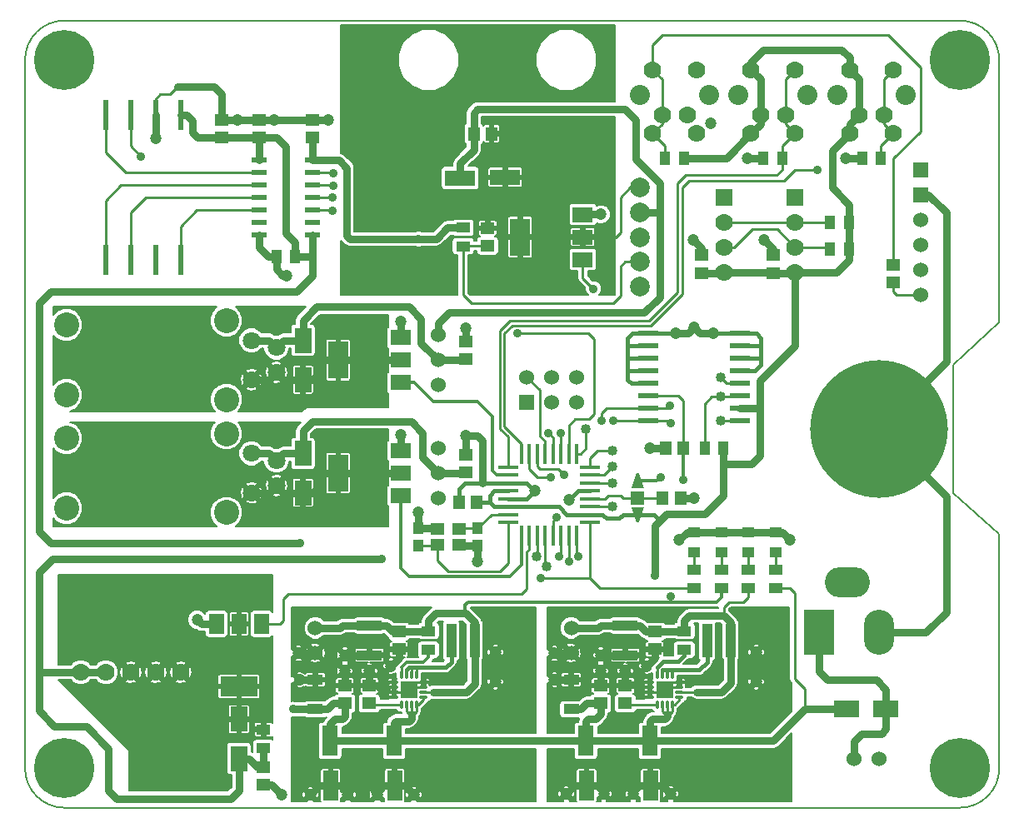
<source format=gtl>
G04 #@! TF.FileFunction,Copper,L1,Top,Signal*
%FSLAX46Y46*%
G04 Gerber Fmt 4.6, Leading zero omitted, Abs format (unit mm)*
G04 Created by KiCad (PCBNEW (2015-07-01 BZR 5850)-product) date Sat Sep  5 15:37:45 2015*
%MOMM*%
G01*
G04 APERTURE LIST*
%ADD10C,0.025400*%
%ADD11C,0.127000*%
%ADD12C,1.200000*%
%ADD13C,1.016000*%
%ADD14C,14.000000*%
%ADD15R,2.500000X1.000000*%
%ADD16R,1.625600X3.048000*%
%ADD17R,3.048000X1.625600*%
%ADD18R,1.600000X1.000000*%
%ADD19R,1.700000X2.500000*%
%ADD20R,2.500000X1.700000*%
%ADD21R,1.270000X1.016000*%
%ADD22C,1.524000*%
%ADD23R,0.980000X3.400000*%
%ADD24R,1.400000X1.400000*%
%ADD25R,1.524000X1.524000*%
%ADD26R,0.609600X3.048000*%
%ADD27C,1.778000*%
%ADD28R,1.778000X1.778000*%
%ADD29C,2.540000*%
%ADD30C,1.800000*%
%ADD31O,3.048000X4.572000*%
%ADD32R,3.048000X4.572000*%
%ADD33O,4.572000X3.048000*%
%ADD34R,2.032000X3.810000*%
%ADD35R,2.032000X1.524000*%
%ADD36R,3.810000X2.032000*%
%ADD37R,1.524000X2.032000*%
%ADD38C,6.096000*%
%ADD39C,2.032000*%
%ADD40R,1.549400X0.596900*%
%ADD41O,0.280000X0.850000*%
%ADD42O,0.850000X0.280000*%
%ADD43R,0.500000X1.700000*%
%ADD44R,0.700000X0.850000*%
%ADD45R,1.998980X0.599440*%
%ADD46R,1.998980X0.449580*%
%ADD47R,0.449580X1.998980*%
%ADD48R,1.400000X1.200000*%
%ADD49R,1.450000X1.150000*%
%ADD50R,1.150000X1.450000*%
%ADD51R,1.000000X1.450000*%
%ADD52R,1.450000X1.000000*%
%ADD53R,1.100000X1.150000*%
%ADD54C,2.000000*%
%ADD55C,0.889000*%
%ADD56C,0.762000*%
%ADD57C,0.304800*%
%ADD58C,0.254000*%
%ADD59C,0.381000*%
%ADD60C,0.200000*%
G04 APERTURE END LIST*
D10*
D11*
X18000000Y-94000000D02*
X109000000Y-94000000D01*
X113000000Y-44700000D02*
X108300000Y-49000000D01*
X113000000Y-18000000D02*
X113000000Y-44700000D01*
X108300000Y-55500000D02*
X108300000Y-49000000D01*
X108300000Y-62000000D02*
X108300000Y-55500000D01*
X113000000Y-66200000D02*
X108300000Y-62000000D01*
X113000000Y-90000000D02*
X113000000Y-66200000D01*
X14000000Y-18000000D02*
X14000000Y-90000000D01*
X109000000Y-14000000D02*
X18000000Y-14000000D01*
X113000000Y-18000000D02*
G75*
G03X109000000Y-14000000I-4000000J0D01*
G01*
X109000000Y-94000000D02*
G75*
G03X113000000Y-90000000I0J4000000D01*
G01*
X14000000Y-90000000D02*
G75*
G03X18000000Y-94000000I4000000J0D01*
G01*
X18000000Y-14000000D02*
G75*
G03X14000000Y-18000000I0J-4000000D01*
G01*
D12*
X67800000Y-78300000D03*
X77200000Y-79600000D03*
X75000000Y-80100000D03*
X72500000Y-78500000D03*
X72500000Y-80100000D03*
X67800000Y-81000000D03*
X75800000Y-92600000D03*
X72800000Y-92600000D03*
X49800000Y-92700000D03*
X46800000Y-92700000D03*
X51200000Y-79600000D03*
X41900000Y-81000000D03*
X49000000Y-80100000D03*
X46500000Y-78500000D03*
X46500000Y-80100000D03*
X88300000Y-78200000D03*
X88300000Y-81200000D03*
X61800000Y-81200000D03*
X61800000Y-78200000D03*
X31500000Y-74900000D03*
X58750000Y-45250000D03*
X77500000Y-57500000D03*
X80500000Y-66750000D03*
X91750000Y-66750000D03*
X82000000Y-45200000D03*
X83900000Y-45800000D03*
X80100000Y-45800000D03*
X60000000Y-69000000D03*
X72500000Y-33700000D03*
X89100000Y-36300000D03*
X81900000Y-36300000D03*
X97400000Y-28000000D03*
X87400000Y-28000000D03*
X83700000Y-24400000D03*
X52200000Y-44600000D03*
X52200000Y-56100000D03*
X53500000Y-92700000D03*
X79600000Y-92600000D03*
X69000000Y-92600000D03*
X41800000Y-78300000D03*
X82000000Y-62500000D03*
X69300000Y-62700000D03*
X43000000Y-92700000D03*
X40100000Y-92700000D03*
X54000000Y-64000000D03*
X65800000Y-61800000D03*
X40600000Y-39900000D03*
X44800000Y-24100000D03*
X35600000Y-24100000D03*
X27300000Y-26000000D03*
X39300000Y-24100000D03*
D13*
X71000000Y-55500000D03*
X84700000Y-52200000D03*
X84700000Y-50300000D03*
X84700000Y-54700000D03*
X66000000Y-68500000D03*
X73700000Y-59300000D03*
X73700000Y-57700000D03*
X73650000Y-63400000D03*
X73700000Y-61000000D03*
X67000000Y-69500000D03*
D14*
X100750000Y-55500000D03*
D15*
X75000000Y-75500000D03*
X75000000Y-78500000D03*
D16*
X77500000Y-87214000D03*
X77563500Y-91786000D03*
X71000000Y-87214000D03*
X71063500Y-91786000D03*
D17*
X58214000Y-30000000D03*
X62786000Y-29936500D03*
D18*
X69500000Y-84000000D03*
X69500000Y-81000000D03*
D15*
X49000000Y-75500000D03*
X49000000Y-78500000D03*
D16*
X51500000Y-87214000D03*
X51563500Y-91786000D03*
X45000000Y-87214000D03*
X45063500Y-91786000D03*
D18*
X43500000Y-84000000D03*
X43500000Y-81000000D03*
D19*
X42250000Y-46500000D03*
X42250000Y-50500000D03*
X35750000Y-89000000D03*
X35750000Y-85000000D03*
D20*
X97500000Y-84000000D03*
X101500000Y-84000000D03*
D21*
X87500000Y-68016000D03*
X87500000Y-65984000D03*
X84750000Y-68016000D03*
X84750000Y-65984000D03*
X82000000Y-68016000D03*
X82000000Y-65984000D03*
X90250000Y-68016000D03*
X90250000Y-65984000D03*
D19*
X42250000Y-58000000D03*
X42250000Y-62000000D03*
D22*
X69500000Y-75730000D03*
X69500000Y-78270000D03*
X43500000Y-75730000D03*
X43500000Y-78270000D03*
D23*
X83310000Y-77000000D03*
X85690000Y-77000000D03*
X57310000Y-77000000D03*
X59690000Y-77000000D03*
D10*
G36*
X76123000Y-60023500D02*
X76377000Y-60023500D01*
X76885000Y-61547500D01*
X75615000Y-61547500D01*
X76123000Y-60023500D01*
X76123000Y-60023500D01*
G37*
G36*
X75615000Y-63452500D02*
X76885000Y-63452500D01*
X76377000Y-64976500D01*
X76123000Y-64976500D01*
X75615000Y-63452500D01*
X75615000Y-63452500D01*
G37*
D24*
X76250000Y-62500000D03*
D25*
X64960000Y-52770000D03*
D22*
X64960000Y-50230000D03*
X67500000Y-52770000D03*
X67500000Y-50230000D03*
X70040000Y-52770000D03*
X70040000Y-50230000D03*
D25*
X105000000Y-29150000D03*
X105000000Y-31690000D03*
D22*
X105000000Y-34230000D03*
X105000000Y-36770000D03*
X105000000Y-39310000D03*
X105000000Y-41850000D03*
D26*
X29810000Y-23634000D03*
X27270000Y-23634000D03*
X24730000Y-23634000D03*
X22190000Y-23634000D03*
X22190000Y-38366000D03*
X24730000Y-38366000D03*
X27270000Y-38366000D03*
X29810000Y-38366000D03*
D27*
X92250000Y-39560000D03*
X92250000Y-37020000D03*
X92250000Y-34480000D03*
D28*
X92250000Y-31940000D03*
D27*
X85000000Y-39560000D03*
X85000000Y-37020000D03*
X85000000Y-34480000D03*
D28*
X85000000Y-31940000D03*
D22*
X56000000Y-51040000D03*
X56000000Y-48500000D03*
X56000000Y-45960000D03*
X98230000Y-89000000D03*
X100770000Y-89000000D03*
D29*
X18204000Y-52056000D03*
X18204000Y-44944000D03*
X34460000Y-44486800D03*
X34460000Y-52513200D03*
D30*
X37000000Y-50500000D03*
X37000000Y-46500000D03*
X39540000Y-49770000D03*
X39540000Y-47230000D03*
D31*
X100750000Y-76200000D03*
D32*
X94654000Y-76200000D03*
D33*
X97575000Y-71120000D03*
D22*
X56000000Y-62540000D03*
X56000000Y-60000000D03*
X56000000Y-57460000D03*
D29*
X18204000Y-63556000D03*
X18204000Y-56444000D03*
X34460000Y-55986800D03*
X34460000Y-64013200D03*
D30*
X37000000Y-62000000D03*
X37000000Y-58000000D03*
X39540000Y-61270000D03*
X39540000Y-58730000D03*
D34*
X45825000Y-48500000D03*
D35*
X52175000Y-48500000D03*
X52175000Y-46214000D03*
X52175000Y-50786000D03*
D34*
X64325000Y-36000000D03*
D35*
X70675000Y-36000000D03*
X70675000Y-33714000D03*
X70675000Y-38286000D03*
D34*
X45825000Y-60000000D03*
D35*
X52175000Y-60000000D03*
X52175000Y-57714000D03*
X52175000Y-62286000D03*
D36*
X35750000Y-81675000D03*
D37*
X35750000Y-75325000D03*
X33464000Y-75325000D03*
X38036000Y-75325000D03*
D38*
X18000000Y-18000000D03*
X109000000Y-18000000D03*
X18000000Y-90000000D03*
X109000000Y-90000000D03*
D27*
X22210000Y-80250000D03*
X29830000Y-80250000D03*
X27290000Y-80250000D03*
X19670000Y-80250000D03*
X24750000Y-80250000D03*
X82222500Y-19000000D03*
X77777500Y-19000000D03*
D39*
X83492500Y-21540000D03*
X76507500Y-21540000D03*
D27*
X77777500Y-25477000D03*
X82222500Y-25477000D03*
X78730000Y-23572000D03*
X81270000Y-23572000D03*
X102222500Y-19000000D03*
X97777500Y-19000000D03*
D39*
X103492500Y-21540000D03*
X96507500Y-21540000D03*
D27*
X97777500Y-25477000D03*
X102222500Y-25477000D03*
X98730000Y-23572000D03*
X101270000Y-23572000D03*
X92222500Y-19000000D03*
X87777500Y-19000000D03*
D39*
X93492500Y-21540000D03*
X86507500Y-21540000D03*
D27*
X87777500Y-25477000D03*
X92222500Y-25477000D03*
X88730000Y-23572000D03*
X91270000Y-23572000D03*
D40*
X37807600Y-33270000D03*
X37807600Y-34540000D03*
X37807600Y-35810000D03*
X43192400Y-33270000D03*
X37807600Y-29460000D03*
X37807600Y-30730000D03*
X37807600Y-32000000D03*
X43192400Y-30730000D03*
X43192400Y-29460000D03*
X43192400Y-28190000D03*
X43192400Y-34540000D03*
X37807600Y-28190000D03*
X43192400Y-35810000D03*
X43192400Y-32000000D03*
D41*
X79250000Y-80500000D03*
X79750000Y-80500000D03*
X78750000Y-80500000D03*
X78250000Y-80500000D03*
D42*
X77500000Y-81250000D03*
X77500000Y-81750000D03*
X77500000Y-82250000D03*
X77500000Y-82750000D03*
D41*
X78250000Y-83500000D03*
X78750000Y-83500000D03*
X79250000Y-83500000D03*
X79750000Y-83500000D03*
D42*
X80500000Y-82750000D03*
X80500000Y-82250000D03*
X80500000Y-81750000D03*
X80500000Y-81250000D03*
D43*
X79000000Y-82000000D03*
D44*
X79500000Y-82425000D03*
X79500000Y-81575000D03*
X78500000Y-81575000D03*
X78500000Y-82425000D03*
D41*
X53250000Y-80500000D03*
X53750000Y-80500000D03*
X52750000Y-80500000D03*
X52250000Y-80500000D03*
D42*
X51500000Y-81250000D03*
X51500000Y-81750000D03*
X51500000Y-82250000D03*
X51500000Y-82750000D03*
D41*
X52250000Y-83500000D03*
X52750000Y-83500000D03*
X53250000Y-83500000D03*
X53750000Y-83500000D03*
D42*
X54500000Y-82750000D03*
X54500000Y-82250000D03*
X54500000Y-81750000D03*
X54500000Y-81250000D03*
D43*
X53000000Y-82000000D03*
D44*
X53500000Y-82425000D03*
X53500000Y-81575000D03*
X52500000Y-81575000D03*
X52500000Y-82425000D03*
D45*
X86650740Y-54695000D03*
X86650740Y-53425000D03*
X86650740Y-52155000D03*
X86650740Y-50885000D03*
X86650740Y-49615000D03*
X86650740Y-48345000D03*
X86650740Y-47075000D03*
X86650740Y-45805000D03*
X77349260Y-45805000D03*
X77349260Y-47075000D03*
X77349260Y-48345000D03*
X77349260Y-49615000D03*
X77349260Y-50885000D03*
X77349260Y-52155000D03*
X77349260Y-53425000D03*
X77349260Y-54695000D03*
D46*
X63099640Y-64999080D03*
X63099640Y-64198980D03*
X63099640Y-63398880D03*
X63099640Y-62598780D03*
X63099640Y-61801220D03*
X63099640Y-61001120D03*
X63099640Y-60201020D03*
X63099640Y-59400920D03*
X71400360Y-59400920D03*
X71400360Y-64999080D03*
X71400360Y-64198980D03*
X71400360Y-63398880D03*
X71400360Y-62598780D03*
X71400360Y-61801220D03*
X71400360Y-61001120D03*
X71400360Y-60201020D03*
D47*
X64450920Y-58049640D03*
X65251020Y-58049640D03*
X66051120Y-58049640D03*
X66851220Y-58049640D03*
X67648780Y-58049640D03*
X68448880Y-58049640D03*
X69248980Y-58049640D03*
X70049080Y-58049640D03*
X64450920Y-66350360D03*
X65251020Y-66350360D03*
X66051120Y-66350360D03*
X66851220Y-66350360D03*
X67648780Y-66350360D03*
X68448880Y-66350360D03*
X69248980Y-66350360D03*
X70049080Y-66350360D03*
D48*
X58100000Y-65700000D03*
X55900000Y-67300000D03*
X58100000Y-67300000D03*
X55900000Y-65700000D03*
D12*
X58800000Y-56200000D03*
D49*
X49000000Y-81600000D03*
X49000000Y-83400000D03*
X46500000Y-81600000D03*
X46500000Y-83400000D03*
X52000000Y-77900000D03*
X52000000Y-76100000D03*
X58750000Y-59900000D03*
X58750000Y-58100000D03*
X61000000Y-36900000D03*
X61000000Y-35100000D03*
D50*
X59900000Y-63000000D03*
X58100000Y-63000000D03*
X80900000Y-57500000D03*
X79100000Y-57500000D03*
D49*
X75000000Y-81600000D03*
X75000000Y-83400000D03*
X72500000Y-81600000D03*
X72500000Y-83400000D03*
X78000000Y-77900000D03*
X78000000Y-76100000D03*
D50*
X59600000Y-25500000D03*
X61400000Y-25500000D03*
D49*
X38250000Y-89850000D03*
X38250000Y-91650000D03*
X58750000Y-48400000D03*
X58750000Y-46600000D03*
X82750000Y-39650000D03*
X82750000Y-37850000D03*
X34000000Y-25900000D03*
X34000000Y-24100000D03*
X90000000Y-39650000D03*
X90000000Y-37850000D03*
X37750000Y-25900000D03*
X37750000Y-24100000D03*
X43250000Y-25900000D03*
X43250000Y-24100000D03*
X102250000Y-40650000D03*
X102250000Y-38850000D03*
D50*
X78800000Y-62500000D03*
X80600000Y-62500000D03*
D51*
X90950000Y-28000000D03*
X89050000Y-28000000D03*
X100950000Y-28000000D03*
X99050000Y-28000000D03*
D52*
X55000000Y-77950000D03*
X55000000Y-76050000D03*
X90250000Y-71700000D03*
X90250000Y-69800000D03*
D51*
X84950000Y-57500000D03*
X83050000Y-57500000D03*
D52*
X82000000Y-71700000D03*
X82000000Y-69800000D03*
X84750000Y-71700000D03*
X84750000Y-69800000D03*
X87500000Y-71700000D03*
X87500000Y-69800000D03*
X81000000Y-77950000D03*
X81000000Y-76050000D03*
X38250000Y-87950000D03*
X38250000Y-86050000D03*
X58500000Y-35050000D03*
X58500000Y-36950000D03*
D51*
X39550000Y-38000000D03*
X41450000Y-38000000D03*
X97700000Y-37250000D03*
X95800000Y-37250000D03*
X97700000Y-34500000D03*
X95800000Y-34500000D03*
X80950000Y-28000000D03*
X79050000Y-28000000D03*
D53*
X54000000Y-67400000D03*
X54000000Y-65600000D03*
X60000000Y-65600000D03*
X60000000Y-67400000D03*
D54*
X76500000Y-41000000D03*
X76500000Y-38500000D03*
X76500000Y-36000000D03*
X76500000Y-31000000D03*
X76500000Y-33500000D03*
D55*
X41900000Y-67100000D03*
X79600000Y-72500000D03*
X78600000Y-60400000D03*
X41300000Y-84000000D03*
X64000000Y-45800000D03*
X25800000Y-27800000D03*
X68000000Y-64500000D03*
X71750000Y-41250000D03*
X68250000Y-68500000D03*
X45250000Y-32000000D03*
X94500000Y-29200000D03*
X80900000Y-60700000D03*
X50200000Y-68700000D03*
X54000000Y-36200000D03*
X78000000Y-70400000D03*
X45200000Y-33300000D03*
X69250000Y-69000000D03*
X45300000Y-30800000D03*
X66400000Y-70700000D03*
X45300000Y-29500000D03*
X70250000Y-68500000D03*
X68800000Y-60200000D03*
X67400000Y-60400000D03*
X79600000Y-54900000D03*
X67200000Y-55900000D03*
X73800000Y-54700000D03*
X68400000Y-55900000D03*
X72600000Y-54700000D03*
X79500000Y-53100000D03*
D56*
X37750000Y-25900000D02*
X39600000Y-25900000D01*
X40500000Y-35600000D02*
X41450000Y-36550000D01*
X40500000Y-26800000D02*
X40500000Y-35600000D01*
X39600000Y-25900000D02*
X40500000Y-26800000D01*
X41900000Y-67100000D02*
X16600000Y-67100000D01*
X16650000Y-41500000D02*
X41600000Y-41500000D01*
X15400000Y-42750000D02*
X16650000Y-41500000D01*
X15400000Y-65900000D02*
X15400000Y-42750000D01*
X16600000Y-67100000D02*
X15400000Y-65900000D01*
X43192400Y-39907600D02*
X43192400Y-38000000D01*
X41600000Y-41500000D02*
X43192400Y-39907600D01*
D57*
X76250000Y-60785500D02*
X78214500Y-60785500D01*
X79600000Y-72500000D02*
X79600000Y-73100000D01*
X78214500Y-60785500D02*
X78600000Y-60400000D01*
D56*
X41450000Y-38000000D02*
X43192400Y-38000000D01*
X43192400Y-38000000D02*
X43192400Y-35810000D01*
X29810000Y-23634000D02*
X30434000Y-23634000D01*
X31000000Y-25400000D02*
X31500000Y-25900000D01*
X31000000Y-24200000D02*
X31000000Y-25400000D01*
X30434000Y-23634000D02*
X31000000Y-24200000D01*
X37750000Y-25900000D02*
X34000000Y-25900000D01*
D57*
X84750000Y-71700000D02*
X84750000Y-72650000D01*
X84750000Y-72650000D02*
X84300000Y-73100000D01*
X84300000Y-73100000D02*
X79600000Y-73100000D01*
X58700000Y-73400000D02*
X58700000Y-74250000D01*
X79600000Y-73100000D02*
X59000000Y-73100000D01*
X59000000Y-73100000D02*
X58700000Y-73400000D01*
D56*
X55500000Y-82250000D02*
X58850000Y-82250000D01*
X58850000Y-82250000D02*
X59690000Y-81410000D01*
X59690000Y-81410000D02*
X59690000Y-77000000D01*
X41450000Y-38000000D02*
X41450000Y-36550000D01*
X34000000Y-25900000D02*
X31500000Y-25900000D01*
X37807600Y-28190000D02*
X37807600Y-25957600D01*
X37807600Y-25957600D02*
X37750000Y-25900000D01*
D58*
X54500000Y-82250000D02*
X55500000Y-82250000D01*
D56*
X55750000Y-74250000D02*
X58700000Y-74250000D01*
X58700000Y-74250000D02*
X58750000Y-74250000D01*
X58750000Y-74250000D02*
X59690000Y-75190000D01*
X55000000Y-76050000D02*
X55000000Y-75000000D01*
X59690000Y-75190000D02*
X59690000Y-77000000D01*
X55000000Y-75000000D02*
X55750000Y-74250000D01*
X52000000Y-76100000D02*
X51350000Y-76100000D01*
X51350000Y-76100000D02*
X50750000Y-75500000D01*
X50750000Y-75500000D02*
X49000000Y-75500000D01*
X52000000Y-76100000D02*
X54950000Y-76100000D01*
X54950000Y-76100000D02*
X55000000Y-76050000D01*
X49000000Y-75500000D02*
X46250000Y-75500000D01*
X46020000Y-75730000D02*
X43500000Y-75730000D01*
X46250000Y-75500000D02*
X46020000Y-75730000D01*
D58*
X78800000Y-62500000D02*
X76250000Y-62500000D01*
X71400360Y-62598780D02*
X72901220Y-62598780D01*
X74750000Y-62500000D02*
X76250000Y-62500000D01*
X74500000Y-62250000D02*
X74750000Y-62500000D01*
X73250000Y-62250000D02*
X74500000Y-62250000D01*
X72901220Y-62598780D02*
X73250000Y-62250000D01*
D56*
X42250000Y-46500000D02*
X42250000Y-44500000D01*
X54250000Y-46750000D02*
X56000000Y-48500000D01*
X54250000Y-44350000D02*
X54250000Y-46750000D01*
X53000000Y-43100000D02*
X54250000Y-44350000D01*
X43650000Y-43100000D02*
X53000000Y-43100000D01*
X42250000Y-44500000D02*
X43650000Y-43100000D01*
X42250000Y-46500000D02*
X40270000Y-46500000D01*
X40270000Y-46500000D02*
X39540000Y-47230000D01*
X37000000Y-46500000D02*
X38810000Y-46500000D01*
X38810000Y-46500000D02*
X39540000Y-47230000D01*
X56000000Y-48500000D02*
X58650000Y-48500000D01*
X58650000Y-48500000D02*
X58750000Y-48400000D01*
X42250000Y-58000000D02*
X42250000Y-55700000D01*
X54400000Y-58400000D02*
X56000000Y-60000000D01*
X54400000Y-55900000D02*
X54400000Y-58400000D01*
X53250000Y-54750000D02*
X54400000Y-55900000D01*
X43200000Y-54750000D02*
X53250000Y-54750000D01*
X42250000Y-55700000D02*
X43200000Y-54750000D01*
X42250000Y-58000000D02*
X40270000Y-58000000D01*
X40270000Y-58000000D02*
X39540000Y-58730000D01*
X37000000Y-58000000D02*
X38810000Y-58000000D01*
X38810000Y-58000000D02*
X39540000Y-58730000D01*
X56000000Y-60000000D02*
X58650000Y-60000000D01*
X58650000Y-60000000D02*
X58750000Y-59900000D01*
X42250000Y-50500000D02*
X43250000Y-50500000D01*
X44500000Y-48500000D02*
X45825000Y-48500000D01*
X43750000Y-49250000D02*
X44500000Y-48500000D01*
X43750000Y-50000000D02*
X43750000Y-49250000D01*
X43250000Y-50500000D02*
X43750000Y-50000000D01*
X42250000Y-50500000D02*
X40270000Y-50500000D01*
X40270000Y-50500000D02*
X39540000Y-49770000D01*
X37000000Y-50500000D02*
X38810000Y-50500000D01*
X38810000Y-50500000D02*
X39540000Y-49770000D01*
X45825000Y-48500000D02*
X52175000Y-48500000D01*
X42250000Y-62000000D02*
X43250000Y-62000000D01*
X44500000Y-60000000D02*
X45825000Y-60000000D01*
X43750000Y-60750000D02*
X44500000Y-60000000D01*
X43750000Y-61500000D02*
X43750000Y-60750000D01*
X43250000Y-62000000D02*
X43750000Y-61500000D01*
X42250000Y-62000000D02*
X40270000Y-62000000D01*
X40270000Y-62000000D02*
X39540000Y-61270000D01*
X37000000Y-62000000D02*
X38810000Y-62000000D01*
X38810000Y-62000000D02*
X39540000Y-61270000D01*
X52175000Y-60000000D02*
X45825000Y-60000000D01*
X76900000Y-43700000D02*
X57100000Y-43700000D01*
X57100000Y-43700000D02*
X56000000Y-44800000D01*
X76500000Y-33500000D02*
X78500000Y-33500000D01*
X60000000Y-23000000D02*
X75000000Y-23000000D01*
X76100000Y-24100000D02*
X76100000Y-28100000D01*
X75000000Y-23000000D02*
X76100000Y-24100000D01*
X41300000Y-84000000D02*
X43500000Y-84000000D01*
X78500000Y-30500000D02*
X78500000Y-33500000D01*
X78500000Y-33500000D02*
X78500000Y-42100000D01*
X56000000Y-44800000D02*
X56000000Y-45960000D01*
X78500000Y-42100000D02*
X76900000Y-43700000D01*
D58*
X90250000Y-71700000D02*
X91700000Y-71700000D01*
X93250000Y-81950000D02*
X93250000Y-84000000D01*
X92200000Y-80900000D02*
X93250000Y-81950000D01*
X92200000Y-72200000D02*
X92200000Y-80900000D01*
X91700000Y-71700000D02*
X92200000Y-72200000D01*
D56*
X51500000Y-87214000D02*
X51500000Y-85400000D01*
X53250000Y-84950000D02*
X53250000Y-84500000D01*
X53000000Y-85200000D02*
X53250000Y-84950000D01*
X51700000Y-85200000D02*
X53000000Y-85200000D01*
X51500000Y-85400000D02*
X51700000Y-85200000D01*
X59600000Y-23400000D02*
X59600000Y-25500000D01*
X60000000Y-23000000D02*
X59600000Y-23400000D01*
X78500000Y-30500000D02*
X76100000Y-28100000D01*
X58214000Y-30000000D02*
X58214000Y-28536000D01*
X59600000Y-27150000D02*
X59600000Y-25500000D01*
X58214000Y-28536000D02*
X59600000Y-27150000D01*
D58*
X54500000Y-82750000D02*
X54500000Y-83000000D01*
X54000000Y-83500000D02*
X53750000Y-83500000D01*
X54500000Y-83000000D02*
X54000000Y-83500000D01*
X53250000Y-83500000D02*
X53250000Y-84500000D01*
X53750000Y-83500000D02*
X53750000Y-84250000D01*
X53750000Y-84250000D02*
X53500000Y-84500000D01*
X53500000Y-84500000D02*
X53250000Y-84500000D01*
X52750000Y-84250000D02*
X53000000Y-84500000D01*
X53250000Y-84500000D02*
X53000000Y-84500000D01*
X52750000Y-84250000D02*
X52750000Y-83500000D01*
D56*
X46500000Y-83400000D02*
X45350000Y-83400000D01*
X45350000Y-83400000D02*
X44750000Y-84000000D01*
X44750000Y-84000000D02*
X43500000Y-84000000D01*
X45000000Y-87214000D02*
X45000000Y-85500000D01*
X46500000Y-84750000D02*
X46500000Y-83400000D01*
X46250000Y-85000000D02*
X46500000Y-84750000D01*
X45500000Y-85000000D02*
X46250000Y-85000000D01*
X45000000Y-85500000D02*
X45500000Y-85000000D01*
X51500000Y-87214000D02*
X45000000Y-87214000D01*
X51500000Y-87214000D02*
X71000000Y-87214000D01*
X71000000Y-87214000D02*
X71000000Y-85250000D01*
X72500000Y-84500000D02*
X72500000Y-83400000D01*
X72000000Y-85000000D02*
X72500000Y-84500000D01*
X71250000Y-85000000D02*
X72000000Y-85000000D01*
X71000000Y-85250000D02*
X71250000Y-85000000D01*
X79250000Y-84500000D02*
X79250000Y-84750000D01*
X77500000Y-85250000D02*
X77500000Y-87214000D01*
X77750000Y-85000000D02*
X77500000Y-85250000D01*
X79000000Y-85000000D02*
X77750000Y-85000000D01*
X79250000Y-84750000D02*
X79000000Y-85000000D01*
X77500000Y-87214000D02*
X90036000Y-87214000D01*
X90036000Y-87214000D02*
X93250000Y-84000000D01*
X93250000Y-84000000D02*
X97500000Y-84000000D01*
X71000000Y-87214000D02*
X77500000Y-87214000D01*
D58*
X80500000Y-82750000D02*
X80500000Y-83000000D01*
X80000000Y-83500000D02*
X79750000Y-83500000D01*
X80500000Y-83000000D02*
X80000000Y-83500000D01*
X79250000Y-83500000D02*
X79250000Y-84500000D01*
X79750000Y-83500000D02*
X79750000Y-84250000D01*
X78750000Y-84250000D02*
X79000000Y-84500000D01*
X78750000Y-84250000D02*
X78750000Y-83500000D01*
X79500000Y-84500000D02*
X79250000Y-84500000D01*
X79250000Y-84500000D02*
X79000000Y-84500000D01*
X79750000Y-84250000D02*
X79500000Y-84500000D01*
D56*
X69500000Y-84000000D02*
X70500000Y-84000000D01*
X70500000Y-84000000D02*
X71100000Y-83400000D01*
X71100000Y-83400000D02*
X72500000Y-83400000D01*
D58*
X71800000Y-54000000D02*
X71800000Y-46400000D01*
X71200000Y-45800000D02*
X64000000Y-45800000D01*
X71800000Y-46400000D02*
X71200000Y-45800000D01*
X69248980Y-58049640D02*
X69248980Y-55151020D01*
X71300000Y-54500000D02*
X71800000Y-54000000D01*
X69900000Y-54500000D02*
X71300000Y-54500000D01*
X69248980Y-55151020D02*
X69900000Y-54500000D01*
X25800000Y-27800000D02*
X24730000Y-26730000D01*
X24730000Y-26730000D02*
X24730000Y-23634000D01*
D57*
X63099640Y-60201020D02*
X61951020Y-60201020D01*
X53536000Y-50786000D02*
X52175000Y-50786000D01*
X55500000Y-52750000D02*
X53536000Y-50786000D01*
X60000000Y-52750000D02*
X55500000Y-52750000D01*
X61500000Y-54250000D02*
X60000000Y-52750000D01*
X61500000Y-59750000D02*
X61500000Y-54250000D01*
X61951020Y-60201020D02*
X61500000Y-59750000D01*
D58*
X37807600Y-29460000D02*
X24210000Y-29460000D01*
X22190000Y-27440000D02*
X22190000Y-23634000D01*
X24210000Y-29460000D02*
X22190000Y-27440000D01*
X37807600Y-33270000D02*
X31480000Y-33270000D01*
X29810000Y-34940000D02*
X29810000Y-38366000D01*
X31480000Y-33270000D02*
X29810000Y-34940000D01*
X37807600Y-30730000D02*
X23770000Y-30730000D01*
X22190000Y-32310000D02*
X22190000Y-38366000D01*
X23770000Y-30730000D02*
X22190000Y-32310000D01*
X37807600Y-32000000D02*
X26250000Y-32000000D01*
X24730000Y-33520000D02*
X24730000Y-38366000D01*
X26250000Y-32000000D02*
X24730000Y-33520000D01*
X73750000Y-42750000D02*
X59350000Y-42750000D01*
X58500000Y-41900000D02*
X58500000Y-36950000D01*
X59350000Y-42750000D02*
X58500000Y-41900000D01*
X76500000Y-38500000D02*
X75000000Y-38500000D01*
X74500000Y-42000000D02*
X73750000Y-42750000D01*
X74500000Y-39000000D02*
X74500000Y-42000000D01*
X75000000Y-38500000D02*
X74500000Y-39000000D01*
X61000000Y-36900000D02*
X58550000Y-36900000D01*
X58550000Y-36900000D02*
X58500000Y-36950000D01*
X35750000Y-81675000D02*
X35750000Y-75325000D01*
X35750000Y-85000000D02*
X38000000Y-85000000D01*
X38250000Y-85250000D02*
X38250000Y-86050000D01*
X38000000Y-85000000D02*
X38250000Y-85250000D01*
X35750000Y-81675000D02*
X35750000Y-85000000D01*
X67648780Y-66350360D02*
X67648780Y-64851220D01*
X67648780Y-64851220D02*
X68000000Y-64500000D01*
X71750000Y-41250000D02*
X70675000Y-40175000D01*
X70675000Y-40175000D02*
X70675000Y-38286000D01*
D57*
X52175000Y-62286000D02*
X52175000Y-69675000D01*
X64450920Y-69299080D02*
X64450920Y-66350360D01*
X63250000Y-70500000D02*
X64450920Y-69299080D01*
X53000000Y-70500000D02*
X63250000Y-70500000D01*
X52175000Y-69675000D02*
X53000000Y-70500000D01*
D58*
X64500000Y-72250000D02*
X40750000Y-72250000D01*
X40250000Y-72750000D02*
X40250000Y-75000000D01*
X40750000Y-72250000D02*
X40250000Y-72750000D01*
X38036000Y-75325000D02*
X39925000Y-75325000D01*
X65000000Y-71750000D02*
X65000000Y-68000000D01*
X64500000Y-72250000D02*
X65000000Y-71750000D01*
X39925000Y-75325000D02*
X40250000Y-75000000D01*
X65251020Y-66350360D02*
X65251020Y-67748980D01*
X65251020Y-67748980D02*
X65000000Y-68000000D01*
X68448880Y-66350360D02*
X68448880Y-68301120D01*
X68448880Y-68301120D02*
X68250000Y-68500000D01*
X45250000Y-32000000D02*
X43192400Y-32000000D01*
X66851220Y-66350360D02*
X66851220Y-69351220D01*
X66851220Y-69351220D02*
X67000000Y-69500000D01*
X63099640Y-64198980D02*
X61401020Y-64198980D01*
X61401020Y-64198980D02*
X60000000Y-65600000D01*
X60000000Y-65600000D02*
X58200000Y-65600000D01*
X58200000Y-65600000D02*
X58100000Y-65700000D01*
X63099640Y-64999080D02*
X63099640Y-69150360D01*
X55900000Y-68900000D02*
X55900000Y-67300000D01*
X57000000Y-70000000D02*
X55900000Y-68900000D01*
X62250000Y-70000000D02*
X57000000Y-70000000D01*
X63099640Y-69150360D02*
X62250000Y-70000000D01*
X54000000Y-67400000D02*
X55800000Y-67400000D01*
X55800000Y-67400000D02*
X55900000Y-67300000D01*
X71400360Y-60201020D02*
X72798980Y-60201020D01*
X72798980Y-60201020D02*
X73700000Y-59300000D01*
X71400360Y-59400920D02*
X71400360Y-58499640D01*
X72200000Y-57700000D02*
X73700000Y-57700000D01*
X71400360Y-58499640D02*
X72200000Y-57700000D01*
X71400360Y-63398880D02*
X73648880Y-63398880D01*
X73648880Y-63398880D02*
X73650000Y-63400000D01*
X71400360Y-61001120D02*
X73698880Y-61001120D01*
X73698880Y-61001120D02*
X73700000Y-61000000D01*
X63500000Y-45000000D02*
X77600000Y-45000000D01*
X77600000Y-45000000D02*
X80825000Y-41775000D01*
X80825000Y-41775000D02*
X80825000Y-30975000D01*
X92200000Y-29200000D02*
X94500000Y-29200000D01*
X91100000Y-30300000D02*
X92200000Y-29200000D01*
X81500000Y-30300000D02*
X91100000Y-30300000D01*
X80825000Y-30975000D02*
X81500000Y-30300000D01*
X64450920Y-58049640D02*
X64450920Y-57050920D01*
X64450920Y-57050920D02*
X62700000Y-55300000D01*
X62700000Y-55300000D02*
X62700000Y-45800000D01*
X62700000Y-45800000D02*
X63500000Y-45000000D01*
X100950000Y-28000000D02*
X100950000Y-26749500D01*
X100950000Y-26749500D02*
X102222500Y-25477000D01*
X101270000Y-23572000D02*
X101270000Y-24524500D01*
X101270000Y-24524500D02*
X102222500Y-25477000D01*
X101270000Y-23572000D02*
X101270000Y-19952500D01*
X101270000Y-19952500D02*
X102222500Y-19000000D01*
X66051120Y-66350360D02*
X66051120Y-68448880D01*
X66051120Y-68448880D02*
X66000000Y-68500000D01*
D56*
X94654000Y-76200000D02*
X94654000Y-80154000D01*
X101500000Y-82000000D02*
X101500000Y-84000000D01*
X100500000Y-81000000D02*
X101500000Y-82000000D01*
X95500000Y-81000000D02*
X100500000Y-81000000D01*
X94654000Y-80154000D02*
X95500000Y-81000000D01*
X101500000Y-84000000D02*
X101500000Y-86000000D01*
X98230000Y-87270000D02*
X98230000Y-89000000D01*
X99000000Y-86500000D02*
X98230000Y-87270000D01*
X101000000Y-86500000D02*
X99000000Y-86500000D01*
X101500000Y-86000000D02*
X101000000Y-86500000D01*
D58*
X84700000Y-54700000D02*
X86645740Y-54700000D01*
X86645740Y-54700000D02*
X86650740Y-54695000D01*
D57*
X80900000Y-60700000D02*
X80900000Y-57500000D01*
D58*
X80900000Y-57500000D02*
X80900000Y-52650000D01*
X80405000Y-52155000D02*
X77349260Y-52155000D01*
X80900000Y-52650000D02*
X80405000Y-52155000D01*
X86650740Y-50885000D02*
X85285000Y-50885000D01*
X85285000Y-50885000D02*
X84700000Y-50300000D01*
X84700000Y-52200000D02*
X86605740Y-52200000D01*
X86605740Y-52200000D02*
X86650740Y-52155000D01*
X83050000Y-57500000D02*
X83050000Y-52950000D01*
X83800000Y-52200000D02*
X84700000Y-52200000D01*
X83050000Y-52950000D02*
X83800000Y-52200000D01*
X63300000Y-44500000D02*
X77400000Y-44500000D01*
X77400000Y-44500000D02*
X80250000Y-41650000D01*
X63099640Y-59400920D02*
X63099640Y-56299640D01*
X90950000Y-29150000D02*
X90950000Y-28000000D01*
X90400000Y-29700000D02*
X90950000Y-29150000D01*
X81100000Y-29700000D02*
X90400000Y-29700000D01*
X80250000Y-30550000D02*
X81100000Y-29700000D01*
X80250000Y-41650000D02*
X80250000Y-30550000D01*
X62300000Y-45500000D02*
X63300000Y-44500000D01*
X62300000Y-55500000D02*
X62300000Y-45500000D01*
X63099640Y-56299640D02*
X62300000Y-55500000D01*
X90950000Y-28000000D02*
X90950000Y-26749500D01*
X90950000Y-26749500D02*
X92222500Y-25477000D01*
X91270000Y-23572000D02*
X91270000Y-24524500D01*
X91270000Y-24524500D02*
X92222500Y-25477000D01*
X91270000Y-23572000D02*
X91270000Y-19952500D01*
X91270000Y-19952500D02*
X92222500Y-19000000D01*
X105000000Y-41850000D02*
X102600000Y-41850000D01*
X102250000Y-41500000D02*
X102250000Y-40650000D01*
X102600000Y-41850000D02*
X102250000Y-41500000D01*
X102250000Y-40650000D02*
X102250000Y-41000000D01*
D56*
X58750000Y-45250000D02*
X58750000Y-46600000D01*
X78000000Y-77900000D02*
X78000000Y-78800000D01*
X78000000Y-78800000D02*
X77200000Y-79600000D01*
X75000000Y-81600000D02*
X75000000Y-80100000D01*
X75000000Y-78500000D02*
X72500000Y-78500000D01*
X72500000Y-81600000D02*
X72500000Y-80100000D01*
X69500000Y-81000000D02*
X67800000Y-81000000D01*
X69500000Y-78270000D02*
X67830000Y-78270000D01*
X67830000Y-78270000D02*
X67800000Y-78300000D01*
X72800000Y-92600000D02*
X72800000Y-91786000D01*
X75800000Y-92600000D02*
X75800000Y-91786000D01*
X49800000Y-92700000D02*
X49800000Y-91786000D01*
X46800000Y-92700000D02*
X46800000Y-91786000D01*
X43500000Y-81000000D02*
X41900000Y-81000000D01*
X52000000Y-77900000D02*
X52000000Y-78800000D01*
X52000000Y-78800000D02*
X51200000Y-79600000D01*
X46500000Y-78500000D02*
X49000000Y-78500000D01*
X49000000Y-80100000D02*
X49000000Y-81600000D01*
X46500000Y-80100000D02*
X46500000Y-81600000D01*
X61800000Y-78200000D02*
X61800000Y-81200000D01*
X88300000Y-78200000D02*
X88300000Y-81200000D01*
X38250000Y-91650000D02*
X39050000Y-91650000D01*
X39050000Y-91650000D02*
X40100000Y-92700000D01*
X83900000Y-45800000D02*
X82600000Y-45800000D01*
X82600000Y-45800000D02*
X82000000Y-45200000D01*
X80100000Y-45800000D02*
X81400000Y-45800000D01*
X81400000Y-45800000D02*
X82000000Y-45200000D01*
D59*
X63099640Y-62598780D02*
X65001220Y-62598780D01*
X65001220Y-62598780D02*
X65800000Y-61800000D01*
D56*
X33464000Y-75325000D02*
X31925000Y-75325000D01*
X31925000Y-75325000D02*
X31500000Y-74900000D01*
X82000000Y-62500000D02*
X80600000Y-62500000D01*
D59*
X86650740Y-45805000D02*
X88305000Y-45805000D01*
X88305000Y-45805000D02*
X88750000Y-46250000D01*
X77349260Y-45805000D02*
X75695000Y-45805000D01*
X75695000Y-45805000D02*
X75250000Y-46250000D01*
X80100000Y-45800000D02*
X77354260Y-45800000D01*
X77354260Y-45800000D02*
X77349260Y-45805000D01*
X83900000Y-45800000D02*
X86645740Y-45800000D01*
X86645740Y-45800000D02*
X86650740Y-45805000D01*
D58*
X54500000Y-81250000D02*
X53825000Y-81250000D01*
X53825000Y-81250000D02*
X53500000Y-81575000D01*
X80500000Y-81250000D02*
X79825000Y-81250000D01*
X79825000Y-81250000D02*
X79500000Y-81575000D01*
D56*
X27270000Y-23634000D02*
X27270000Y-25970000D01*
X27270000Y-25970000D02*
X27300000Y-26000000D01*
X44800000Y-24100000D02*
X43250000Y-24100000D01*
X40600000Y-39900000D02*
X40200000Y-39900000D01*
X40200000Y-39900000D02*
X39550000Y-39250000D01*
X39550000Y-39250000D02*
X39550000Y-38000000D01*
X77500000Y-57500000D02*
X79100000Y-57500000D01*
X99050000Y-28000000D02*
X97400000Y-28000000D01*
X89050000Y-28000000D02*
X87400000Y-28000000D01*
D59*
X63099640Y-61001120D02*
X65001120Y-61001120D01*
X65001120Y-61001120D02*
X65800000Y-61800000D01*
X71400360Y-61801220D02*
X70198780Y-61801220D01*
X70198780Y-61801220D02*
X69300000Y-62700000D01*
D56*
X105000000Y-31690000D02*
X105790000Y-31690000D01*
X105790000Y-31690000D02*
X107600000Y-33500000D01*
X107600000Y-48650000D02*
X100750000Y-55500000D01*
X107600000Y-33500000D02*
X107600000Y-48650000D01*
X100750000Y-76200000D02*
X105500000Y-76200000D01*
X105500000Y-76200000D02*
X107600000Y-74100000D01*
X107600000Y-74100000D02*
X107600000Y-62350000D01*
X107600000Y-62350000D02*
X100750000Y-55500000D01*
D59*
X60501120Y-61001120D02*
X58698880Y-61001120D01*
X58698880Y-61001120D02*
X58100000Y-61600000D01*
X58100000Y-61600000D02*
X58100000Y-63000000D01*
X63099640Y-61001120D02*
X60501120Y-61001120D01*
D56*
X60000000Y-56200000D02*
X60500000Y-56700000D01*
X60500000Y-56700000D02*
X60500000Y-61000000D01*
X60000000Y-56200000D02*
X58800000Y-56200000D01*
X60501120Y-61001120D02*
X60500000Y-61000000D01*
X58800000Y-56200000D02*
X58800000Y-58050000D01*
X58800000Y-58050000D02*
X58750000Y-58100000D01*
X82000000Y-65984000D02*
X81266000Y-65984000D01*
X81266000Y-65984000D02*
X80500000Y-66750000D01*
X90250000Y-65984000D02*
X90984000Y-65984000D01*
X90984000Y-65984000D02*
X91750000Y-66750000D01*
D59*
X88750000Y-47075000D02*
X88750000Y-46250000D01*
X86650740Y-47075000D02*
X88750000Y-47075000D01*
X86650740Y-48345000D02*
X88750000Y-48345000D01*
X86650740Y-49615000D02*
X88135000Y-49615000D01*
X88135000Y-49615000D02*
X88750000Y-49000000D01*
X88750000Y-49000000D02*
X88750000Y-48345000D01*
X88750000Y-48345000D02*
X88750000Y-47075000D01*
X75250000Y-47075000D02*
X75250000Y-46250000D01*
X77349260Y-47075000D02*
X75250000Y-47075000D01*
X77349260Y-48345000D02*
X75250000Y-48345000D01*
X77349260Y-49615000D02*
X75250000Y-49615000D01*
X77349260Y-50885000D02*
X75635000Y-50885000D01*
X75635000Y-50885000D02*
X75250000Y-50500000D01*
X75250000Y-50500000D02*
X75250000Y-49615000D01*
X75250000Y-49615000D02*
X75250000Y-48345000D01*
X75250000Y-48345000D02*
X75250000Y-47075000D01*
D56*
X60000000Y-69000000D02*
X60000000Y-67400000D01*
X54000000Y-64000000D02*
X54000000Y-65600000D01*
X72500000Y-33700000D02*
X70689000Y-33700000D01*
X70689000Y-33700000D02*
X70675000Y-33714000D01*
X82750000Y-37850000D02*
X82750000Y-37150000D01*
X82750000Y-37150000D02*
X81900000Y-36300000D01*
X90000000Y-37850000D02*
X90000000Y-37200000D01*
X90000000Y-37200000D02*
X89100000Y-36300000D01*
X52200000Y-56100000D02*
X52200000Y-57689000D01*
X52200000Y-57689000D02*
X52175000Y-57714000D01*
X52200000Y-44600000D02*
X52200000Y-46189000D01*
X52200000Y-46189000D02*
X52175000Y-46214000D01*
X51563500Y-91786000D02*
X52586000Y-91786000D01*
X52586000Y-91786000D02*
X53500000Y-92700000D01*
X45063500Y-91786000D02*
X43914000Y-91786000D01*
X43914000Y-91786000D02*
X43000000Y-92700000D01*
X71063500Y-91786000D02*
X69814000Y-91786000D01*
X69814000Y-91786000D02*
X69000000Y-92600000D01*
X77563500Y-91786000D02*
X78786000Y-91786000D01*
X78786000Y-91786000D02*
X79600000Y-92600000D01*
X41800000Y-78300000D02*
X43470000Y-78300000D01*
X43470000Y-78300000D02*
X43500000Y-78270000D01*
X34000000Y-24100000D02*
X34000000Y-21500000D01*
D58*
X27270000Y-21980000D02*
X27270000Y-23634000D01*
X27750000Y-21500000D02*
X27270000Y-21980000D01*
X28750000Y-21500000D02*
X27750000Y-21500000D01*
X29500000Y-20750000D02*
X28750000Y-21500000D01*
D56*
X33250000Y-20750000D02*
X29500000Y-20750000D01*
X34000000Y-21500000D02*
X33250000Y-20750000D01*
X37750000Y-24100000D02*
X34000000Y-24100000D01*
X43250000Y-24100000D02*
X37750000Y-24100000D01*
X37807600Y-35810000D02*
X37807600Y-37057600D01*
X38750000Y-38000000D02*
X39550000Y-38000000D01*
X37807600Y-37057600D02*
X38750000Y-38000000D01*
X87500000Y-65984000D02*
X90250000Y-65984000D01*
X84750000Y-65984000D02*
X87500000Y-65984000D01*
X82000000Y-65984000D02*
X84750000Y-65984000D01*
X54000000Y-65600000D02*
X55800000Y-65600000D01*
X55800000Y-65600000D02*
X55900000Y-65700000D01*
X60000000Y-67400000D02*
X58200000Y-67400000D01*
X58200000Y-67400000D02*
X58100000Y-67300000D01*
X50750000Y-82000000D02*
X50250000Y-82000000D01*
X49850000Y-81600000D02*
X49000000Y-81600000D01*
X50250000Y-82000000D02*
X49850000Y-81600000D01*
D58*
X51500000Y-82250000D02*
X52325000Y-82250000D01*
X52325000Y-82250000D02*
X52500000Y-82425000D01*
X54500000Y-81750000D02*
X53675000Y-81750000D01*
X53675000Y-81750000D02*
X53500000Y-81575000D01*
X53500000Y-82425000D02*
X53425000Y-82425000D01*
X53425000Y-82425000D02*
X53000000Y-82000000D01*
X53500000Y-81575000D02*
X53425000Y-81575000D01*
X53425000Y-81575000D02*
X53000000Y-82000000D01*
X52500000Y-82425000D02*
X52575000Y-82425000D01*
X52575000Y-82425000D02*
X53000000Y-82000000D01*
X52500000Y-81575000D02*
X52575000Y-81575000D01*
X52575000Y-81575000D02*
X53000000Y-82000000D01*
X51500000Y-82250000D02*
X50750000Y-82250000D01*
X51500000Y-81750000D02*
X50750000Y-81750000D01*
X51500000Y-82750000D02*
X51000000Y-82750000D01*
X51000000Y-81250000D02*
X50750000Y-81500000D01*
X51000000Y-81250000D02*
X51500000Y-81250000D01*
X50750000Y-82500000D02*
X50750000Y-82250000D01*
X50750000Y-82250000D02*
X50750000Y-82000000D01*
X50750000Y-82000000D02*
X50750000Y-81750000D01*
X50750000Y-81750000D02*
X50750000Y-81500000D01*
X51000000Y-82750000D02*
X50750000Y-82500000D01*
D56*
X45063500Y-91786000D02*
X46800000Y-91786000D01*
X46800000Y-91786000D02*
X49800000Y-91786000D01*
X49800000Y-91786000D02*
X51563500Y-91786000D01*
D58*
X77500000Y-82250000D02*
X78325000Y-82250000D01*
X78325000Y-82250000D02*
X78500000Y-82425000D01*
X80500000Y-81750000D02*
X79675000Y-81750000D01*
X79675000Y-81750000D02*
X79500000Y-81575000D01*
X79500000Y-82425000D02*
X79425000Y-82425000D01*
X79425000Y-82425000D02*
X79000000Y-82000000D01*
X78500000Y-82425000D02*
X78575000Y-82425000D01*
X78575000Y-82425000D02*
X79000000Y-82000000D01*
X79500000Y-81575000D02*
X79425000Y-81575000D01*
X79425000Y-81575000D02*
X79000000Y-82000000D01*
X78500000Y-81575000D02*
X78575000Y-81575000D01*
X78575000Y-81575000D02*
X79000000Y-82000000D01*
D56*
X76500000Y-82000000D02*
X76000000Y-81500000D01*
X76000000Y-81500000D02*
X75100000Y-81500000D01*
X75100000Y-81500000D02*
X75000000Y-81600000D01*
D58*
X77500000Y-81750000D02*
X76500000Y-81750000D01*
X77500000Y-82250000D02*
X76500000Y-82250000D01*
X77500000Y-82750000D02*
X76750000Y-82750000D01*
X76750000Y-81250000D02*
X76500000Y-81500000D01*
X76500000Y-81500000D02*
X76500000Y-81750000D01*
X76500000Y-81750000D02*
X76500000Y-82000000D01*
X76500000Y-82000000D02*
X76500000Y-82250000D01*
X76500000Y-82250000D02*
X76500000Y-82500000D01*
X76750000Y-81250000D02*
X77500000Y-81250000D01*
X76750000Y-82750000D02*
X76500000Y-82500000D01*
D56*
X75000000Y-78500000D02*
X76000000Y-78500000D01*
X71063500Y-91786000D02*
X72800000Y-91786000D01*
X72800000Y-91786000D02*
X75800000Y-91786000D01*
X75800000Y-91786000D02*
X77563500Y-91786000D01*
D58*
X70049080Y-58049640D02*
X70450360Y-58049640D01*
X71000000Y-57500000D02*
X71000000Y-55500000D01*
X70450360Y-58049640D02*
X71000000Y-57500000D01*
D56*
X19670000Y-80250000D02*
X15400000Y-80250000D01*
X22210000Y-80250000D02*
X19670000Y-80250000D01*
X54000000Y-36200000D02*
X55800000Y-36200000D01*
X55800000Y-36200000D02*
X56950000Y-35050000D01*
X54000000Y-36200000D02*
X47000000Y-36200000D01*
X46700000Y-29000000D02*
X45890000Y-28190000D01*
X46700000Y-35900000D02*
X46700000Y-29000000D01*
X47000000Y-36200000D02*
X46700000Y-35900000D01*
D59*
X63099640Y-61801220D02*
X61698780Y-61801220D01*
X61250000Y-62250000D02*
X61250000Y-63000000D01*
X61698780Y-61801220D02*
X61250000Y-62250000D01*
D56*
X34920000Y-93080000D02*
X23330000Y-93080000D01*
X34920000Y-93080000D02*
X35750000Y-92250000D01*
X35750000Y-92250000D02*
X35750000Y-89000000D01*
X17000000Y-85750000D02*
X20250000Y-85750000D01*
X15400000Y-84150000D02*
X17000000Y-85750000D01*
X20250000Y-85750000D02*
X22500000Y-88000000D01*
X15400000Y-80250000D02*
X15400000Y-84150000D01*
X23330000Y-93080000D02*
X22500000Y-92250000D01*
X22500000Y-92250000D02*
X22500000Y-88000000D01*
X15400000Y-70050000D02*
X15400000Y-80250000D01*
X50200000Y-68700000D02*
X16750000Y-68700000D01*
X16750000Y-68700000D02*
X15400000Y-70050000D01*
X38250000Y-89850000D02*
X37600000Y-89850000D01*
X37600000Y-89850000D02*
X36750000Y-89000000D01*
X36750000Y-89000000D02*
X35750000Y-89000000D01*
X38250000Y-89850000D02*
X38250000Y-87950000D01*
D59*
X76250000Y-64214500D02*
X77914500Y-64214500D01*
X77914500Y-64214500D02*
X78500000Y-64800000D01*
D56*
X78000000Y-65300000D02*
X78000000Y-70400000D01*
X78500000Y-64800000D02*
X78000000Y-65300000D01*
X79150000Y-64150000D02*
X78500000Y-64800000D01*
X83100000Y-64150000D02*
X79150000Y-64150000D01*
X83100000Y-64150000D02*
X84950000Y-62300000D01*
X84950000Y-59100000D02*
X84950000Y-62300000D01*
X86650740Y-53425000D02*
X88700000Y-53425000D01*
X84950000Y-59100000D02*
X87800000Y-59100000D01*
X92250000Y-47050000D02*
X92250000Y-39560000D01*
X88700000Y-50600000D02*
X92250000Y-47050000D01*
X88700000Y-58200000D02*
X88700000Y-53425000D01*
X88700000Y-53425000D02*
X88700000Y-50600000D01*
X87800000Y-59100000D02*
X88700000Y-58200000D01*
X97700000Y-34500000D02*
X97700000Y-32700000D01*
X96000000Y-27254500D02*
X97777500Y-25477000D01*
X96000000Y-31000000D02*
X96000000Y-27254500D01*
X97700000Y-32700000D02*
X96000000Y-31000000D01*
X80950000Y-28000000D02*
X85254500Y-28000000D01*
X85254500Y-28000000D02*
X87777500Y-25477000D01*
X97777500Y-19000000D02*
X97777500Y-17777500D01*
X89000000Y-17000000D02*
X87777500Y-18222500D01*
X97000000Y-17000000D02*
X89000000Y-17000000D01*
X97777500Y-17777500D02*
X97000000Y-17000000D01*
X87777500Y-18222500D02*
X87777500Y-19000000D01*
X98730000Y-23572000D02*
X98730000Y-19952500D01*
X98730000Y-19952500D02*
X97777500Y-19000000D01*
X97777500Y-25477000D02*
X97777500Y-24524500D01*
X97777500Y-24524500D02*
X98730000Y-23572000D01*
X88730000Y-23572000D02*
X88730000Y-19952500D01*
X88730000Y-19952500D02*
X87777500Y-19000000D01*
X88730000Y-23572000D02*
X88730000Y-24524500D01*
X88730000Y-24524500D02*
X87777500Y-25477000D01*
D59*
X71400360Y-64198980D02*
X72698980Y-64198980D01*
X74785500Y-64214500D02*
X76250000Y-64214500D01*
X74400000Y-64600000D02*
X74785500Y-64214500D01*
X73100000Y-64600000D02*
X74400000Y-64600000D01*
X72698980Y-64198980D02*
X73100000Y-64600000D01*
X63099640Y-63398880D02*
X68248880Y-63398880D01*
X69048980Y-64198980D02*
X71400360Y-64198980D01*
X68248880Y-63398880D02*
X69048980Y-64198980D01*
D56*
X84950000Y-59100000D02*
X84950000Y-57500000D01*
D58*
X87500000Y-71700000D02*
X87500000Y-72600000D01*
X85000000Y-73600000D02*
X85000000Y-74500000D01*
X85500000Y-73100000D02*
X85000000Y-73600000D01*
X87000000Y-73100000D02*
X85500000Y-73100000D01*
X87500000Y-72600000D02*
X87000000Y-73100000D01*
D56*
X43192400Y-28190000D02*
X45890000Y-28190000D01*
X56950000Y-35050000D02*
X58500000Y-35050000D01*
X43192400Y-28190000D02*
X43192400Y-25957600D01*
X43192400Y-25957600D02*
X43250000Y-25900000D01*
X97700000Y-37250000D02*
X97700000Y-34500000D01*
X92250000Y-39560000D02*
X96440000Y-39560000D01*
X96440000Y-39560000D02*
X97700000Y-38300000D01*
X97700000Y-38300000D02*
X97700000Y-37250000D01*
X85000000Y-39560000D02*
X89910000Y-39560000D01*
X89910000Y-39560000D02*
X90000000Y-39650000D01*
X82750000Y-39650000D02*
X84910000Y-39650000D01*
X84910000Y-39650000D02*
X85000000Y-39560000D01*
X90000000Y-39650000D02*
X92160000Y-39650000D01*
X92160000Y-39650000D02*
X92250000Y-39560000D01*
D59*
X63099640Y-63398880D02*
X61648880Y-63398880D01*
X61250000Y-63000000D02*
X59900000Y-63000000D01*
X61648880Y-63398880D02*
X61250000Y-63000000D01*
D56*
X82250000Y-82250000D02*
X84750000Y-82250000D01*
X85690000Y-81310000D02*
X85690000Y-77000000D01*
X84750000Y-82250000D02*
X85690000Y-81310000D01*
D58*
X80500000Y-82250000D02*
X82250000Y-82250000D01*
D56*
X81000000Y-76050000D02*
X81000000Y-75000000D01*
X81000000Y-75000000D02*
X81500000Y-74500000D01*
X81500000Y-74500000D02*
X85000000Y-74500000D01*
X85690000Y-75190000D02*
X85690000Y-77000000D01*
X85000000Y-74500000D02*
X85690000Y-75190000D01*
X78000000Y-76100000D02*
X80950000Y-76100000D01*
X80950000Y-76100000D02*
X81000000Y-76050000D01*
X75000000Y-75500000D02*
X72500000Y-75500000D01*
X72270000Y-75730000D02*
X69500000Y-75730000D01*
X72500000Y-75500000D02*
X72270000Y-75730000D01*
X78000000Y-76100000D02*
X77100000Y-76100000D01*
X76500000Y-75500000D02*
X75000000Y-75500000D01*
X77100000Y-76100000D02*
X76500000Y-75500000D01*
D58*
X66851220Y-58049640D02*
X66851220Y-56751220D01*
X66300000Y-51570000D02*
X64960000Y-50230000D01*
X66300000Y-56200000D02*
X66300000Y-51570000D01*
X66851220Y-56751220D02*
X66300000Y-56200000D01*
X105000000Y-18750000D02*
X105000000Y-25250000D01*
X105000000Y-25250000D02*
X102250000Y-28000000D01*
X102250000Y-38850000D02*
X102250000Y-28000000D01*
X77777500Y-16472500D02*
X77777500Y-19000000D01*
X78750000Y-15500000D02*
X77777500Y-16472500D01*
X101750000Y-15500000D02*
X78750000Y-15500000D01*
X105000000Y-18750000D02*
X101750000Y-15500000D01*
X78730000Y-23572000D02*
X78730000Y-19952500D01*
X78730000Y-19952500D02*
X77777500Y-19000000D01*
X78730000Y-23572000D02*
X78730000Y-24524500D01*
X78730000Y-24524500D02*
X77777500Y-25477000D01*
X79050000Y-28000000D02*
X79050000Y-26749500D01*
X79050000Y-26749500D02*
X77777500Y-25477000D01*
X78250000Y-83500000D02*
X75100000Y-83500000D01*
X75100000Y-83500000D02*
X75000000Y-83400000D01*
X52250000Y-83500000D02*
X49100000Y-83500000D01*
X49100000Y-83500000D02*
X49000000Y-83400000D01*
X87500000Y-68016000D02*
X87500000Y-69800000D01*
X84750000Y-68016000D02*
X84750000Y-69800000D01*
X82000000Y-68016000D02*
X82000000Y-69800000D01*
X90250000Y-68016000D02*
X90250000Y-69800000D01*
D59*
X79750000Y-80000000D02*
X82500000Y-80000000D01*
X83310000Y-79190000D02*
X83310000Y-77000000D01*
X82500000Y-80000000D02*
X83310000Y-79190000D01*
X79250000Y-80000000D02*
X78750000Y-80000000D01*
X79750000Y-80000000D02*
X79250000Y-80000000D01*
D58*
X79750000Y-80500000D02*
X79750000Y-80000000D01*
X79250000Y-80500000D02*
X79250000Y-80000000D01*
X78750000Y-80500000D02*
X78750000Y-80000000D01*
X53750000Y-80500000D02*
X53750000Y-79750000D01*
X53250000Y-80500000D02*
X53250000Y-79750000D01*
X52750000Y-80500000D02*
X52750000Y-80000000D01*
D59*
X57310000Y-79190000D02*
X57310000Y-77000000D01*
X56750000Y-79750000D02*
X57310000Y-79190000D01*
X53000000Y-79750000D02*
X53250000Y-79750000D01*
X53250000Y-79750000D02*
X53750000Y-79750000D01*
X53750000Y-79750000D02*
X56750000Y-79750000D01*
X52750000Y-80000000D02*
X53000000Y-79750000D01*
D58*
X45170000Y-33270000D02*
X43192400Y-33270000D01*
X45200000Y-33300000D02*
X45170000Y-33270000D01*
X69248980Y-66350360D02*
X69248980Y-68998980D01*
X69248980Y-68998980D02*
X69250000Y-69000000D01*
X45300000Y-30800000D02*
X45230000Y-30730000D01*
X45230000Y-30730000D02*
X43192400Y-30730000D01*
X82000000Y-71700000D02*
X72400360Y-71700000D01*
X72400360Y-71700000D02*
X71400360Y-70700000D01*
X71400360Y-64999080D02*
X71400360Y-70700000D01*
X66400000Y-70700000D02*
X71400360Y-70700000D01*
X45300000Y-29500000D02*
X45260000Y-29460000D01*
X45260000Y-29460000D02*
X43192400Y-29460000D01*
X70049080Y-66350360D02*
X70049080Y-68299080D01*
X70049080Y-68299080D02*
X70250000Y-68500000D01*
X66051120Y-58049640D02*
X66051120Y-59351120D01*
X68200000Y-59600000D02*
X68800000Y-60200000D01*
X66300000Y-59600000D02*
X68200000Y-59600000D01*
X66051120Y-59351120D02*
X66300000Y-59600000D01*
X65251020Y-58049640D02*
X65251020Y-59551020D01*
X66100000Y-60400000D02*
X67400000Y-60400000D01*
X65251020Y-59551020D02*
X66100000Y-60400000D01*
X79395000Y-54695000D02*
X79600000Y-54900000D01*
X77349260Y-54695000D02*
X79395000Y-54695000D01*
X67648780Y-58049640D02*
X67648780Y-56348780D01*
X67648780Y-56348780D02*
X67200000Y-55900000D01*
X73805000Y-54695000D02*
X77349260Y-54695000D01*
X73800000Y-54700000D02*
X73805000Y-54695000D01*
X92250000Y-37020000D02*
X95570000Y-37020000D01*
X95570000Y-37020000D02*
X95800000Y-37250000D01*
X85000000Y-37020000D02*
X86080000Y-37020000D01*
X86080000Y-37020000D02*
X87900000Y-35200000D01*
X87900000Y-35200000D02*
X90430000Y-35200000D01*
X90430000Y-35200000D02*
X92250000Y-37020000D01*
X77349260Y-53425000D02*
X73075000Y-53425000D01*
X72600000Y-53900000D02*
X72600000Y-54700000D01*
X73075000Y-53425000D02*
X72600000Y-53900000D01*
X68448880Y-55948880D02*
X68400000Y-55900000D01*
X68448880Y-58049640D02*
X68448880Y-55948880D01*
X77349260Y-53425000D02*
X79175000Y-53425000D01*
X79175000Y-53425000D02*
X79500000Y-53100000D01*
X92250000Y-34480000D02*
X95780000Y-34480000D01*
X95780000Y-34480000D02*
X95800000Y-34500000D01*
X85000000Y-34480000D02*
X92250000Y-34480000D01*
D59*
X78875000Y-79125000D02*
X80375000Y-79125000D01*
X81000000Y-78500000D02*
X81000000Y-77950000D01*
X80375000Y-79125000D02*
X81000000Y-78500000D01*
X78875000Y-79125000D02*
X78250000Y-79750000D01*
D58*
X78250000Y-80500000D02*
X78250000Y-79750000D01*
X52250000Y-80500000D02*
X52250000Y-79750000D01*
D57*
X55000000Y-78750000D02*
X55000000Y-77950000D01*
X54500000Y-79250000D02*
X55000000Y-78750000D01*
X52750000Y-79250000D02*
X54500000Y-79250000D01*
X52250000Y-79750000D02*
X52750000Y-79250000D01*
D58*
X70675000Y-36000000D02*
X74000000Y-36000000D01*
X74500000Y-32000000D02*
X75500000Y-31000000D01*
X74500000Y-35500000D02*
X74500000Y-32000000D01*
X74000000Y-36000000D02*
X74500000Y-35500000D01*
X75500000Y-31000000D02*
X76500000Y-31000000D01*
X61000000Y-35100000D02*
X61000000Y-33750000D01*
X62786000Y-31964000D02*
X62786000Y-29936500D01*
X61000000Y-33750000D02*
X62786000Y-31964000D01*
X64325000Y-36000000D02*
X70675000Y-36000000D01*
X61000000Y-35100000D02*
X62100000Y-35100000D01*
X63000000Y-36000000D02*
X64325000Y-36000000D01*
X62100000Y-35100000D02*
X63000000Y-36000000D01*
X62786000Y-29936500D02*
X62786000Y-28786000D01*
X62786000Y-28786000D02*
X61400000Y-27400000D01*
X61400000Y-27400000D02*
X61400000Y-25500000D01*
D60*
G36*
X33045069Y-43539586D02*
X32790291Y-44153159D01*
X32789711Y-44817526D01*
X33043418Y-45431543D01*
X33512786Y-45901731D01*
X34126359Y-46156509D01*
X34790726Y-46157089D01*
X35404743Y-45903382D01*
X35874931Y-45434014D01*
X36129709Y-44820441D01*
X36130289Y-44156074D01*
X35876582Y-43542057D01*
X35435296Y-43100000D01*
X42545500Y-43100000D01*
X41697750Y-43947750D01*
X41528450Y-44201124D01*
X41469000Y-44500000D01*
X41469000Y-44842164D01*
X41400000Y-44842164D01*
X41247481Y-44871756D01*
X41113431Y-44959812D01*
X41023700Y-45092746D01*
X40992164Y-45250000D01*
X40992164Y-45719000D01*
X40270000Y-45719000D01*
X39971124Y-45778450D01*
X39744049Y-45930177D01*
X39335416Y-45929820D01*
X39108876Y-45778450D01*
X38810000Y-45719000D01*
X38057238Y-45719000D01*
X37737353Y-45398556D01*
X37259721Y-45200226D01*
X36742548Y-45199774D01*
X36264571Y-45397271D01*
X35898556Y-45762647D01*
X35700226Y-46240279D01*
X35699774Y-46757452D01*
X35897271Y-47235429D01*
X36262647Y-47601444D01*
X36740279Y-47799774D01*
X37257452Y-47800226D01*
X37735429Y-47602729D01*
X38057721Y-47281000D01*
X38239954Y-47281000D01*
X38239774Y-47487452D01*
X38437271Y-47965429D01*
X38802647Y-48331444D01*
X39280279Y-48529774D01*
X39797452Y-48530226D01*
X40275429Y-48332729D01*
X40641444Y-47967353D01*
X40839774Y-47489721D01*
X40839956Y-47281000D01*
X40992164Y-47281000D01*
X40992164Y-47750000D01*
X41021756Y-47902519D01*
X41109812Y-48036569D01*
X41242746Y-48126300D01*
X41400000Y-48157836D01*
X43100000Y-48157836D01*
X43252519Y-48128244D01*
X43386569Y-48040188D01*
X43476300Y-47907254D01*
X43507836Y-47750000D01*
X43507836Y-46345000D01*
X44759272Y-46345000D01*
X44667386Y-46383060D01*
X44597060Y-46453386D01*
X44559000Y-46545272D01*
X44559000Y-48237500D01*
X44621500Y-48300000D01*
X45625000Y-48300000D01*
X45625000Y-46407500D01*
X45562500Y-46345000D01*
X46087500Y-46345000D01*
X45562500Y-46345000D01*
X45562500Y-46345000D01*
X46087500Y-46345000D01*
X46025000Y-46407500D01*
X46025000Y-48300000D01*
X47028500Y-48300000D01*
X47091000Y-48237500D01*
X47091000Y-46545272D01*
X47052940Y-46453386D01*
X46982614Y-46383060D01*
X46890728Y-46345000D01*
X46087500Y-46345000D01*
X45562500Y-46345000D01*
X45562500Y-46345000D01*
X44759272Y-46345000D01*
X43507836Y-46345000D01*
X43507836Y-45250000D01*
X43478244Y-45097481D01*
X43390188Y-44963431D01*
X43257254Y-44873700D01*
X43100000Y-44842164D01*
X43031000Y-44842164D01*
X43031000Y-44823500D01*
X43973500Y-43881000D01*
X50900000Y-43881000D01*
X50900000Y-45143702D01*
X50872431Y-45161812D01*
X50782700Y-45294746D01*
X50751164Y-45452000D01*
X50751164Y-46976000D01*
X50780756Y-47128519D01*
X50868812Y-47262569D01*
X50900000Y-47283621D01*
X50900000Y-49715702D01*
X50872431Y-49733812D01*
X50782700Y-49866746D01*
X50751164Y-50024000D01*
X50751164Y-51548000D01*
X50780756Y-51700519D01*
X50868812Y-51834569D01*
X50900000Y-51855621D01*
X50900000Y-53300000D01*
X42700000Y-53300000D01*
X42690391Y-53301911D01*
X42680593Y-53301901D01*
X42671441Y-53305680D01*
X42661732Y-53307612D01*
X42653585Y-53313054D01*
X42644530Y-53316795D01*
X42069722Y-53700000D01*
X35634926Y-53700000D01*
X35874931Y-53460414D01*
X36129709Y-52846841D01*
X36130289Y-52182474D01*
X35972142Y-51799728D01*
X41150000Y-51799728D01*
X41188060Y-51891614D01*
X41258386Y-51961940D01*
X41350272Y-52000000D01*
X41987500Y-52000000D01*
X42050000Y-51937500D01*
X42050000Y-50700000D01*
X42450000Y-50700000D01*
X42050000Y-50700000D01*
X42050000Y-50700000D01*
X42450000Y-50700000D01*
X42450000Y-51937500D01*
X42512500Y-52000000D01*
X43149728Y-52000000D01*
X43241614Y-51961940D01*
X43311940Y-51891614D01*
X43350000Y-51799728D01*
X43350000Y-50762500D01*
X43287500Y-50700000D01*
X42450000Y-50700000D01*
X42050000Y-50700000D01*
X42050000Y-50700000D01*
X41212500Y-50700000D01*
X40157153Y-50700000D01*
X40170643Y-50683486D01*
X39941885Y-50454728D01*
X44559000Y-50454728D01*
X44597060Y-50546614D01*
X44667386Y-50616940D01*
X44759272Y-50655000D01*
X45562500Y-50655000D01*
X45625000Y-50592500D01*
X45625000Y-48700000D01*
X46025000Y-48700000D01*
X45625000Y-48700000D01*
X45625000Y-48700000D01*
X46025000Y-48700000D01*
X46025000Y-50592500D01*
X46087500Y-50655000D01*
X46890728Y-50655000D01*
X46982614Y-50616940D01*
X47052940Y-50546614D01*
X47091000Y-50454728D01*
X47091000Y-48762500D01*
X47028500Y-48700000D01*
X46025000Y-48700000D01*
X45625000Y-48700000D01*
X45625000Y-48700000D01*
X44621500Y-48700000D01*
X39990730Y-48700000D01*
X39615237Y-48599886D01*
X39161727Y-48660164D01*
X39022708Y-48717747D01*
X38909357Y-48856514D01*
X39540000Y-49487157D01*
X40027157Y-49000000D01*
X41350272Y-49000000D01*
X41258386Y-49038060D01*
X41188060Y-49108386D01*
X41150000Y-49200272D01*
X41150000Y-50237500D01*
X41212500Y-50300000D01*
X42050000Y-50300000D01*
X42050000Y-49062500D01*
X41987500Y-49000000D01*
X42512500Y-49000000D01*
X41987500Y-49000000D01*
X41987500Y-49000000D01*
X42512500Y-49000000D01*
X42450000Y-49062500D01*
X42450000Y-50300000D01*
X43287500Y-50300000D01*
X43350000Y-50237500D01*
X43350000Y-49200272D01*
X43311940Y-49108386D01*
X43241614Y-49038060D01*
X43149728Y-49000000D01*
X42512500Y-49000000D01*
X41987500Y-49000000D01*
X41987500Y-49000000D01*
X41350272Y-49000000D01*
X40027157Y-49000000D01*
X40170643Y-48856514D01*
X40057292Y-48717747D01*
X39990730Y-48700000D01*
X44621500Y-48700000D01*
X39990730Y-48700000D01*
X39990730Y-48700000D01*
X44621500Y-48700000D01*
X44559000Y-48762500D01*
X44559000Y-50454728D01*
X39941885Y-50454728D01*
X39540000Y-50052843D01*
X38909357Y-50683486D01*
X39022708Y-50822253D01*
X39464763Y-50940114D01*
X39918273Y-50879836D01*
X40057292Y-50822253D01*
X40157153Y-50700000D01*
X41212500Y-50700000D01*
X40157153Y-50700000D01*
X40157153Y-50700000D01*
X41212500Y-50700000D01*
X41150000Y-50762500D01*
X41150000Y-51799728D01*
X35972142Y-51799728D01*
X35876582Y-51568457D01*
X35721882Y-51413486D01*
X36369357Y-51413486D01*
X36482708Y-51552253D01*
X36924763Y-51670114D01*
X37378273Y-51609836D01*
X37517292Y-51552253D01*
X37630643Y-51413486D01*
X37347800Y-51130643D01*
X37913486Y-51130643D01*
X38052253Y-51017292D01*
X38170114Y-50575237D01*
X38109836Y-50121727D01*
X38052253Y-49982708D01*
X37913486Y-49869357D01*
X37282843Y-50500000D01*
X36717157Y-50500000D01*
X36717157Y-50500000D01*
X36086514Y-49869357D01*
X35947747Y-49982708D01*
X35829886Y-50424763D01*
X35890164Y-50878273D01*
X35947747Y-51017292D01*
X36086514Y-51130643D01*
X36717157Y-50500000D01*
X37282843Y-50500000D01*
X36717157Y-50500000D01*
X36717157Y-50500000D01*
X37282843Y-50500000D01*
X37913486Y-51130643D01*
X37347800Y-51130643D01*
X37000000Y-50782843D01*
X36369357Y-51413486D01*
X35721882Y-51413486D01*
X35407214Y-51098269D01*
X34793641Y-50843491D01*
X34129274Y-50842911D01*
X33515257Y-51096618D01*
X33045069Y-51565986D01*
X32790291Y-52179559D01*
X32789711Y-52843926D01*
X33043418Y-53457943D01*
X33285053Y-53700000D01*
X18598350Y-53700000D01*
X19148743Y-53472582D01*
X19618931Y-53003214D01*
X19873709Y-52389641D01*
X19874289Y-51725274D01*
X19620582Y-51111257D01*
X19151214Y-50641069D01*
X18537641Y-50386291D01*
X17873274Y-50385711D01*
X17259257Y-50639418D01*
X16900000Y-50998048D01*
X16900000Y-49390164D01*
X36621727Y-49390164D01*
X36482708Y-49447747D01*
X36369357Y-49586514D01*
X37000000Y-50217157D01*
X37630643Y-49586514D01*
X37517292Y-49447747D01*
X37075237Y-49329886D01*
X36621727Y-49390164D01*
X16900000Y-49390164D01*
X16900000Y-49252708D01*
X38487747Y-49252708D01*
X38369886Y-49694763D01*
X38430164Y-50148273D01*
X38487747Y-50287292D01*
X38626514Y-50400643D01*
X39257157Y-49770000D01*
X39822843Y-49770000D01*
X40453486Y-50400643D01*
X40592253Y-50287292D01*
X40710114Y-49845237D01*
X40649836Y-49391727D01*
X40592253Y-49252708D01*
X40453486Y-49139357D01*
X39822843Y-49770000D01*
X39257157Y-49770000D01*
X39257157Y-49770000D01*
X38626514Y-49139357D01*
X38487747Y-49252708D01*
X16900000Y-49252708D01*
X16900000Y-46001522D01*
X17256786Y-46358931D01*
X17870359Y-46613709D01*
X18534726Y-46614289D01*
X19148743Y-46360582D01*
X19618931Y-45891214D01*
X19873709Y-45277641D01*
X19874289Y-44613274D01*
X19620582Y-43999257D01*
X19151214Y-43529069D01*
X18537641Y-43274291D01*
X17873274Y-43273711D01*
X17259257Y-43527418D01*
X16900000Y-43886048D01*
X16900000Y-43100000D01*
X33485423Y-43100000D01*
X33045069Y-43539586D01*
X33045069Y-43539586D01*
G37*
X33045069Y-43539586D02*
X32790291Y-44153159D01*
X32789711Y-44817526D01*
X33043418Y-45431543D01*
X33512786Y-45901731D01*
X34126359Y-46156509D01*
X34790726Y-46157089D01*
X35404743Y-45903382D01*
X35874931Y-45434014D01*
X36129709Y-44820441D01*
X36130289Y-44156074D01*
X35876582Y-43542057D01*
X35435296Y-43100000D01*
X42545500Y-43100000D01*
X41697750Y-43947750D01*
X41528450Y-44201124D01*
X41469000Y-44500000D01*
X41469000Y-44842164D01*
X41400000Y-44842164D01*
X41247481Y-44871756D01*
X41113431Y-44959812D01*
X41023700Y-45092746D01*
X40992164Y-45250000D01*
X40992164Y-45719000D01*
X40270000Y-45719000D01*
X39971124Y-45778450D01*
X39744049Y-45930177D01*
X39335416Y-45929820D01*
X39108876Y-45778450D01*
X38810000Y-45719000D01*
X38057238Y-45719000D01*
X37737353Y-45398556D01*
X37259721Y-45200226D01*
X36742548Y-45199774D01*
X36264571Y-45397271D01*
X35898556Y-45762647D01*
X35700226Y-46240279D01*
X35699774Y-46757452D01*
X35897271Y-47235429D01*
X36262647Y-47601444D01*
X36740279Y-47799774D01*
X37257452Y-47800226D01*
X37735429Y-47602729D01*
X38057721Y-47281000D01*
X38239954Y-47281000D01*
X38239774Y-47487452D01*
X38437271Y-47965429D01*
X38802647Y-48331444D01*
X39280279Y-48529774D01*
X39797452Y-48530226D01*
X40275429Y-48332729D01*
X40641444Y-47967353D01*
X40839774Y-47489721D01*
X40839956Y-47281000D01*
X40992164Y-47281000D01*
X40992164Y-47750000D01*
X41021756Y-47902519D01*
X41109812Y-48036569D01*
X41242746Y-48126300D01*
X41400000Y-48157836D01*
X43100000Y-48157836D01*
X43252519Y-48128244D01*
X43386569Y-48040188D01*
X43476300Y-47907254D01*
X43507836Y-47750000D01*
X43507836Y-46345000D01*
X44759272Y-46345000D01*
X44667386Y-46383060D01*
X44597060Y-46453386D01*
X44559000Y-46545272D01*
X44559000Y-48237500D01*
X44621500Y-48300000D01*
X45625000Y-48300000D01*
X45625000Y-46407500D01*
X45562500Y-46345000D01*
X46087500Y-46345000D01*
X45562500Y-46345000D01*
X45562500Y-46345000D01*
X46087500Y-46345000D01*
X46025000Y-46407500D01*
X46025000Y-48300000D01*
X47028500Y-48300000D01*
X47091000Y-48237500D01*
X47091000Y-46545272D01*
X47052940Y-46453386D01*
X46982614Y-46383060D01*
X46890728Y-46345000D01*
X46087500Y-46345000D01*
X45562500Y-46345000D01*
X45562500Y-46345000D01*
X44759272Y-46345000D01*
X43507836Y-46345000D01*
X43507836Y-45250000D01*
X43478244Y-45097481D01*
X43390188Y-44963431D01*
X43257254Y-44873700D01*
X43100000Y-44842164D01*
X43031000Y-44842164D01*
X43031000Y-44823500D01*
X43973500Y-43881000D01*
X50900000Y-43881000D01*
X50900000Y-45143702D01*
X50872431Y-45161812D01*
X50782700Y-45294746D01*
X50751164Y-45452000D01*
X50751164Y-46976000D01*
X50780756Y-47128519D01*
X50868812Y-47262569D01*
X50900000Y-47283621D01*
X50900000Y-49715702D01*
X50872431Y-49733812D01*
X50782700Y-49866746D01*
X50751164Y-50024000D01*
X50751164Y-51548000D01*
X50780756Y-51700519D01*
X50868812Y-51834569D01*
X50900000Y-51855621D01*
X50900000Y-53300000D01*
X42700000Y-53300000D01*
X42690391Y-53301911D01*
X42680593Y-53301901D01*
X42671441Y-53305680D01*
X42661732Y-53307612D01*
X42653585Y-53313054D01*
X42644530Y-53316795D01*
X42069722Y-53700000D01*
X35634926Y-53700000D01*
X35874931Y-53460414D01*
X36129709Y-52846841D01*
X36130289Y-52182474D01*
X35972142Y-51799728D01*
X41150000Y-51799728D01*
X41188060Y-51891614D01*
X41258386Y-51961940D01*
X41350272Y-52000000D01*
X41987500Y-52000000D01*
X42050000Y-51937500D01*
X42050000Y-50700000D01*
X42450000Y-50700000D01*
X42050000Y-50700000D01*
X42050000Y-50700000D01*
X42450000Y-50700000D01*
X42450000Y-51937500D01*
X42512500Y-52000000D01*
X43149728Y-52000000D01*
X43241614Y-51961940D01*
X43311940Y-51891614D01*
X43350000Y-51799728D01*
X43350000Y-50762500D01*
X43287500Y-50700000D01*
X42450000Y-50700000D01*
X42050000Y-50700000D01*
X42050000Y-50700000D01*
X41212500Y-50700000D01*
X40157153Y-50700000D01*
X40170643Y-50683486D01*
X39941885Y-50454728D01*
X44559000Y-50454728D01*
X44597060Y-50546614D01*
X44667386Y-50616940D01*
X44759272Y-50655000D01*
X45562500Y-50655000D01*
X45625000Y-50592500D01*
X45625000Y-48700000D01*
X46025000Y-48700000D01*
X45625000Y-48700000D01*
X45625000Y-48700000D01*
X46025000Y-48700000D01*
X46025000Y-50592500D01*
X46087500Y-50655000D01*
X46890728Y-50655000D01*
X46982614Y-50616940D01*
X47052940Y-50546614D01*
X47091000Y-50454728D01*
X47091000Y-48762500D01*
X47028500Y-48700000D01*
X46025000Y-48700000D01*
X45625000Y-48700000D01*
X45625000Y-48700000D01*
X44621500Y-48700000D01*
X39990730Y-48700000D01*
X39615237Y-48599886D01*
X39161727Y-48660164D01*
X39022708Y-48717747D01*
X38909357Y-48856514D01*
X39540000Y-49487157D01*
X40027157Y-49000000D01*
X41350272Y-49000000D01*
X41258386Y-49038060D01*
X41188060Y-49108386D01*
X41150000Y-49200272D01*
X41150000Y-50237500D01*
X41212500Y-50300000D01*
X42050000Y-50300000D01*
X42050000Y-49062500D01*
X41987500Y-49000000D01*
X42512500Y-49000000D01*
X41987500Y-49000000D01*
X41987500Y-49000000D01*
X42512500Y-49000000D01*
X42450000Y-49062500D01*
X42450000Y-50300000D01*
X43287500Y-50300000D01*
X43350000Y-50237500D01*
X43350000Y-49200272D01*
X43311940Y-49108386D01*
X43241614Y-49038060D01*
X43149728Y-49000000D01*
X42512500Y-49000000D01*
X41987500Y-49000000D01*
X41987500Y-49000000D01*
X41350272Y-49000000D01*
X40027157Y-49000000D01*
X40170643Y-48856514D01*
X40057292Y-48717747D01*
X39990730Y-48700000D01*
X44621500Y-48700000D01*
X39990730Y-48700000D01*
X39990730Y-48700000D01*
X44621500Y-48700000D01*
X44559000Y-48762500D01*
X44559000Y-50454728D01*
X39941885Y-50454728D01*
X39540000Y-50052843D01*
X38909357Y-50683486D01*
X39022708Y-50822253D01*
X39464763Y-50940114D01*
X39918273Y-50879836D01*
X40057292Y-50822253D01*
X40157153Y-50700000D01*
X41212500Y-50700000D01*
X40157153Y-50700000D01*
X40157153Y-50700000D01*
X41212500Y-50700000D01*
X41150000Y-50762500D01*
X41150000Y-51799728D01*
X35972142Y-51799728D01*
X35876582Y-51568457D01*
X35721882Y-51413486D01*
X36369357Y-51413486D01*
X36482708Y-51552253D01*
X36924763Y-51670114D01*
X37378273Y-51609836D01*
X37517292Y-51552253D01*
X37630643Y-51413486D01*
X37347800Y-51130643D01*
X37913486Y-51130643D01*
X38052253Y-51017292D01*
X38170114Y-50575237D01*
X38109836Y-50121727D01*
X38052253Y-49982708D01*
X37913486Y-49869357D01*
X37282843Y-50500000D01*
X36717157Y-50500000D01*
X36717157Y-50500000D01*
X36086514Y-49869357D01*
X35947747Y-49982708D01*
X35829886Y-50424763D01*
X35890164Y-50878273D01*
X35947747Y-51017292D01*
X36086514Y-51130643D01*
X36717157Y-50500000D01*
X37282843Y-50500000D01*
X36717157Y-50500000D01*
X36717157Y-50500000D01*
X37282843Y-50500000D01*
X37913486Y-51130643D01*
X37347800Y-51130643D01*
X37000000Y-50782843D01*
X36369357Y-51413486D01*
X35721882Y-51413486D01*
X35407214Y-51098269D01*
X34793641Y-50843491D01*
X34129274Y-50842911D01*
X33515257Y-51096618D01*
X33045069Y-51565986D01*
X32790291Y-52179559D01*
X32789711Y-52843926D01*
X33043418Y-53457943D01*
X33285053Y-53700000D01*
X18598350Y-53700000D01*
X19148743Y-53472582D01*
X19618931Y-53003214D01*
X19873709Y-52389641D01*
X19874289Y-51725274D01*
X19620582Y-51111257D01*
X19151214Y-50641069D01*
X18537641Y-50386291D01*
X17873274Y-50385711D01*
X17259257Y-50639418D01*
X16900000Y-50998048D01*
X16900000Y-49390164D01*
X36621727Y-49390164D01*
X36482708Y-49447747D01*
X36369357Y-49586514D01*
X37000000Y-50217157D01*
X37630643Y-49586514D01*
X37517292Y-49447747D01*
X37075237Y-49329886D01*
X36621727Y-49390164D01*
X16900000Y-49390164D01*
X16900000Y-49252708D01*
X38487747Y-49252708D01*
X38369886Y-49694763D01*
X38430164Y-50148273D01*
X38487747Y-50287292D01*
X38626514Y-50400643D01*
X39257157Y-49770000D01*
X39822843Y-49770000D01*
X40453486Y-50400643D01*
X40592253Y-50287292D01*
X40710114Y-49845237D01*
X40649836Y-49391727D01*
X40592253Y-49252708D01*
X40453486Y-49139357D01*
X39822843Y-49770000D01*
X39257157Y-49770000D01*
X39257157Y-49770000D01*
X38626514Y-49139357D01*
X38487747Y-49252708D01*
X16900000Y-49252708D01*
X16900000Y-46001522D01*
X17256786Y-46358931D01*
X17870359Y-46613709D01*
X18534726Y-46614289D01*
X19148743Y-46360582D01*
X19618931Y-45891214D01*
X19873709Y-45277641D01*
X19874289Y-44613274D01*
X19620582Y-43999257D01*
X19151214Y-43529069D01*
X18537641Y-43274291D01*
X17873274Y-43273711D01*
X17259257Y-43527418D01*
X16900000Y-43886048D01*
X16900000Y-43100000D01*
X33485423Y-43100000D01*
X33045069Y-43539586D01*
G36*
X33045069Y-55039586D02*
X32790291Y-55653159D01*
X32789711Y-56317526D01*
X33043418Y-56931543D01*
X33512786Y-57401731D01*
X34126359Y-57656509D01*
X34790726Y-57657089D01*
X35404743Y-57403382D01*
X35874931Y-56934014D01*
X36129709Y-56320441D01*
X36130289Y-55656074D01*
X35876582Y-55042057D01*
X35634947Y-54800000D01*
X42045500Y-54800000D01*
X41697750Y-55147750D01*
X41528450Y-55401124D01*
X41469000Y-55700000D01*
X41469000Y-56342164D01*
X41400000Y-56342164D01*
X41247481Y-56371756D01*
X41113431Y-56459812D01*
X41023700Y-56592746D01*
X40992164Y-56750000D01*
X40992164Y-57219000D01*
X40270000Y-57219000D01*
X39971124Y-57278450D01*
X39744049Y-57430177D01*
X39335416Y-57429820D01*
X39108876Y-57278450D01*
X38810000Y-57219000D01*
X38057238Y-57219000D01*
X37737353Y-56898556D01*
X37259721Y-56700226D01*
X36742548Y-56699774D01*
X36264571Y-56897271D01*
X35898556Y-57262647D01*
X35700226Y-57740279D01*
X35699774Y-58257452D01*
X35897271Y-58735429D01*
X36262647Y-59101444D01*
X36740279Y-59299774D01*
X37257452Y-59300226D01*
X37735429Y-59102729D01*
X38057721Y-58781000D01*
X38239954Y-58781000D01*
X38239774Y-58987452D01*
X38437271Y-59465429D01*
X38802647Y-59831444D01*
X39280279Y-60029774D01*
X39797452Y-60030226D01*
X40275429Y-59832729D01*
X40641444Y-59467353D01*
X40839774Y-58989721D01*
X40839956Y-58781000D01*
X40992164Y-58781000D01*
X40992164Y-59250000D01*
X41021756Y-59402519D01*
X41109812Y-59536569D01*
X41242746Y-59626300D01*
X41400000Y-59657836D01*
X43100000Y-59657836D01*
X43252519Y-59628244D01*
X43386569Y-59540188D01*
X43476300Y-59407254D01*
X43507836Y-59250000D01*
X43507836Y-57845000D01*
X44759272Y-57845000D01*
X44667386Y-57883060D01*
X44597060Y-57953386D01*
X44559000Y-58045272D01*
X44559000Y-59737500D01*
X44621500Y-59800000D01*
X45625000Y-59800000D01*
X45625000Y-57907500D01*
X45562500Y-57845000D01*
X46087500Y-57845000D01*
X45562500Y-57845000D01*
X45562500Y-57845000D01*
X46087500Y-57845000D01*
X46025000Y-57907500D01*
X46025000Y-59800000D01*
X47028500Y-59800000D01*
X47091000Y-59737500D01*
X47091000Y-58045272D01*
X47052940Y-57953386D01*
X46982614Y-57883060D01*
X46890728Y-57845000D01*
X46087500Y-57845000D01*
X45562500Y-57845000D01*
X45562500Y-57845000D01*
X44759272Y-57845000D01*
X43507836Y-57845000D01*
X43507836Y-56750000D01*
X43478244Y-56597481D01*
X43390188Y-56463431D01*
X43257254Y-56373700D01*
X43100000Y-56342164D01*
X43031000Y-56342164D01*
X43031000Y-56023500D01*
X43523500Y-55531000D01*
X50900000Y-55531000D01*
X50900000Y-56643702D01*
X50872431Y-56661812D01*
X50782700Y-56794746D01*
X50751164Y-56952000D01*
X50751164Y-58476000D01*
X50780756Y-58628519D01*
X50868812Y-58762569D01*
X50900000Y-58783621D01*
X50900000Y-61215702D01*
X50872431Y-61233812D01*
X50782700Y-61366746D01*
X50751164Y-61524000D01*
X50751164Y-63048000D01*
X50780756Y-63200519D01*
X50868812Y-63334569D01*
X50900000Y-63355621D01*
X50900000Y-65400000D01*
X35434577Y-65400000D01*
X35874931Y-64960414D01*
X36129709Y-64346841D01*
X36130289Y-63682474D01*
X35972142Y-63299728D01*
X41150000Y-63299728D01*
X41188060Y-63391614D01*
X41258386Y-63461940D01*
X41350272Y-63500000D01*
X41987500Y-63500000D01*
X42050000Y-63437500D01*
X42050000Y-62200000D01*
X42450000Y-62200000D01*
X42050000Y-62200000D01*
X42050000Y-62200000D01*
X42450000Y-62200000D01*
X42450000Y-63437500D01*
X42512500Y-63500000D01*
X43149728Y-63500000D01*
X43241614Y-63461940D01*
X43311940Y-63391614D01*
X43350000Y-63299728D01*
X43350000Y-62262500D01*
X43287500Y-62200000D01*
X42450000Y-62200000D01*
X42050000Y-62200000D01*
X42050000Y-62200000D01*
X41212500Y-62200000D01*
X40157153Y-62200000D01*
X40170643Y-62183486D01*
X39941885Y-61954728D01*
X44559000Y-61954728D01*
X44597060Y-62046614D01*
X44667386Y-62116940D01*
X44759272Y-62155000D01*
X45562500Y-62155000D01*
X45625000Y-62092500D01*
X45625000Y-60200000D01*
X46025000Y-60200000D01*
X45625000Y-60200000D01*
X45625000Y-60200000D01*
X46025000Y-60200000D01*
X46025000Y-62092500D01*
X46087500Y-62155000D01*
X46890728Y-62155000D01*
X46982614Y-62116940D01*
X47052940Y-62046614D01*
X47091000Y-61954728D01*
X47091000Y-60262500D01*
X47028500Y-60200000D01*
X46025000Y-60200000D01*
X45625000Y-60200000D01*
X45625000Y-60200000D01*
X44621500Y-60200000D01*
X39990730Y-60200000D01*
X39615237Y-60099886D01*
X39161727Y-60160164D01*
X39022708Y-60217747D01*
X38909357Y-60356514D01*
X39540000Y-60987157D01*
X40027157Y-60500000D01*
X41350272Y-60500000D01*
X41258386Y-60538060D01*
X41188060Y-60608386D01*
X41150000Y-60700272D01*
X41150000Y-61737500D01*
X41212500Y-61800000D01*
X42050000Y-61800000D01*
X42050000Y-60562500D01*
X41987500Y-60500000D01*
X42512500Y-60500000D01*
X41987500Y-60500000D01*
X41987500Y-60500000D01*
X42512500Y-60500000D01*
X42450000Y-60562500D01*
X42450000Y-61800000D01*
X43287500Y-61800000D01*
X43350000Y-61737500D01*
X43350000Y-60700272D01*
X43311940Y-60608386D01*
X43241614Y-60538060D01*
X43149728Y-60500000D01*
X42512500Y-60500000D01*
X41987500Y-60500000D01*
X41987500Y-60500000D01*
X41350272Y-60500000D01*
X40027157Y-60500000D01*
X40170643Y-60356514D01*
X40057292Y-60217747D01*
X39990730Y-60200000D01*
X44621500Y-60200000D01*
X39990730Y-60200000D01*
X39990730Y-60200000D01*
X44621500Y-60200000D01*
X44559000Y-60262500D01*
X44559000Y-61954728D01*
X39941885Y-61954728D01*
X39540000Y-61552843D01*
X38909357Y-62183486D01*
X39022708Y-62322253D01*
X39464763Y-62440114D01*
X39918273Y-62379836D01*
X40057292Y-62322253D01*
X40157153Y-62200000D01*
X41212500Y-62200000D01*
X40157153Y-62200000D01*
X40157153Y-62200000D01*
X41212500Y-62200000D01*
X41150000Y-62262500D01*
X41150000Y-63299728D01*
X35972142Y-63299728D01*
X35876582Y-63068457D01*
X35721882Y-62913486D01*
X36369357Y-62913486D01*
X36482708Y-63052253D01*
X36924763Y-63170114D01*
X37378273Y-63109836D01*
X37517292Y-63052253D01*
X37630643Y-62913486D01*
X37000000Y-62282843D01*
X36369357Y-62913486D01*
X35721882Y-62913486D01*
X35407214Y-62598269D01*
X34793641Y-62343491D01*
X34129274Y-62342911D01*
X33515257Y-62596618D01*
X33045069Y-63065986D01*
X32790291Y-63679559D01*
X32789711Y-64343926D01*
X33043418Y-64957943D01*
X33484704Y-65400000D01*
X16900000Y-65400000D01*
X16900000Y-64613522D01*
X17256786Y-64970931D01*
X17870359Y-65225709D01*
X18534726Y-65226289D01*
X19148743Y-64972582D01*
X19618931Y-64503214D01*
X19873709Y-63889641D01*
X19874289Y-63225274D01*
X19620582Y-62611257D01*
X19151214Y-62141069D01*
X18537641Y-61886291D01*
X17873274Y-61885711D01*
X17259257Y-62139418D01*
X16900000Y-62498048D01*
X16900000Y-61482708D01*
X35947747Y-61482708D01*
X35829886Y-61924763D01*
X35890164Y-62378273D01*
X35947747Y-62517292D01*
X36086514Y-62630643D01*
X36717157Y-62000000D01*
X37282843Y-62000000D01*
X37913486Y-62630643D01*
X38052253Y-62517292D01*
X38170114Y-62075237D01*
X38109836Y-61621727D01*
X38052253Y-61482708D01*
X37913486Y-61369357D01*
X37282843Y-62000000D01*
X36717157Y-62000000D01*
X36717157Y-62000000D01*
X36086514Y-61369357D01*
X35947747Y-61482708D01*
X16900000Y-61482708D01*
X16900000Y-60890164D01*
X36621727Y-60890164D01*
X36482708Y-60947747D01*
X36369357Y-61086514D01*
X37000000Y-61717157D01*
X37630643Y-61086514D01*
X37517292Y-60947747D01*
X37075237Y-60829886D01*
X36621727Y-60890164D01*
X16900000Y-60890164D01*
X16900000Y-60752708D01*
X38487747Y-60752708D01*
X38369886Y-61194763D01*
X38430164Y-61648273D01*
X38487747Y-61787292D01*
X38626514Y-61900643D01*
X39257157Y-61270000D01*
X39822843Y-61270000D01*
X40453486Y-61900643D01*
X40592253Y-61787292D01*
X40710114Y-61345237D01*
X40649836Y-60891727D01*
X40592253Y-60752708D01*
X40453486Y-60639357D01*
X39822843Y-61270000D01*
X39257157Y-61270000D01*
X39257157Y-61270000D01*
X38626514Y-60639357D01*
X38487747Y-60752708D01*
X16900000Y-60752708D01*
X16900000Y-57501522D01*
X17256786Y-57858931D01*
X17870359Y-58113709D01*
X18534726Y-58114289D01*
X19148743Y-57860582D01*
X19618931Y-57391214D01*
X19873709Y-56777641D01*
X19874289Y-56113274D01*
X19620582Y-55499257D01*
X19151214Y-55029069D01*
X18599555Y-54800000D01*
X33285074Y-54800000D01*
X33045069Y-55039586D01*
X33045069Y-55039586D01*
G37*
X33045069Y-55039586D02*
X32790291Y-55653159D01*
X32789711Y-56317526D01*
X33043418Y-56931543D01*
X33512786Y-57401731D01*
X34126359Y-57656509D01*
X34790726Y-57657089D01*
X35404743Y-57403382D01*
X35874931Y-56934014D01*
X36129709Y-56320441D01*
X36130289Y-55656074D01*
X35876582Y-55042057D01*
X35634947Y-54800000D01*
X42045500Y-54800000D01*
X41697750Y-55147750D01*
X41528450Y-55401124D01*
X41469000Y-55700000D01*
X41469000Y-56342164D01*
X41400000Y-56342164D01*
X41247481Y-56371756D01*
X41113431Y-56459812D01*
X41023700Y-56592746D01*
X40992164Y-56750000D01*
X40992164Y-57219000D01*
X40270000Y-57219000D01*
X39971124Y-57278450D01*
X39744049Y-57430177D01*
X39335416Y-57429820D01*
X39108876Y-57278450D01*
X38810000Y-57219000D01*
X38057238Y-57219000D01*
X37737353Y-56898556D01*
X37259721Y-56700226D01*
X36742548Y-56699774D01*
X36264571Y-56897271D01*
X35898556Y-57262647D01*
X35700226Y-57740279D01*
X35699774Y-58257452D01*
X35897271Y-58735429D01*
X36262647Y-59101444D01*
X36740279Y-59299774D01*
X37257452Y-59300226D01*
X37735429Y-59102729D01*
X38057721Y-58781000D01*
X38239954Y-58781000D01*
X38239774Y-58987452D01*
X38437271Y-59465429D01*
X38802647Y-59831444D01*
X39280279Y-60029774D01*
X39797452Y-60030226D01*
X40275429Y-59832729D01*
X40641444Y-59467353D01*
X40839774Y-58989721D01*
X40839956Y-58781000D01*
X40992164Y-58781000D01*
X40992164Y-59250000D01*
X41021756Y-59402519D01*
X41109812Y-59536569D01*
X41242746Y-59626300D01*
X41400000Y-59657836D01*
X43100000Y-59657836D01*
X43252519Y-59628244D01*
X43386569Y-59540188D01*
X43476300Y-59407254D01*
X43507836Y-59250000D01*
X43507836Y-57845000D01*
X44759272Y-57845000D01*
X44667386Y-57883060D01*
X44597060Y-57953386D01*
X44559000Y-58045272D01*
X44559000Y-59737500D01*
X44621500Y-59800000D01*
X45625000Y-59800000D01*
X45625000Y-57907500D01*
X45562500Y-57845000D01*
X46087500Y-57845000D01*
X45562500Y-57845000D01*
X45562500Y-57845000D01*
X46087500Y-57845000D01*
X46025000Y-57907500D01*
X46025000Y-59800000D01*
X47028500Y-59800000D01*
X47091000Y-59737500D01*
X47091000Y-58045272D01*
X47052940Y-57953386D01*
X46982614Y-57883060D01*
X46890728Y-57845000D01*
X46087500Y-57845000D01*
X45562500Y-57845000D01*
X45562500Y-57845000D01*
X44759272Y-57845000D01*
X43507836Y-57845000D01*
X43507836Y-56750000D01*
X43478244Y-56597481D01*
X43390188Y-56463431D01*
X43257254Y-56373700D01*
X43100000Y-56342164D01*
X43031000Y-56342164D01*
X43031000Y-56023500D01*
X43523500Y-55531000D01*
X50900000Y-55531000D01*
X50900000Y-56643702D01*
X50872431Y-56661812D01*
X50782700Y-56794746D01*
X50751164Y-56952000D01*
X50751164Y-58476000D01*
X50780756Y-58628519D01*
X50868812Y-58762569D01*
X50900000Y-58783621D01*
X50900000Y-61215702D01*
X50872431Y-61233812D01*
X50782700Y-61366746D01*
X50751164Y-61524000D01*
X50751164Y-63048000D01*
X50780756Y-63200519D01*
X50868812Y-63334569D01*
X50900000Y-63355621D01*
X50900000Y-65400000D01*
X35434577Y-65400000D01*
X35874931Y-64960414D01*
X36129709Y-64346841D01*
X36130289Y-63682474D01*
X35972142Y-63299728D01*
X41150000Y-63299728D01*
X41188060Y-63391614D01*
X41258386Y-63461940D01*
X41350272Y-63500000D01*
X41987500Y-63500000D01*
X42050000Y-63437500D01*
X42050000Y-62200000D01*
X42450000Y-62200000D01*
X42050000Y-62200000D01*
X42050000Y-62200000D01*
X42450000Y-62200000D01*
X42450000Y-63437500D01*
X42512500Y-63500000D01*
X43149728Y-63500000D01*
X43241614Y-63461940D01*
X43311940Y-63391614D01*
X43350000Y-63299728D01*
X43350000Y-62262500D01*
X43287500Y-62200000D01*
X42450000Y-62200000D01*
X42050000Y-62200000D01*
X42050000Y-62200000D01*
X41212500Y-62200000D01*
X40157153Y-62200000D01*
X40170643Y-62183486D01*
X39941885Y-61954728D01*
X44559000Y-61954728D01*
X44597060Y-62046614D01*
X44667386Y-62116940D01*
X44759272Y-62155000D01*
X45562500Y-62155000D01*
X45625000Y-62092500D01*
X45625000Y-60200000D01*
X46025000Y-60200000D01*
X45625000Y-60200000D01*
X45625000Y-60200000D01*
X46025000Y-60200000D01*
X46025000Y-62092500D01*
X46087500Y-62155000D01*
X46890728Y-62155000D01*
X46982614Y-62116940D01*
X47052940Y-62046614D01*
X47091000Y-61954728D01*
X47091000Y-60262500D01*
X47028500Y-60200000D01*
X46025000Y-60200000D01*
X45625000Y-60200000D01*
X45625000Y-60200000D01*
X44621500Y-60200000D01*
X39990730Y-60200000D01*
X39615237Y-60099886D01*
X39161727Y-60160164D01*
X39022708Y-60217747D01*
X38909357Y-60356514D01*
X39540000Y-60987157D01*
X40027157Y-60500000D01*
X41350272Y-60500000D01*
X41258386Y-60538060D01*
X41188060Y-60608386D01*
X41150000Y-60700272D01*
X41150000Y-61737500D01*
X41212500Y-61800000D01*
X42050000Y-61800000D01*
X42050000Y-60562500D01*
X41987500Y-60500000D01*
X42512500Y-60500000D01*
X41987500Y-60500000D01*
X41987500Y-60500000D01*
X42512500Y-60500000D01*
X42450000Y-60562500D01*
X42450000Y-61800000D01*
X43287500Y-61800000D01*
X43350000Y-61737500D01*
X43350000Y-60700272D01*
X43311940Y-60608386D01*
X43241614Y-60538060D01*
X43149728Y-60500000D01*
X42512500Y-60500000D01*
X41987500Y-60500000D01*
X41987500Y-60500000D01*
X41350272Y-60500000D01*
X40027157Y-60500000D01*
X40170643Y-60356514D01*
X40057292Y-60217747D01*
X39990730Y-60200000D01*
X44621500Y-60200000D01*
X39990730Y-60200000D01*
X39990730Y-60200000D01*
X44621500Y-60200000D01*
X44559000Y-60262500D01*
X44559000Y-61954728D01*
X39941885Y-61954728D01*
X39540000Y-61552843D01*
X38909357Y-62183486D01*
X39022708Y-62322253D01*
X39464763Y-62440114D01*
X39918273Y-62379836D01*
X40057292Y-62322253D01*
X40157153Y-62200000D01*
X41212500Y-62200000D01*
X40157153Y-62200000D01*
X40157153Y-62200000D01*
X41212500Y-62200000D01*
X41150000Y-62262500D01*
X41150000Y-63299728D01*
X35972142Y-63299728D01*
X35876582Y-63068457D01*
X35721882Y-62913486D01*
X36369357Y-62913486D01*
X36482708Y-63052253D01*
X36924763Y-63170114D01*
X37378273Y-63109836D01*
X37517292Y-63052253D01*
X37630643Y-62913486D01*
X37000000Y-62282843D01*
X36369357Y-62913486D01*
X35721882Y-62913486D01*
X35407214Y-62598269D01*
X34793641Y-62343491D01*
X34129274Y-62342911D01*
X33515257Y-62596618D01*
X33045069Y-63065986D01*
X32790291Y-63679559D01*
X32789711Y-64343926D01*
X33043418Y-64957943D01*
X33484704Y-65400000D01*
X16900000Y-65400000D01*
X16900000Y-64613522D01*
X17256786Y-64970931D01*
X17870359Y-65225709D01*
X18534726Y-65226289D01*
X19148743Y-64972582D01*
X19618931Y-64503214D01*
X19873709Y-63889641D01*
X19874289Y-63225274D01*
X19620582Y-62611257D01*
X19151214Y-62141069D01*
X18537641Y-61886291D01*
X17873274Y-61885711D01*
X17259257Y-62139418D01*
X16900000Y-62498048D01*
X16900000Y-61482708D01*
X35947747Y-61482708D01*
X35829886Y-61924763D01*
X35890164Y-62378273D01*
X35947747Y-62517292D01*
X36086514Y-62630643D01*
X36717157Y-62000000D01*
X37282843Y-62000000D01*
X37913486Y-62630643D01*
X38052253Y-62517292D01*
X38170114Y-62075237D01*
X38109836Y-61621727D01*
X38052253Y-61482708D01*
X37913486Y-61369357D01*
X37282843Y-62000000D01*
X36717157Y-62000000D01*
X36717157Y-62000000D01*
X36086514Y-61369357D01*
X35947747Y-61482708D01*
X16900000Y-61482708D01*
X16900000Y-60890164D01*
X36621727Y-60890164D01*
X36482708Y-60947747D01*
X36369357Y-61086514D01*
X37000000Y-61717157D01*
X37630643Y-61086514D01*
X37517292Y-60947747D01*
X37075237Y-60829886D01*
X36621727Y-60890164D01*
X16900000Y-60890164D01*
X16900000Y-60752708D01*
X38487747Y-60752708D01*
X38369886Y-61194763D01*
X38430164Y-61648273D01*
X38487747Y-61787292D01*
X38626514Y-61900643D01*
X39257157Y-61270000D01*
X39822843Y-61270000D01*
X40453486Y-61900643D01*
X40592253Y-61787292D01*
X40710114Y-61345237D01*
X40649836Y-60891727D01*
X40592253Y-60752708D01*
X40453486Y-60639357D01*
X39822843Y-61270000D01*
X39257157Y-61270000D01*
X39257157Y-61270000D01*
X38626514Y-60639357D01*
X38487747Y-60752708D01*
X16900000Y-60752708D01*
X16900000Y-57501522D01*
X17256786Y-57858931D01*
X17870359Y-58113709D01*
X18534726Y-58114289D01*
X19148743Y-57860582D01*
X19618931Y-57391214D01*
X19873709Y-56777641D01*
X19874289Y-56113274D01*
X19620582Y-55499257D01*
X19151214Y-55029069D01*
X18599555Y-54800000D01*
X33285074Y-54800000D01*
X33045069Y-55039586D01*
G36*
X39150000Y-74116529D02*
X39088188Y-74022431D01*
X38955254Y-73932700D01*
X38798000Y-73901164D01*
X37274000Y-73901164D01*
X37121481Y-73930756D01*
X36987431Y-74018812D01*
X36897700Y-74151746D01*
X36866164Y-74309000D01*
X36866164Y-76341000D01*
X36895756Y-76493519D01*
X36983812Y-76627569D01*
X37116746Y-76717300D01*
X37274000Y-76748836D01*
X38798000Y-76748836D01*
X38950519Y-76719244D01*
X39084569Y-76631188D01*
X39150000Y-76534254D01*
X39150000Y-85371446D01*
X39116614Y-85338060D01*
X39024728Y-85300000D01*
X38512500Y-85300000D01*
X38450000Y-85362500D01*
X38450000Y-85850000D01*
X38470000Y-85850000D01*
X38470000Y-86250000D01*
X38450000Y-86250000D01*
X38450000Y-86737500D01*
X38512500Y-86800000D01*
X39024728Y-86800000D01*
X39116614Y-86761940D01*
X39150000Y-86728554D01*
X39150000Y-87085679D01*
X39132254Y-87073700D01*
X38975000Y-87042164D01*
X37525000Y-87042164D01*
X37372481Y-87071756D01*
X37238431Y-87159812D01*
X37148700Y-87292746D01*
X37117164Y-87450000D01*
X37117164Y-88324079D01*
X37048876Y-88278450D01*
X37007836Y-88270287D01*
X37007836Y-87750000D01*
X36978244Y-87597481D01*
X36890188Y-87463431D01*
X36757254Y-87373700D01*
X36600000Y-87342164D01*
X34900000Y-87342164D01*
X34747481Y-87371756D01*
X34613431Y-87459812D01*
X34523700Y-87592746D01*
X34492164Y-87750000D01*
X34492164Y-90250000D01*
X34521756Y-90402519D01*
X34609812Y-90536569D01*
X34742746Y-90626300D01*
X34900000Y-90657836D01*
X34969000Y-90657836D01*
X34969000Y-91926499D01*
X34596500Y-92299000D01*
X24600000Y-92299000D01*
X24600000Y-88250000D01*
X24592388Y-88211732D01*
X24592388Y-88211731D01*
X24583705Y-88198736D01*
X24570711Y-88179289D01*
X24570707Y-88179286D01*
X22991150Y-86599728D01*
X37275000Y-86599728D01*
X37313060Y-86691614D01*
X37383386Y-86761940D01*
X37475272Y-86800000D01*
X37987500Y-86800000D01*
X38050000Y-86737500D01*
X38050000Y-86250000D01*
X37337500Y-86250000D01*
X36850000Y-86250000D01*
X36850000Y-85300000D01*
X37475272Y-85300000D01*
X37383386Y-85338060D01*
X37313060Y-85408386D01*
X37275000Y-85500272D01*
X37275000Y-85787500D01*
X37337500Y-85850000D01*
X38050000Y-85850000D01*
X38050000Y-85362500D01*
X37987500Y-85300000D01*
X37475272Y-85300000D01*
X36850000Y-85300000D01*
X36850000Y-85262500D01*
X36787500Y-85200000D01*
X35950000Y-85200000D01*
X35950000Y-86437500D01*
X36012500Y-86500000D01*
X36649728Y-86500000D01*
X36741614Y-86461940D01*
X36811940Y-86391614D01*
X36850000Y-86299728D01*
X36850000Y-86250000D01*
X37337500Y-86250000D01*
X36850000Y-86250000D01*
X36850000Y-86250000D01*
X37337500Y-86250000D01*
X37275000Y-86312500D01*
X37275000Y-86599728D01*
X22991150Y-86599728D01*
X21591422Y-85200000D01*
X34712500Y-85200000D01*
X34650000Y-85262500D01*
X34650000Y-86299728D01*
X34688060Y-86391614D01*
X34758386Y-86461940D01*
X34850272Y-86500000D01*
X35487500Y-86500000D01*
X35550000Y-86437500D01*
X35550000Y-85200000D01*
X34712500Y-85200000D01*
X21591422Y-85200000D01*
X19891422Y-83500000D01*
X34850272Y-83500000D01*
X34758386Y-83538060D01*
X34688060Y-83608386D01*
X34650000Y-83700272D01*
X34650000Y-84737500D01*
X34712500Y-84800000D01*
X35550000Y-84800000D01*
X35550000Y-83562500D01*
X35487500Y-83500000D01*
X36012500Y-83500000D01*
X35950000Y-83562500D01*
X35950000Y-84800000D01*
X36787500Y-84800000D01*
X36850000Y-84737500D01*
X36850000Y-83700272D01*
X36811940Y-83608386D01*
X36741614Y-83538060D01*
X36649728Y-83500000D01*
X36012500Y-83500000D01*
X35487500Y-83500000D01*
X35487500Y-83500000D01*
X34850272Y-83500000D01*
X19891422Y-83500000D01*
X18266422Y-81875000D01*
X33657500Y-81875000D01*
X33595000Y-81937500D01*
X33595000Y-82740728D01*
X33633060Y-82832614D01*
X33703386Y-82902940D01*
X33795272Y-82941000D01*
X35487500Y-82941000D01*
X35550000Y-82878500D01*
X35550000Y-81875000D01*
X35950000Y-81875000D01*
X35950000Y-82878500D01*
X36012500Y-82941000D01*
X37704728Y-82941000D01*
X37796614Y-82902940D01*
X37866940Y-82832614D01*
X37905000Y-82740728D01*
X37905000Y-81937500D01*
X37842500Y-81875000D01*
X35950000Y-81875000D01*
X35550000Y-81875000D01*
X35550000Y-81875000D01*
X33657500Y-81875000D01*
X18266422Y-81875000D01*
X17422422Y-81031000D01*
X18628306Y-81031000D01*
X18938887Y-81342124D01*
X19412477Y-81538776D01*
X19925273Y-81539223D01*
X20399206Y-81343398D01*
X20712150Y-81031000D01*
X21168306Y-81031000D01*
X21478887Y-81342124D01*
X21952477Y-81538776D01*
X22465273Y-81539223D01*
X22771966Y-81412500D01*
X33595000Y-81412500D01*
X33657500Y-81475000D01*
X35550000Y-81475000D01*
X35550000Y-80471500D01*
X35487500Y-80409000D01*
X36012500Y-80409000D01*
X35487500Y-80409000D01*
X35487500Y-80409000D01*
X36012500Y-80409000D01*
X35950000Y-80471500D01*
X35950000Y-81475000D01*
X37842500Y-81475000D01*
X37905000Y-81412500D01*
X37905000Y-80609272D01*
X37866940Y-80517386D01*
X37796614Y-80447060D01*
X37704728Y-80409000D01*
X36012500Y-80409000D01*
X35487500Y-80409000D01*
X35487500Y-80409000D01*
X33795272Y-80409000D01*
X30966157Y-80409000D01*
X30989044Y-80322579D01*
X30928592Y-79873507D01*
X30873043Y-79739399D01*
X30735421Y-79627421D01*
X30112843Y-80250000D01*
X30735421Y-80872579D01*
X30873043Y-80760601D01*
X30966157Y-80409000D01*
X33795272Y-80409000D01*
X30966157Y-80409000D01*
X30966157Y-80409000D01*
X33795272Y-80409000D01*
X33703386Y-80447060D01*
X33633060Y-80517386D01*
X33595000Y-80609272D01*
X33595000Y-81412500D01*
X22771966Y-81412500D01*
X22939206Y-81343398D01*
X23127511Y-81155421D01*
X24127421Y-81155421D01*
X24239399Y-81293043D01*
X24677421Y-81409044D01*
X25126493Y-81348592D01*
X25260601Y-81293043D01*
X25372579Y-81155421D01*
X26667421Y-81155421D01*
X26779399Y-81293043D01*
X27217421Y-81409044D01*
X27666493Y-81348592D01*
X27800601Y-81293043D01*
X27912579Y-81155421D01*
X29207421Y-81155421D01*
X29319399Y-81293043D01*
X29757421Y-81409044D01*
X30206493Y-81348592D01*
X30340601Y-81293043D01*
X30452579Y-81155421D01*
X29830000Y-80532843D01*
X29207421Y-81155421D01*
X27912579Y-81155421D01*
X27912579Y-81155421D01*
X27629737Y-80872579D01*
X28195421Y-80872579D01*
X28333043Y-80760601D01*
X28449044Y-80322579D01*
X28388592Y-79873507D01*
X28333043Y-79739399D01*
X28786957Y-79739399D01*
X28333043Y-79739399D01*
X28333043Y-79739399D01*
X28786957Y-79739399D01*
X28670956Y-80177421D01*
X28731408Y-80626493D01*
X28786957Y-80760601D01*
X28924579Y-80872579D01*
X29547157Y-80250000D01*
X28924579Y-79627421D01*
X28786957Y-79739399D01*
X28333043Y-79739399D01*
X28333043Y-79739399D01*
X28195421Y-79627421D01*
X27572843Y-80250000D01*
X28195421Y-80872579D01*
X27629737Y-80872579D01*
X27290000Y-80532843D01*
X26667421Y-81155421D01*
X25372579Y-81155421D01*
X25372579Y-81155421D01*
X24750000Y-80532843D01*
X24127421Y-81155421D01*
X23127511Y-81155421D01*
X23302124Y-80981113D01*
X23498776Y-80507523D01*
X23499223Y-79994727D01*
X23393724Y-79739399D01*
X23706957Y-79739399D01*
X23590956Y-80177421D01*
X23651408Y-80626493D01*
X23706957Y-80760601D01*
X23844579Y-80872579D01*
X24467157Y-80250000D01*
X25032843Y-80250000D01*
X25655421Y-80872579D01*
X25793043Y-80760601D01*
X25909044Y-80322579D01*
X25848592Y-79873507D01*
X25793043Y-79739399D01*
X26246957Y-79739399D01*
X25793043Y-79739399D01*
X25793043Y-79739399D01*
X26246957Y-79739399D01*
X26130956Y-80177421D01*
X26191408Y-80626493D01*
X26246957Y-80760601D01*
X26384579Y-80872579D01*
X27007157Y-80250000D01*
X26724315Y-79967157D01*
X27290000Y-79967157D01*
X27912579Y-79344579D01*
X27800601Y-79206957D01*
X27590847Y-79151408D01*
X29453507Y-79151408D01*
X29319399Y-79206957D01*
X29207421Y-79344579D01*
X29830000Y-79967157D01*
X30452579Y-79344579D01*
X30340601Y-79206957D01*
X29902579Y-79090956D01*
X29453507Y-79151408D01*
X27590847Y-79151408D01*
X27362579Y-79090956D01*
X26913507Y-79151408D01*
X25050847Y-79151408D01*
X24822579Y-79090956D01*
X24373507Y-79151408D01*
X24239399Y-79206957D01*
X24127421Y-79344579D01*
X24750000Y-79967157D01*
X25372579Y-79344579D01*
X25260601Y-79206957D01*
X25050847Y-79151408D01*
X26913507Y-79151408D01*
X25050847Y-79151408D01*
X25050847Y-79151408D01*
X26913507Y-79151408D01*
X26779399Y-79206957D01*
X26667421Y-79344579D01*
X27290000Y-79967157D01*
X26724315Y-79967157D01*
X26384579Y-79627421D01*
X26246957Y-79739399D01*
X25793043Y-79739399D01*
X25793043Y-79739399D01*
X25655421Y-79627421D01*
X25032843Y-80250000D01*
X24467157Y-80250000D01*
X24467157Y-80250000D01*
X23844579Y-79627421D01*
X23706957Y-79739399D01*
X23393724Y-79739399D01*
X23303398Y-79520794D01*
X22941113Y-79157876D01*
X22467523Y-78961224D01*
X21954727Y-78960777D01*
X21480794Y-79156602D01*
X21167850Y-79469000D01*
X20711694Y-79469000D01*
X20401113Y-79157876D01*
X19927523Y-78961224D01*
X19414727Y-78960777D01*
X18940794Y-79156602D01*
X18627850Y-79469000D01*
X17350000Y-79469000D01*
X17350000Y-74051747D01*
X30934286Y-74051747D01*
X30652736Y-74332806D01*
X30500174Y-74700215D01*
X30499827Y-75098040D01*
X30651747Y-75465714D01*
X30932806Y-75747264D01*
X31300215Y-75899826D01*
X31406675Y-75899919D01*
X31524637Y-75978738D01*
X31626124Y-76046550D01*
X31925000Y-76106000D01*
X32294164Y-76106000D01*
X32294164Y-76341000D01*
X32323756Y-76493519D01*
X32411812Y-76627569D01*
X32544746Y-76717300D01*
X32702000Y-76748836D01*
X34226000Y-76748836D01*
X34378519Y-76719244D01*
X34512569Y-76631188D01*
X34602300Y-76498254D01*
X34633836Y-76341000D01*
X34633836Y-75525000D01*
X34800500Y-75525000D01*
X34738000Y-75587500D01*
X34738000Y-76390728D01*
X34776060Y-76482614D01*
X34846386Y-76552940D01*
X34938272Y-76591000D01*
X35487500Y-76591000D01*
X35550000Y-76528500D01*
X35550000Y-75525000D01*
X35950000Y-75525000D01*
X35550000Y-75525000D01*
X35550000Y-75525000D01*
X35950000Y-75525000D01*
X35950000Y-76528500D01*
X36012500Y-76591000D01*
X36561728Y-76591000D01*
X36653614Y-76552940D01*
X36723940Y-76482614D01*
X36762000Y-76390728D01*
X36762000Y-75587500D01*
X36699500Y-75525000D01*
X35950000Y-75525000D01*
X35550000Y-75525000D01*
X35550000Y-75525000D01*
X34800500Y-75525000D01*
X34633836Y-75525000D01*
X34633836Y-74309000D01*
X34604244Y-74156481D01*
X34540210Y-74059000D01*
X34938272Y-74059000D01*
X34846386Y-74097060D01*
X34776060Y-74167386D01*
X34738000Y-74259272D01*
X34738000Y-75062500D01*
X34800500Y-75125000D01*
X35550000Y-75125000D01*
X35550000Y-74121500D01*
X35487500Y-74059000D01*
X36012500Y-74059000D01*
X35487500Y-74059000D01*
X35487500Y-74059000D01*
X36012500Y-74059000D01*
X35950000Y-74121500D01*
X35950000Y-75125000D01*
X36699500Y-75125000D01*
X36762000Y-75062500D01*
X36762000Y-74259272D01*
X36723940Y-74167386D01*
X36653614Y-74097060D01*
X36561728Y-74059000D01*
X36012500Y-74059000D01*
X35487500Y-74059000D01*
X35487500Y-74059000D01*
X34938272Y-74059000D01*
X34540210Y-74059000D01*
X34516188Y-74022431D01*
X34383254Y-73932700D01*
X34226000Y-73901164D01*
X32702000Y-73901164D01*
X32549481Y-73930756D01*
X32415431Y-74018812D01*
X32325700Y-74151746D01*
X32298990Y-74284937D01*
X32067194Y-74052736D01*
X31699785Y-73900174D01*
X31301960Y-73899827D01*
X30934286Y-74051747D01*
X17350000Y-74051747D01*
X17350000Y-70350000D01*
X39150000Y-70350000D01*
X39150000Y-74116529D01*
X39150000Y-74116529D01*
G37*
X39150000Y-74116529D02*
X39088188Y-74022431D01*
X38955254Y-73932700D01*
X38798000Y-73901164D01*
X37274000Y-73901164D01*
X37121481Y-73930756D01*
X36987431Y-74018812D01*
X36897700Y-74151746D01*
X36866164Y-74309000D01*
X36866164Y-76341000D01*
X36895756Y-76493519D01*
X36983812Y-76627569D01*
X37116746Y-76717300D01*
X37274000Y-76748836D01*
X38798000Y-76748836D01*
X38950519Y-76719244D01*
X39084569Y-76631188D01*
X39150000Y-76534254D01*
X39150000Y-85371446D01*
X39116614Y-85338060D01*
X39024728Y-85300000D01*
X38512500Y-85300000D01*
X38450000Y-85362500D01*
X38450000Y-85850000D01*
X38470000Y-85850000D01*
X38470000Y-86250000D01*
X38450000Y-86250000D01*
X38450000Y-86737500D01*
X38512500Y-86800000D01*
X39024728Y-86800000D01*
X39116614Y-86761940D01*
X39150000Y-86728554D01*
X39150000Y-87085679D01*
X39132254Y-87073700D01*
X38975000Y-87042164D01*
X37525000Y-87042164D01*
X37372481Y-87071756D01*
X37238431Y-87159812D01*
X37148700Y-87292746D01*
X37117164Y-87450000D01*
X37117164Y-88324079D01*
X37048876Y-88278450D01*
X37007836Y-88270287D01*
X37007836Y-87750000D01*
X36978244Y-87597481D01*
X36890188Y-87463431D01*
X36757254Y-87373700D01*
X36600000Y-87342164D01*
X34900000Y-87342164D01*
X34747481Y-87371756D01*
X34613431Y-87459812D01*
X34523700Y-87592746D01*
X34492164Y-87750000D01*
X34492164Y-90250000D01*
X34521756Y-90402519D01*
X34609812Y-90536569D01*
X34742746Y-90626300D01*
X34900000Y-90657836D01*
X34969000Y-90657836D01*
X34969000Y-91926499D01*
X34596500Y-92299000D01*
X24600000Y-92299000D01*
X24600000Y-88250000D01*
X24592388Y-88211732D01*
X24592388Y-88211731D01*
X24583705Y-88198736D01*
X24570711Y-88179289D01*
X24570707Y-88179286D01*
X22991150Y-86599728D01*
X37275000Y-86599728D01*
X37313060Y-86691614D01*
X37383386Y-86761940D01*
X37475272Y-86800000D01*
X37987500Y-86800000D01*
X38050000Y-86737500D01*
X38050000Y-86250000D01*
X37337500Y-86250000D01*
X36850000Y-86250000D01*
X36850000Y-85300000D01*
X37475272Y-85300000D01*
X37383386Y-85338060D01*
X37313060Y-85408386D01*
X37275000Y-85500272D01*
X37275000Y-85787500D01*
X37337500Y-85850000D01*
X38050000Y-85850000D01*
X38050000Y-85362500D01*
X37987500Y-85300000D01*
X37475272Y-85300000D01*
X36850000Y-85300000D01*
X36850000Y-85262500D01*
X36787500Y-85200000D01*
X35950000Y-85200000D01*
X35950000Y-86437500D01*
X36012500Y-86500000D01*
X36649728Y-86500000D01*
X36741614Y-86461940D01*
X36811940Y-86391614D01*
X36850000Y-86299728D01*
X36850000Y-86250000D01*
X37337500Y-86250000D01*
X36850000Y-86250000D01*
X36850000Y-86250000D01*
X37337500Y-86250000D01*
X37275000Y-86312500D01*
X37275000Y-86599728D01*
X22991150Y-86599728D01*
X21591422Y-85200000D01*
X34712500Y-85200000D01*
X34650000Y-85262500D01*
X34650000Y-86299728D01*
X34688060Y-86391614D01*
X34758386Y-86461940D01*
X34850272Y-86500000D01*
X35487500Y-86500000D01*
X35550000Y-86437500D01*
X35550000Y-85200000D01*
X34712500Y-85200000D01*
X21591422Y-85200000D01*
X19891422Y-83500000D01*
X34850272Y-83500000D01*
X34758386Y-83538060D01*
X34688060Y-83608386D01*
X34650000Y-83700272D01*
X34650000Y-84737500D01*
X34712500Y-84800000D01*
X35550000Y-84800000D01*
X35550000Y-83562500D01*
X35487500Y-83500000D01*
X36012500Y-83500000D01*
X35950000Y-83562500D01*
X35950000Y-84800000D01*
X36787500Y-84800000D01*
X36850000Y-84737500D01*
X36850000Y-83700272D01*
X36811940Y-83608386D01*
X36741614Y-83538060D01*
X36649728Y-83500000D01*
X36012500Y-83500000D01*
X35487500Y-83500000D01*
X35487500Y-83500000D01*
X34850272Y-83500000D01*
X19891422Y-83500000D01*
X18266422Y-81875000D01*
X33657500Y-81875000D01*
X33595000Y-81937500D01*
X33595000Y-82740728D01*
X33633060Y-82832614D01*
X33703386Y-82902940D01*
X33795272Y-82941000D01*
X35487500Y-82941000D01*
X35550000Y-82878500D01*
X35550000Y-81875000D01*
X35950000Y-81875000D01*
X35950000Y-82878500D01*
X36012500Y-82941000D01*
X37704728Y-82941000D01*
X37796614Y-82902940D01*
X37866940Y-82832614D01*
X37905000Y-82740728D01*
X37905000Y-81937500D01*
X37842500Y-81875000D01*
X35950000Y-81875000D01*
X35550000Y-81875000D01*
X35550000Y-81875000D01*
X33657500Y-81875000D01*
X18266422Y-81875000D01*
X17422422Y-81031000D01*
X18628306Y-81031000D01*
X18938887Y-81342124D01*
X19412477Y-81538776D01*
X19925273Y-81539223D01*
X20399206Y-81343398D01*
X20712150Y-81031000D01*
X21168306Y-81031000D01*
X21478887Y-81342124D01*
X21952477Y-81538776D01*
X22465273Y-81539223D01*
X22771966Y-81412500D01*
X33595000Y-81412500D01*
X33657500Y-81475000D01*
X35550000Y-81475000D01*
X35550000Y-80471500D01*
X35487500Y-80409000D01*
X36012500Y-80409000D01*
X35487500Y-80409000D01*
X35487500Y-80409000D01*
X36012500Y-80409000D01*
X35950000Y-80471500D01*
X35950000Y-81475000D01*
X37842500Y-81475000D01*
X37905000Y-81412500D01*
X37905000Y-80609272D01*
X37866940Y-80517386D01*
X37796614Y-80447060D01*
X37704728Y-80409000D01*
X36012500Y-80409000D01*
X35487500Y-80409000D01*
X35487500Y-80409000D01*
X33795272Y-80409000D01*
X30966157Y-80409000D01*
X30989044Y-80322579D01*
X30928592Y-79873507D01*
X30873043Y-79739399D01*
X30735421Y-79627421D01*
X30112843Y-80250000D01*
X30735421Y-80872579D01*
X30873043Y-80760601D01*
X30966157Y-80409000D01*
X33795272Y-80409000D01*
X30966157Y-80409000D01*
X30966157Y-80409000D01*
X33795272Y-80409000D01*
X33703386Y-80447060D01*
X33633060Y-80517386D01*
X33595000Y-80609272D01*
X33595000Y-81412500D01*
X22771966Y-81412500D01*
X22939206Y-81343398D01*
X23127511Y-81155421D01*
X24127421Y-81155421D01*
X24239399Y-81293043D01*
X24677421Y-81409044D01*
X25126493Y-81348592D01*
X25260601Y-81293043D01*
X25372579Y-81155421D01*
X26667421Y-81155421D01*
X26779399Y-81293043D01*
X27217421Y-81409044D01*
X27666493Y-81348592D01*
X27800601Y-81293043D01*
X27912579Y-81155421D01*
X29207421Y-81155421D01*
X29319399Y-81293043D01*
X29757421Y-81409044D01*
X30206493Y-81348592D01*
X30340601Y-81293043D01*
X30452579Y-81155421D01*
X29830000Y-80532843D01*
X29207421Y-81155421D01*
X27912579Y-81155421D01*
X27912579Y-81155421D01*
X27629737Y-80872579D01*
X28195421Y-80872579D01*
X28333043Y-80760601D01*
X28449044Y-80322579D01*
X28388592Y-79873507D01*
X28333043Y-79739399D01*
X28786957Y-79739399D01*
X28333043Y-79739399D01*
X28333043Y-79739399D01*
X28786957Y-79739399D01*
X28670956Y-80177421D01*
X28731408Y-80626493D01*
X28786957Y-80760601D01*
X28924579Y-80872579D01*
X29547157Y-80250000D01*
X28924579Y-79627421D01*
X28786957Y-79739399D01*
X28333043Y-79739399D01*
X28333043Y-79739399D01*
X28195421Y-79627421D01*
X27572843Y-80250000D01*
X28195421Y-80872579D01*
X27629737Y-80872579D01*
X27290000Y-80532843D01*
X26667421Y-81155421D01*
X25372579Y-81155421D01*
X25372579Y-81155421D01*
X24750000Y-80532843D01*
X24127421Y-81155421D01*
X23127511Y-81155421D01*
X23302124Y-80981113D01*
X23498776Y-80507523D01*
X23499223Y-79994727D01*
X23393724Y-79739399D01*
X23706957Y-79739399D01*
X23590956Y-80177421D01*
X23651408Y-80626493D01*
X23706957Y-80760601D01*
X23844579Y-80872579D01*
X24467157Y-80250000D01*
X25032843Y-80250000D01*
X25655421Y-80872579D01*
X25793043Y-80760601D01*
X25909044Y-80322579D01*
X25848592Y-79873507D01*
X25793043Y-79739399D01*
X26246957Y-79739399D01*
X25793043Y-79739399D01*
X25793043Y-79739399D01*
X26246957Y-79739399D01*
X26130956Y-80177421D01*
X26191408Y-80626493D01*
X26246957Y-80760601D01*
X26384579Y-80872579D01*
X27007157Y-80250000D01*
X26724315Y-79967157D01*
X27290000Y-79967157D01*
X27912579Y-79344579D01*
X27800601Y-79206957D01*
X27590847Y-79151408D01*
X29453507Y-79151408D01*
X29319399Y-79206957D01*
X29207421Y-79344579D01*
X29830000Y-79967157D01*
X30452579Y-79344579D01*
X30340601Y-79206957D01*
X29902579Y-79090956D01*
X29453507Y-79151408D01*
X27590847Y-79151408D01*
X27362579Y-79090956D01*
X26913507Y-79151408D01*
X25050847Y-79151408D01*
X24822579Y-79090956D01*
X24373507Y-79151408D01*
X24239399Y-79206957D01*
X24127421Y-79344579D01*
X24750000Y-79967157D01*
X25372579Y-79344579D01*
X25260601Y-79206957D01*
X25050847Y-79151408D01*
X26913507Y-79151408D01*
X25050847Y-79151408D01*
X25050847Y-79151408D01*
X26913507Y-79151408D01*
X26779399Y-79206957D01*
X26667421Y-79344579D01*
X27290000Y-79967157D01*
X26724315Y-79967157D01*
X26384579Y-79627421D01*
X26246957Y-79739399D01*
X25793043Y-79739399D01*
X25793043Y-79739399D01*
X25655421Y-79627421D01*
X25032843Y-80250000D01*
X24467157Y-80250000D01*
X24467157Y-80250000D01*
X23844579Y-79627421D01*
X23706957Y-79739399D01*
X23393724Y-79739399D01*
X23303398Y-79520794D01*
X22941113Y-79157876D01*
X22467523Y-78961224D01*
X21954727Y-78960777D01*
X21480794Y-79156602D01*
X21167850Y-79469000D01*
X20711694Y-79469000D01*
X20401113Y-79157876D01*
X19927523Y-78961224D01*
X19414727Y-78960777D01*
X18940794Y-79156602D01*
X18627850Y-79469000D01*
X17350000Y-79469000D01*
X17350000Y-74051747D01*
X30934286Y-74051747D01*
X30652736Y-74332806D01*
X30500174Y-74700215D01*
X30499827Y-75098040D01*
X30651747Y-75465714D01*
X30932806Y-75747264D01*
X31300215Y-75899826D01*
X31406675Y-75899919D01*
X31524637Y-75978738D01*
X31626124Y-76046550D01*
X31925000Y-76106000D01*
X32294164Y-76106000D01*
X32294164Y-76341000D01*
X32323756Y-76493519D01*
X32411812Y-76627569D01*
X32544746Y-76717300D01*
X32702000Y-76748836D01*
X34226000Y-76748836D01*
X34378519Y-76719244D01*
X34512569Y-76631188D01*
X34602300Y-76498254D01*
X34633836Y-76341000D01*
X34633836Y-75525000D01*
X34800500Y-75525000D01*
X34738000Y-75587500D01*
X34738000Y-76390728D01*
X34776060Y-76482614D01*
X34846386Y-76552940D01*
X34938272Y-76591000D01*
X35487500Y-76591000D01*
X35550000Y-76528500D01*
X35550000Y-75525000D01*
X35950000Y-75525000D01*
X35550000Y-75525000D01*
X35550000Y-75525000D01*
X35950000Y-75525000D01*
X35950000Y-76528500D01*
X36012500Y-76591000D01*
X36561728Y-76591000D01*
X36653614Y-76552940D01*
X36723940Y-76482614D01*
X36762000Y-76390728D01*
X36762000Y-75587500D01*
X36699500Y-75525000D01*
X35950000Y-75525000D01*
X35550000Y-75525000D01*
X35550000Y-75525000D01*
X34800500Y-75525000D01*
X34633836Y-75525000D01*
X34633836Y-74309000D01*
X34604244Y-74156481D01*
X34540210Y-74059000D01*
X34938272Y-74059000D01*
X34846386Y-74097060D01*
X34776060Y-74167386D01*
X34738000Y-74259272D01*
X34738000Y-75062500D01*
X34800500Y-75125000D01*
X35550000Y-75125000D01*
X35550000Y-74121500D01*
X35487500Y-74059000D01*
X36012500Y-74059000D01*
X35487500Y-74059000D01*
X35487500Y-74059000D01*
X36012500Y-74059000D01*
X35950000Y-74121500D01*
X35950000Y-75125000D01*
X36699500Y-75125000D01*
X36762000Y-75062500D01*
X36762000Y-74259272D01*
X36723940Y-74167386D01*
X36653614Y-74097060D01*
X36561728Y-74059000D01*
X36012500Y-74059000D01*
X35487500Y-74059000D01*
X35487500Y-74059000D01*
X34938272Y-74059000D01*
X34540210Y-74059000D01*
X34516188Y-74022431D01*
X34383254Y-73932700D01*
X34226000Y-73901164D01*
X32702000Y-73901164D01*
X32549481Y-73930756D01*
X32415431Y-74018812D01*
X32325700Y-74151746D01*
X32298990Y-74284937D01*
X32067194Y-74052736D01*
X31699785Y-73900174D01*
X31301960Y-73899827D01*
X30934286Y-74051747D01*
X17350000Y-74051747D01*
X17350000Y-70350000D01*
X39150000Y-70350000D01*
X39150000Y-74116529D01*
G36*
X73900000Y-22219000D02*
X60000000Y-22219000D01*
X59701124Y-22278450D01*
X59447749Y-22447750D01*
X59047750Y-22847750D01*
X58878450Y-23101124D01*
X58819000Y-23400000D01*
X58819000Y-24431887D01*
X58738431Y-24484812D01*
X58648700Y-24617746D01*
X58617164Y-24775000D01*
X58617164Y-26225000D01*
X58646756Y-26377519D01*
X58734812Y-26511569D01*
X58819000Y-26568396D01*
X58819000Y-26826500D01*
X57661750Y-27983750D01*
X57492450Y-28237124D01*
X57433000Y-28536000D01*
X57433000Y-28779364D01*
X56690000Y-28779364D01*
X56537481Y-28808956D01*
X56403431Y-28897012D01*
X56313700Y-29029946D01*
X56282164Y-29187200D01*
X56282164Y-30812800D01*
X56311756Y-30965319D01*
X56399812Y-31099369D01*
X56532746Y-31189100D01*
X56690000Y-31220636D01*
X59738000Y-31220636D01*
X59890519Y-31191044D01*
X60024569Y-31102988D01*
X60114300Y-30970054D01*
X60145836Y-30812800D01*
X60145836Y-30136500D01*
X61074500Y-30136500D01*
X61012000Y-30199000D01*
X61012000Y-30799028D01*
X61050060Y-30890914D01*
X61120386Y-30961240D01*
X61212272Y-30999300D01*
X62523500Y-30999300D01*
X62586000Y-30936800D01*
X62586000Y-30136500D01*
X62986000Y-30136500D01*
X62586000Y-30136500D01*
X62586000Y-30136500D01*
X62986000Y-30136500D01*
X62986000Y-30936800D01*
X63048500Y-30999300D01*
X64359728Y-30999300D01*
X64451614Y-30961240D01*
X64521940Y-30890914D01*
X64560000Y-30799028D01*
X64560000Y-30199000D01*
X64497500Y-30136500D01*
X62986000Y-30136500D01*
X62586000Y-30136500D01*
X62586000Y-30136500D01*
X61074500Y-30136500D01*
X60145836Y-30136500D01*
X60145836Y-29187200D01*
X60116244Y-29034681D01*
X60028188Y-28900631D01*
X59988291Y-28873700D01*
X61212272Y-28873700D01*
X61120386Y-28911760D01*
X61050060Y-28982086D01*
X61012000Y-29073972D01*
X61012000Y-29674000D01*
X61074500Y-29736500D01*
X62586000Y-29736500D01*
X62586000Y-28936200D01*
X62523500Y-28873700D01*
X63048500Y-28873700D01*
X62523500Y-28873700D01*
X62523500Y-28873700D01*
X63048500Y-28873700D01*
X62986000Y-28936200D01*
X62986000Y-29736500D01*
X64497500Y-29736500D01*
X64560000Y-29674000D01*
X64560000Y-29073972D01*
X64521940Y-28982086D01*
X64451614Y-28911760D01*
X64359728Y-28873700D01*
X63048500Y-28873700D01*
X62523500Y-28873700D01*
X62523500Y-28873700D01*
X61212272Y-28873700D01*
X59988291Y-28873700D01*
X59895254Y-28810900D01*
X59738000Y-28779364D01*
X59075136Y-28779364D01*
X60152250Y-27702250D01*
X60321550Y-27448876D01*
X60381000Y-27150000D01*
X60381000Y-26568113D01*
X60461569Y-26515188D01*
X60551300Y-26382254D01*
X60575000Y-26264074D01*
X60575000Y-26274728D01*
X60613060Y-26366614D01*
X60683386Y-26436940D01*
X60775272Y-26475000D01*
X61137500Y-26475000D01*
X61200000Y-26412500D01*
X61200000Y-25700000D01*
X61600000Y-25700000D01*
X61600000Y-26412500D01*
X61662500Y-26475000D01*
X62024728Y-26475000D01*
X62116614Y-26436940D01*
X62186940Y-26366614D01*
X62225000Y-26274728D01*
X62225000Y-25762500D01*
X62162500Y-25700000D01*
X61600000Y-25700000D01*
X61200000Y-25700000D01*
X61200000Y-25700000D01*
X61180000Y-25700000D01*
X61180000Y-25300000D01*
X61200000Y-25300000D01*
X61200000Y-24587500D01*
X61137500Y-24525000D01*
X61662500Y-24525000D01*
X61600000Y-24587500D01*
X61600000Y-25300000D01*
X62162500Y-25300000D01*
X62225000Y-25237500D01*
X62225000Y-24725272D01*
X62186940Y-24633386D01*
X62116614Y-24563060D01*
X62024728Y-24525000D01*
X61662500Y-24525000D01*
X61137500Y-24525000D01*
X61137500Y-24525000D01*
X60775272Y-24525000D01*
X60683386Y-24563060D01*
X60613060Y-24633386D01*
X60575000Y-24725272D01*
X60575000Y-24734613D01*
X60553244Y-24622481D01*
X60465188Y-24488431D01*
X60381000Y-24431604D01*
X60381000Y-23781000D01*
X73900000Y-23781000D01*
X73900000Y-41854710D01*
X73854710Y-41900000D01*
X72294212Y-41900000D01*
X72465515Y-41728996D01*
X72594353Y-41418718D01*
X72594647Y-41082755D01*
X72466350Y-40772254D01*
X72228996Y-40534485D01*
X71918718Y-40405647D01*
X71650703Y-40405412D01*
X71202000Y-39956710D01*
X71202000Y-39455836D01*
X71691000Y-39455836D01*
X71843519Y-39426244D01*
X71977569Y-39338188D01*
X72067300Y-39205254D01*
X72098836Y-39048000D01*
X72098836Y-37524000D01*
X72069244Y-37371481D01*
X71981188Y-37237431D01*
X71848254Y-37147700D01*
X71691000Y-37116164D01*
X69659000Y-37116164D01*
X69506481Y-37145756D01*
X69372431Y-37233812D01*
X69282700Y-37366746D01*
X69251164Y-37524000D01*
X69251164Y-39048000D01*
X69280756Y-39200519D01*
X69368812Y-39334569D01*
X69501746Y-39424300D01*
X69659000Y-39455836D01*
X70148000Y-39455836D01*
X70148000Y-40175000D01*
X70188115Y-40376675D01*
X70302355Y-40547645D01*
X70905586Y-41150877D01*
X70905353Y-41417245D01*
X71033650Y-41727746D01*
X71205603Y-41900000D01*
X59245290Y-41900000D01*
X59027000Y-41681710D01*
X59027000Y-37857836D01*
X59225000Y-37857836D01*
X59377519Y-37828244D01*
X59511569Y-37740188D01*
X59601300Y-37607254D01*
X59632836Y-37450000D01*
X59632836Y-37427000D01*
X59867164Y-37427000D01*
X59867164Y-37475000D01*
X59896756Y-37627519D01*
X59984812Y-37761569D01*
X60117746Y-37851300D01*
X60275000Y-37882836D01*
X61725000Y-37882836D01*
X61877519Y-37853244D01*
X62011569Y-37765188D01*
X62101300Y-37632254D01*
X62132836Y-37475000D01*
X62132836Y-36325000D01*
X62108584Y-36200000D01*
X63121500Y-36200000D01*
X63059000Y-36262500D01*
X63059000Y-37954728D01*
X63097060Y-38046614D01*
X63167386Y-38116940D01*
X63259272Y-38155000D01*
X64062500Y-38155000D01*
X64125000Y-38092500D01*
X64125000Y-36200000D01*
X64525000Y-36200000D01*
X64125000Y-36200000D01*
X64125000Y-36200000D01*
X64525000Y-36200000D01*
X64525000Y-38092500D01*
X64587500Y-38155000D01*
X65390728Y-38155000D01*
X65482614Y-38116940D01*
X65552940Y-38046614D01*
X65591000Y-37954728D01*
X65591000Y-36262500D01*
X65528500Y-36200000D01*
X69471500Y-36200000D01*
X69409000Y-36262500D01*
X69409000Y-36811728D01*
X69447060Y-36903614D01*
X69517386Y-36973940D01*
X69609272Y-37012000D01*
X70412500Y-37012000D01*
X70475000Y-36949500D01*
X70475000Y-36200000D01*
X70875000Y-36200000D01*
X70475000Y-36200000D01*
X70475000Y-36200000D01*
X70875000Y-36200000D01*
X70875000Y-36949500D01*
X70937500Y-37012000D01*
X71740728Y-37012000D01*
X71832614Y-36973940D01*
X71902940Y-36903614D01*
X71941000Y-36811728D01*
X71941000Y-36262500D01*
X71878500Y-36200000D01*
X70875000Y-36200000D01*
X70475000Y-36200000D01*
X70475000Y-36200000D01*
X69471500Y-36200000D01*
X65528500Y-36200000D01*
X65528500Y-36200000D01*
X64525000Y-36200000D01*
X64125000Y-36200000D01*
X64125000Y-36200000D01*
X63121500Y-36200000D01*
X62108584Y-36200000D01*
X62103244Y-36172481D01*
X62015188Y-36038431D01*
X61882254Y-35948700D01*
X61764074Y-35925000D01*
X61774728Y-35925000D01*
X61866614Y-35886940D01*
X61936940Y-35816614D01*
X61975000Y-35724728D01*
X61975000Y-35362500D01*
X61912500Y-35300000D01*
X61200000Y-35300000D01*
X61200000Y-35320000D01*
X60800000Y-35320000D01*
X60800000Y-35300000D01*
X60087500Y-35300000D01*
X60025000Y-35362500D01*
X60025000Y-35724728D01*
X60063060Y-35816614D01*
X60133386Y-35886940D01*
X60225272Y-35925000D01*
X60234613Y-35925000D01*
X60122481Y-35946756D01*
X59988431Y-36034812D01*
X59898700Y-36167746D01*
X59867164Y-36325000D01*
X59867164Y-36373000D01*
X59617896Y-36373000D01*
X59603244Y-36297481D01*
X59515188Y-36163431D01*
X59382254Y-36073700D01*
X59225000Y-36042164D01*
X57775000Y-36042164D01*
X57622481Y-36071756D01*
X57488431Y-36159812D01*
X57398700Y-36292746D01*
X57367164Y-36450000D01*
X57367164Y-37450000D01*
X57396756Y-37602519D01*
X57484812Y-37736569D01*
X57617746Y-37826300D01*
X57775000Y-37857836D01*
X57973000Y-37857836D01*
X57973000Y-41900000D01*
X46100000Y-41900000D01*
X46100000Y-36380787D01*
X46147750Y-36452250D01*
X46447750Y-36752250D01*
X46701124Y-36921550D01*
X47000000Y-36981000D01*
X53678710Y-36981000D01*
X53831282Y-37044353D01*
X54167245Y-37044647D01*
X54321282Y-36981000D01*
X55800000Y-36981000D01*
X56098876Y-36921550D01*
X56352250Y-36752250D01*
X57273501Y-35831000D01*
X57481154Y-35831000D01*
X57484812Y-35836569D01*
X57617746Y-35926300D01*
X57775000Y-35957836D01*
X59225000Y-35957836D01*
X59377519Y-35928244D01*
X59511569Y-35840188D01*
X59601300Y-35707254D01*
X59632836Y-35550000D01*
X59632836Y-34550000D01*
X59603244Y-34397481D01*
X59522788Y-34275000D01*
X60225272Y-34275000D01*
X60133386Y-34313060D01*
X60063060Y-34383386D01*
X60025000Y-34475272D01*
X60025000Y-34837500D01*
X60087500Y-34900000D01*
X60800000Y-34900000D01*
X60800000Y-34337500D01*
X60737500Y-34275000D01*
X61262500Y-34275000D01*
X60737500Y-34275000D01*
X60737500Y-34275000D01*
X61262500Y-34275000D01*
X61200000Y-34337500D01*
X61200000Y-34900000D01*
X61912500Y-34900000D01*
X61975000Y-34837500D01*
X61975000Y-34475272D01*
X61936940Y-34383386D01*
X61866614Y-34313060D01*
X61774728Y-34275000D01*
X61262500Y-34275000D01*
X60737500Y-34275000D01*
X60737500Y-34275000D01*
X60225272Y-34275000D01*
X59522788Y-34275000D01*
X59515188Y-34263431D01*
X59382254Y-34173700D01*
X59225000Y-34142164D01*
X57775000Y-34142164D01*
X57622481Y-34171756D01*
X57488431Y-34259812D01*
X57482229Y-34269000D01*
X56950000Y-34269000D01*
X56651124Y-34328450D01*
X56568907Y-34383386D01*
X56397750Y-34497749D01*
X55476500Y-35419000D01*
X54321290Y-35419000D01*
X54168718Y-35355647D01*
X53832755Y-35355353D01*
X53678718Y-35419000D01*
X47481000Y-35419000D01*
X47481000Y-33845000D01*
X63259272Y-33845000D01*
X63167386Y-33883060D01*
X63097060Y-33953386D01*
X63059000Y-34045272D01*
X63059000Y-35737500D01*
X63121500Y-35800000D01*
X64125000Y-35800000D01*
X64125000Y-33907500D01*
X64062500Y-33845000D01*
X64587500Y-33845000D01*
X64525000Y-33907500D01*
X64525000Y-35800000D01*
X65528500Y-35800000D01*
X65591000Y-35737500D01*
X65591000Y-34988000D01*
X69609272Y-34988000D01*
X65591000Y-34988000D01*
X65591000Y-34988000D01*
X69609272Y-34988000D01*
X69517386Y-35026060D01*
X69447060Y-35096386D01*
X69409000Y-35188272D01*
X69409000Y-35737500D01*
X69471500Y-35800000D01*
X70475000Y-35800000D01*
X70475000Y-35050500D01*
X70412500Y-34988000D01*
X70937500Y-34988000D01*
X70875000Y-35050500D01*
X70875000Y-35800000D01*
X71878500Y-35800000D01*
X71941000Y-35737500D01*
X71941000Y-35188272D01*
X71902940Y-35096386D01*
X71832614Y-35026060D01*
X71740728Y-34988000D01*
X70937500Y-34988000D01*
X70412500Y-34988000D01*
X70412500Y-34988000D01*
X69609272Y-34988000D01*
X65591000Y-34988000D01*
X65591000Y-34045272D01*
X65552940Y-33953386D01*
X65482614Y-33883060D01*
X65390728Y-33845000D01*
X64587500Y-33845000D01*
X64062500Y-33845000D01*
X64062500Y-33845000D01*
X63259272Y-33845000D01*
X47481000Y-33845000D01*
X47481000Y-32544164D01*
X69659000Y-32544164D01*
X69506481Y-32573756D01*
X69372431Y-32661812D01*
X69282700Y-32794746D01*
X69251164Y-32952000D01*
X69251164Y-34476000D01*
X69280756Y-34628519D01*
X69368812Y-34762569D01*
X69501746Y-34852300D01*
X69659000Y-34883836D01*
X71691000Y-34883836D01*
X71843519Y-34854244D01*
X71977569Y-34766188D01*
X72067300Y-34633254D01*
X72072880Y-34605428D01*
X72300215Y-34699826D01*
X72698040Y-34700173D01*
X73065714Y-34548253D01*
X73347264Y-34267194D01*
X73499826Y-33899785D01*
X73500173Y-33501960D01*
X73348253Y-33134286D01*
X73067194Y-32852736D01*
X72699785Y-32700174D01*
X72301960Y-32699827D01*
X72067437Y-32796730D01*
X71981188Y-32665431D01*
X71848254Y-32575700D01*
X71691000Y-32544164D01*
X69659000Y-32544164D01*
X47481000Y-32544164D01*
X47481000Y-29000000D01*
X47421550Y-28701124D01*
X47252250Y-28447750D01*
X46442250Y-27637750D01*
X46188876Y-27468450D01*
X46100000Y-27450772D01*
X46100000Y-15370415D01*
X53246285Y-15370415D01*
X52373480Y-16241698D01*
X51900539Y-17380667D01*
X51899463Y-18613923D01*
X52370415Y-19753715D01*
X53241698Y-20626520D01*
X54380667Y-21099461D01*
X55613923Y-21100537D01*
X56753715Y-20629585D01*
X57626520Y-19758302D01*
X58099461Y-18619333D01*
X58100537Y-17386077D01*
X57629585Y-16246285D01*
X56758302Y-15373480D01*
X56750921Y-15370415D01*
X67246285Y-15370415D01*
X56750921Y-15370415D01*
X56750921Y-15370415D01*
X67246285Y-15370415D01*
X66373480Y-16241698D01*
X65900539Y-17380667D01*
X65899463Y-18613923D01*
X66370415Y-19753715D01*
X67241698Y-20626520D01*
X68380667Y-21099461D01*
X69613923Y-21100537D01*
X70753715Y-20629585D01*
X71626520Y-19758302D01*
X72099461Y-18619333D01*
X72100537Y-17386077D01*
X71629585Y-16246285D01*
X70758302Y-15373480D01*
X69619333Y-14900539D01*
X68386077Y-14899463D01*
X67246285Y-15370415D01*
X56750921Y-15370415D01*
X55619333Y-14900539D01*
X54386077Y-14899463D01*
X53246285Y-15370415D01*
X46100000Y-15370415D01*
X46100000Y-14463500D01*
X73900000Y-14463500D01*
X73900000Y-22219000D01*
X73900000Y-22219000D01*
G37*
X73900000Y-22219000D02*
X60000000Y-22219000D01*
X59701124Y-22278450D01*
X59447749Y-22447750D01*
X59047750Y-22847750D01*
X58878450Y-23101124D01*
X58819000Y-23400000D01*
X58819000Y-24431887D01*
X58738431Y-24484812D01*
X58648700Y-24617746D01*
X58617164Y-24775000D01*
X58617164Y-26225000D01*
X58646756Y-26377519D01*
X58734812Y-26511569D01*
X58819000Y-26568396D01*
X58819000Y-26826500D01*
X57661750Y-27983750D01*
X57492450Y-28237124D01*
X57433000Y-28536000D01*
X57433000Y-28779364D01*
X56690000Y-28779364D01*
X56537481Y-28808956D01*
X56403431Y-28897012D01*
X56313700Y-29029946D01*
X56282164Y-29187200D01*
X56282164Y-30812800D01*
X56311756Y-30965319D01*
X56399812Y-31099369D01*
X56532746Y-31189100D01*
X56690000Y-31220636D01*
X59738000Y-31220636D01*
X59890519Y-31191044D01*
X60024569Y-31102988D01*
X60114300Y-30970054D01*
X60145836Y-30812800D01*
X60145836Y-30136500D01*
X61074500Y-30136500D01*
X61012000Y-30199000D01*
X61012000Y-30799028D01*
X61050060Y-30890914D01*
X61120386Y-30961240D01*
X61212272Y-30999300D01*
X62523500Y-30999300D01*
X62586000Y-30936800D01*
X62586000Y-30136500D01*
X62986000Y-30136500D01*
X62586000Y-30136500D01*
X62586000Y-30136500D01*
X62986000Y-30136500D01*
X62986000Y-30936800D01*
X63048500Y-30999300D01*
X64359728Y-30999300D01*
X64451614Y-30961240D01*
X64521940Y-30890914D01*
X64560000Y-30799028D01*
X64560000Y-30199000D01*
X64497500Y-30136500D01*
X62986000Y-30136500D01*
X62586000Y-30136500D01*
X62586000Y-30136500D01*
X61074500Y-30136500D01*
X60145836Y-30136500D01*
X60145836Y-29187200D01*
X60116244Y-29034681D01*
X60028188Y-28900631D01*
X59988291Y-28873700D01*
X61212272Y-28873700D01*
X61120386Y-28911760D01*
X61050060Y-28982086D01*
X61012000Y-29073972D01*
X61012000Y-29674000D01*
X61074500Y-29736500D01*
X62586000Y-29736500D01*
X62586000Y-28936200D01*
X62523500Y-28873700D01*
X63048500Y-28873700D01*
X62523500Y-28873700D01*
X62523500Y-28873700D01*
X63048500Y-28873700D01*
X62986000Y-28936200D01*
X62986000Y-29736500D01*
X64497500Y-29736500D01*
X64560000Y-29674000D01*
X64560000Y-29073972D01*
X64521940Y-28982086D01*
X64451614Y-28911760D01*
X64359728Y-28873700D01*
X63048500Y-28873700D01*
X62523500Y-28873700D01*
X62523500Y-28873700D01*
X61212272Y-28873700D01*
X59988291Y-28873700D01*
X59895254Y-28810900D01*
X59738000Y-28779364D01*
X59075136Y-28779364D01*
X60152250Y-27702250D01*
X60321550Y-27448876D01*
X60381000Y-27150000D01*
X60381000Y-26568113D01*
X60461569Y-26515188D01*
X60551300Y-26382254D01*
X60575000Y-26264074D01*
X60575000Y-26274728D01*
X60613060Y-26366614D01*
X60683386Y-26436940D01*
X60775272Y-26475000D01*
X61137500Y-26475000D01*
X61200000Y-26412500D01*
X61200000Y-25700000D01*
X61600000Y-25700000D01*
X61600000Y-26412500D01*
X61662500Y-26475000D01*
X62024728Y-26475000D01*
X62116614Y-26436940D01*
X62186940Y-26366614D01*
X62225000Y-26274728D01*
X62225000Y-25762500D01*
X62162500Y-25700000D01*
X61600000Y-25700000D01*
X61200000Y-25700000D01*
X61200000Y-25700000D01*
X61180000Y-25700000D01*
X61180000Y-25300000D01*
X61200000Y-25300000D01*
X61200000Y-24587500D01*
X61137500Y-24525000D01*
X61662500Y-24525000D01*
X61600000Y-24587500D01*
X61600000Y-25300000D01*
X62162500Y-25300000D01*
X62225000Y-25237500D01*
X62225000Y-24725272D01*
X62186940Y-24633386D01*
X62116614Y-24563060D01*
X62024728Y-24525000D01*
X61662500Y-24525000D01*
X61137500Y-24525000D01*
X61137500Y-24525000D01*
X60775272Y-24525000D01*
X60683386Y-24563060D01*
X60613060Y-24633386D01*
X60575000Y-24725272D01*
X60575000Y-24734613D01*
X60553244Y-24622481D01*
X60465188Y-24488431D01*
X60381000Y-24431604D01*
X60381000Y-23781000D01*
X73900000Y-23781000D01*
X73900000Y-41854710D01*
X73854710Y-41900000D01*
X72294212Y-41900000D01*
X72465515Y-41728996D01*
X72594353Y-41418718D01*
X72594647Y-41082755D01*
X72466350Y-40772254D01*
X72228996Y-40534485D01*
X71918718Y-40405647D01*
X71650703Y-40405412D01*
X71202000Y-39956710D01*
X71202000Y-39455836D01*
X71691000Y-39455836D01*
X71843519Y-39426244D01*
X71977569Y-39338188D01*
X72067300Y-39205254D01*
X72098836Y-39048000D01*
X72098836Y-37524000D01*
X72069244Y-37371481D01*
X71981188Y-37237431D01*
X71848254Y-37147700D01*
X71691000Y-37116164D01*
X69659000Y-37116164D01*
X69506481Y-37145756D01*
X69372431Y-37233812D01*
X69282700Y-37366746D01*
X69251164Y-37524000D01*
X69251164Y-39048000D01*
X69280756Y-39200519D01*
X69368812Y-39334569D01*
X69501746Y-39424300D01*
X69659000Y-39455836D01*
X70148000Y-39455836D01*
X70148000Y-40175000D01*
X70188115Y-40376675D01*
X70302355Y-40547645D01*
X70905586Y-41150877D01*
X70905353Y-41417245D01*
X71033650Y-41727746D01*
X71205603Y-41900000D01*
X59245290Y-41900000D01*
X59027000Y-41681710D01*
X59027000Y-37857836D01*
X59225000Y-37857836D01*
X59377519Y-37828244D01*
X59511569Y-37740188D01*
X59601300Y-37607254D01*
X59632836Y-37450000D01*
X59632836Y-37427000D01*
X59867164Y-37427000D01*
X59867164Y-37475000D01*
X59896756Y-37627519D01*
X59984812Y-37761569D01*
X60117746Y-37851300D01*
X60275000Y-37882836D01*
X61725000Y-37882836D01*
X61877519Y-37853244D01*
X62011569Y-37765188D01*
X62101300Y-37632254D01*
X62132836Y-37475000D01*
X62132836Y-36325000D01*
X62108584Y-36200000D01*
X63121500Y-36200000D01*
X63059000Y-36262500D01*
X63059000Y-37954728D01*
X63097060Y-38046614D01*
X63167386Y-38116940D01*
X63259272Y-38155000D01*
X64062500Y-38155000D01*
X64125000Y-38092500D01*
X64125000Y-36200000D01*
X64525000Y-36200000D01*
X64125000Y-36200000D01*
X64125000Y-36200000D01*
X64525000Y-36200000D01*
X64525000Y-38092500D01*
X64587500Y-38155000D01*
X65390728Y-38155000D01*
X65482614Y-38116940D01*
X65552940Y-38046614D01*
X65591000Y-37954728D01*
X65591000Y-36262500D01*
X65528500Y-36200000D01*
X69471500Y-36200000D01*
X69409000Y-36262500D01*
X69409000Y-36811728D01*
X69447060Y-36903614D01*
X69517386Y-36973940D01*
X69609272Y-37012000D01*
X70412500Y-37012000D01*
X70475000Y-36949500D01*
X70475000Y-36200000D01*
X70875000Y-36200000D01*
X70475000Y-36200000D01*
X70475000Y-36200000D01*
X70875000Y-36200000D01*
X70875000Y-36949500D01*
X70937500Y-37012000D01*
X71740728Y-37012000D01*
X71832614Y-36973940D01*
X71902940Y-36903614D01*
X71941000Y-36811728D01*
X71941000Y-36262500D01*
X71878500Y-36200000D01*
X70875000Y-36200000D01*
X70475000Y-36200000D01*
X70475000Y-36200000D01*
X69471500Y-36200000D01*
X65528500Y-36200000D01*
X65528500Y-36200000D01*
X64525000Y-36200000D01*
X64125000Y-36200000D01*
X64125000Y-36200000D01*
X63121500Y-36200000D01*
X62108584Y-36200000D01*
X62103244Y-36172481D01*
X62015188Y-36038431D01*
X61882254Y-35948700D01*
X61764074Y-35925000D01*
X61774728Y-35925000D01*
X61866614Y-35886940D01*
X61936940Y-35816614D01*
X61975000Y-35724728D01*
X61975000Y-35362500D01*
X61912500Y-35300000D01*
X61200000Y-35300000D01*
X61200000Y-35320000D01*
X60800000Y-35320000D01*
X60800000Y-35300000D01*
X60087500Y-35300000D01*
X60025000Y-35362500D01*
X60025000Y-35724728D01*
X60063060Y-35816614D01*
X60133386Y-35886940D01*
X60225272Y-35925000D01*
X60234613Y-35925000D01*
X60122481Y-35946756D01*
X59988431Y-36034812D01*
X59898700Y-36167746D01*
X59867164Y-36325000D01*
X59867164Y-36373000D01*
X59617896Y-36373000D01*
X59603244Y-36297481D01*
X59515188Y-36163431D01*
X59382254Y-36073700D01*
X59225000Y-36042164D01*
X57775000Y-36042164D01*
X57622481Y-36071756D01*
X57488431Y-36159812D01*
X57398700Y-36292746D01*
X57367164Y-36450000D01*
X57367164Y-37450000D01*
X57396756Y-37602519D01*
X57484812Y-37736569D01*
X57617746Y-37826300D01*
X57775000Y-37857836D01*
X57973000Y-37857836D01*
X57973000Y-41900000D01*
X46100000Y-41900000D01*
X46100000Y-36380787D01*
X46147750Y-36452250D01*
X46447750Y-36752250D01*
X46701124Y-36921550D01*
X47000000Y-36981000D01*
X53678710Y-36981000D01*
X53831282Y-37044353D01*
X54167245Y-37044647D01*
X54321282Y-36981000D01*
X55800000Y-36981000D01*
X56098876Y-36921550D01*
X56352250Y-36752250D01*
X57273501Y-35831000D01*
X57481154Y-35831000D01*
X57484812Y-35836569D01*
X57617746Y-35926300D01*
X57775000Y-35957836D01*
X59225000Y-35957836D01*
X59377519Y-35928244D01*
X59511569Y-35840188D01*
X59601300Y-35707254D01*
X59632836Y-35550000D01*
X59632836Y-34550000D01*
X59603244Y-34397481D01*
X59522788Y-34275000D01*
X60225272Y-34275000D01*
X60133386Y-34313060D01*
X60063060Y-34383386D01*
X60025000Y-34475272D01*
X60025000Y-34837500D01*
X60087500Y-34900000D01*
X60800000Y-34900000D01*
X60800000Y-34337500D01*
X60737500Y-34275000D01*
X61262500Y-34275000D01*
X60737500Y-34275000D01*
X60737500Y-34275000D01*
X61262500Y-34275000D01*
X61200000Y-34337500D01*
X61200000Y-34900000D01*
X61912500Y-34900000D01*
X61975000Y-34837500D01*
X61975000Y-34475272D01*
X61936940Y-34383386D01*
X61866614Y-34313060D01*
X61774728Y-34275000D01*
X61262500Y-34275000D01*
X60737500Y-34275000D01*
X60737500Y-34275000D01*
X60225272Y-34275000D01*
X59522788Y-34275000D01*
X59515188Y-34263431D01*
X59382254Y-34173700D01*
X59225000Y-34142164D01*
X57775000Y-34142164D01*
X57622481Y-34171756D01*
X57488431Y-34259812D01*
X57482229Y-34269000D01*
X56950000Y-34269000D01*
X56651124Y-34328450D01*
X56568907Y-34383386D01*
X56397750Y-34497749D01*
X55476500Y-35419000D01*
X54321290Y-35419000D01*
X54168718Y-35355647D01*
X53832755Y-35355353D01*
X53678718Y-35419000D01*
X47481000Y-35419000D01*
X47481000Y-33845000D01*
X63259272Y-33845000D01*
X63167386Y-33883060D01*
X63097060Y-33953386D01*
X63059000Y-34045272D01*
X63059000Y-35737500D01*
X63121500Y-35800000D01*
X64125000Y-35800000D01*
X64125000Y-33907500D01*
X64062500Y-33845000D01*
X64587500Y-33845000D01*
X64525000Y-33907500D01*
X64525000Y-35800000D01*
X65528500Y-35800000D01*
X65591000Y-35737500D01*
X65591000Y-34988000D01*
X69609272Y-34988000D01*
X65591000Y-34988000D01*
X65591000Y-34988000D01*
X69609272Y-34988000D01*
X69517386Y-35026060D01*
X69447060Y-35096386D01*
X69409000Y-35188272D01*
X69409000Y-35737500D01*
X69471500Y-35800000D01*
X70475000Y-35800000D01*
X70475000Y-35050500D01*
X70412500Y-34988000D01*
X70937500Y-34988000D01*
X70875000Y-35050500D01*
X70875000Y-35800000D01*
X71878500Y-35800000D01*
X71941000Y-35737500D01*
X71941000Y-35188272D01*
X71902940Y-35096386D01*
X71832614Y-35026060D01*
X71740728Y-34988000D01*
X70937500Y-34988000D01*
X70412500Y-34988000D01*
X70412500Y-34988000D01*
X69609272Y-34988000D01*
X65591000Y-34988000D01*
X65591000Y-34045272D01*
X65552940Y-33953386D01*
X65482614Y-33883060D01*
X65390728Y-33845000D01*
X64587500Y-33845000D01*
X64062500Y-33845000D01*
X64062500Y-33845000D01*
X63259272Y-33845000D01*
X47481000Y-33845000D01*
X47481000Y-32544164D01*
X69659000Y-32544164D01*
X69506481Y-32573756D01*
X69372431Y-32661812D01*
X69282700Y-32794746D01*
X69251164Y-32952000D01*
X69251164Y-34476000D01*
X69280756Y-34628519D01*
X69368812Y-34762569D01*
X69501746Y-34852300D01*
X69659000Y-34883836D01*
X71691000Y-34883836D01*
X71843519Y-34854244D01*
X71977569Y-34766188D01*
X72067300Y-34633254D01*
X72072880Y-34605428D01*
X72300215Y-34699826D01*
X72698040Y-34700173D01*
X73065714Y-34548253D01*
X73347264Y-34267194D01*
X73499826Y-33899785D01*
X73500173Y-33501960D01*
X73348253Y-33134286D01*
X73067194Y-32852736D01*
X72699785Y-32700174D01*
X72301960Y-32699827D01*
X72067437Y-32796730D01*
X71981188Y-32665431D01*
X71848254Y-32575700D01*
X71691000Y-32544164D01*
X69659000Y-32544164D01*
X47481000Y-32544164D01*
X47481000Y-29000000D01*
X47421550Y-28701124D01*
X47252250Y-28447750D01*
X46442250Y-27637750D01*
X46188876Y-27468450D01*
X46100000Y-27450772D01*
X46100000Y-15370415D01*
X53246285Y-15370415D01*
X52373480Y-16241698D01*
X51900539Y-17380667D01*
X51899463Y-18613923D01*
X52370415Y-19753715D01*
X53241698Y-20626520D01*
X54380667Y-21099461D01*
X55613923Y-21100537D01*
X56753715Y-20629585D01*
X57626520Y-19758302D01*
X58099461Y-18619333D01*
X58100537Y-17386077D01*
X57629585Y-16246285D01*
X56758302Y-15373480D01*
X56750921Y-15370415D01*
X67246285Y-15370415D01*
X56750921Y-15370415D01*
X56750921Y-15370415D01*
X67246285Y-15370415D01*
X66373480Y-16241698D01*
X65900539Y-17380667D01*
X65899463Y-18613923D01*
X66370415Y-19753715D01*
X67241698Y-20626520D01*
X68380667Y-21099461D01*
X69613923Y-21100537D01*
X70753715Y-20629585D01*
X71626520Y-19758302D01*
X72099461Y-18619333D01*
X72100537Y-17386077D01*
X71629585Y-16246285D01*
X70758302Y-15373480D01*
X69619333Y-14900539D01*
X68386077Y-14899463D01*
X67246285Y-15370415D01*
X56750921Y-15370415D01*
X55619333Y-14900539D01*
X54386077Y-14899463D01*
X53246285Y-15370415D01*
X46100000Y-15370415D01*
X46100000Y-14463500D01*
X73900000Y-14463500D01*
X73900000Y-22219000D01*
G36*
X42409812Y-84786569D02*
X42542746Y-84876300D01*
X42700000Y-84907836D01*
X44300000Y-84907836D01*
X44452519Y-84878244D01*
X44586569Y-84790188D01*
X44592771Y-84781000D01*
X44614500Y-84781000D01*
X44447750Y-84947750D01*
X44278450Y-85201124D01*
X44262330Y-85282164D01*
X44187200Y-85282164D01*
X44034681Y-85311756D01*
X43900631Y-85399812D01*
X43810900Y-85532746D01*
X43779364Y-85690000D01*
X43779364Y-88738000D01*
X43808956Y-88890519D01*
X43897012Y-89024569D01*
X44029946Y-89114300D01*
X44187200Y-89145836D01*
X45812800Y-89145836D01*
X45965319Y-89116244D01*
X46099369Y-89028188D01*
X46189100Y-88895254D01*
X46220636Y-88738000D01*
X46220636Y-87995000D01*
X50279364Y-87995000D01*
X50279364Y-88738000D01*
X50308956Y-88890519D01*
X50397012Y-89024569D01*
X50529946Y-89114300D01*
X50687200Y-89145836D01*
X52312800Y-89145836D01*
X52465319Y-89116244D01*
X52599369Y-89028188D01*
X52689100Y-88895254D01*
X52720636Y-88738000D01*
X52720636Y-87995000D01*
X65900000Y-87995000D01*
X65900000Y-93400000D01*
X53903844Y-93400000D01*
X53909333Y-93392176D01*
X53626490Y-93109333D01*
X54192176Y-93109333D01*
X54299767Y-93033852D01*
X54366648Y-92702382D01*
X54301590Y-92370548D01*
X54299767Y-92366148D01*
X54192176Y-92290667D01*
X53782843Y-92700000D01*
X53217157Y-92700000D01*
X53217157Y-92700000D01*
X52807824Y-92290667D01*
X52700233Y-92366148D01*
X52633352Y-92697618D01*
X52698410Y-93029452D01*
X52700233Y-93033852D01*
X52807824Y-93109333D01*
X53217157Y-92700000D01*
X53782843Y-92700000D01*
X53217157Y-92700000D01*
X53217157Y-92700000D01*
X53782843Y-92700000D01*
X54192176Y-93109333D01*
X53626490Y-93109333D01*
X53500000Y-92982843D01*
X53090667Y-93392176D01*
X53096156Y-93400000D01*
X52609619Y-93400000D01*
X52626300Y-93359728D01*
X52626300Y-92048500D01*
X52563800Y-91986000D01*
X51763500Y-91986000D01*
X51763500Y-92006000D01*
X51363500Y-92006000D01*
X51363500Y-91986000D01*
X50563200Y-91986000D01*
X50500700Y-92048500D01*
X50500700Y-92296647D01*
X50492176Y-92290667D01*
X50082843Y-92700000D01*
X50492176Y-93109333D01*
X50500700Y-93103353D01*
X50500700Y-93359728D01*
X50517381Y-93400000D01*
X50203844Y-93400000D01*
X50209333Y-93392176D01*
X49800000Y-92982843D01*
X49390667Y-93392176D01*
X49396156Y-93400000D01*
X47203844Y-93400000D01*
X47209333Y-93392176D01*
X46800000Y-92982843D01*
X46390667Y-93392176D01*
X46396156Y-93400000D01*
X46109619Y-93400000D01*
X46126300Y-93359728D01*
X46126300Y-93090857D01*
X46517157Y-92700000D01*
X47082843Y-92700000D01*
X47492176Y-93109333D01*
X47599767Y-93033852D01*
X47666648Y-92702382D01*
X47601590Y-92370548D01*
X47599767Y-92366148D01*
X49000233Y-92366148D01*
X47599767Y-92366148D01*
X47599767Y-92366148D01*
X49000233Y-92366148D01*
X48933352Y-92697618D01*
X48998410Y-93029452D01*
X49000233Y-93033852D01*
X49107824Y-93109333D01*
X49517157Y-92700000D01*
X49234314Y-92417157D01*
X49800000Y-92417157D01*
X50209333Y-92007824D01*
X50133852Y-91900233D01*
X50124818Y-91898410D01*
X53170548Y-91898410D01*
X53166148Y-91900233D01*
X53090667Y-92007824D01*
X53500000Y-92417157D01*
X53909333Y-92007824D01*
X53833852Y-91900233D01*
X53502382Y-91833352D01*
X53170548Y-91898410D01*
X50124818Y-91898410D01*
X49802382Y-91833352D01*
X49470548Y-91898410D01*
X47124818Y-91898410D01*
X46802382Y-91833352D01*
X46470548Y-91898410D01*
X46466148Y-91900233D01*
X46390667Y-92007824D01*
X46800000Y-92417157D01*
X47209333Y-92007824D01*
X47133852Y-91900233D01*
X47124818Y-91898410D01*
X49470548Y-91898410D01*
X47124818Y-91898410D01*
X47124818Y-91898410D01*
X49470548Y-91898410D01*
X49466148Y-91900233D01*
X49390667Y-92007824D01*
X49800000Y-92417157D01*
X49234314Y-92417157D01*
X49107824Y-92290667D01*
X49000233Y-92366148D01*
X47599767Y-92366148D01*
X47599767Y-92366148D01*
X47492176Y-92290667D01*
X47082843Y-92700000D01*
X46517157Y-92700000D01*
X46517157Y-92700000D01*
X46126300Y-92309143D01*
X46126300Y-92048500D01*
X46063800Y-91986000D01*
X45263500Y-91986000D01*
X45263500Y-92006000D01*
X44863500Y-92006000D01*
X44863500Y-91986000D01*
X44063200Y-91986000D01*
X44000700Y-92048500D01*
X44000700Y-93359728D01*
X44017381Y-93400000D01*
X43403844Y-93400000D01*
X43409333Y-93392176D01*
X43000000Y-92982843D01*
X42590667Y-93392176D01*
X42596156Y-93400000D01*
X41100000Y-93400000D01*
X41100000Y-92366148D01*
X42200233Y-92366148D01*
X42133352Y-92697618D01*
X42198410Y-93029452D01*
X42200233Y-93033852D01*
X42307824Y-93109333D01*
X42717157Y-92700000D01*
X43282843Y-92700000D01*
X43692176Y-93109333D01*
X43799767Y-93033852D01*
X43866648Y-92702382D01*
X43801590Y-92370548D01*
X43799767Y-92366148D01*
X43692176Y-92290667D01*
X43282843Y-92700000D01*
X42717157Y-92700000D01*
X42717157Y-92700000D01*
X42307824Y-92290667D01*
X42200233Y-92366148D01*
X41100000Y-92366148D01*
X41100000Y-91898410D01*
X42670548Y-91898410D01*
X42666148Y-91900233D01*
X42590667Y-92007824D01*
X43000000Y-92417157D01*
X43409333Y-92007824D01*
X43333852Y-91900233D01*
X43002382Y-91833352D01*
X42670548Y-91898410D01*
X41100000Y-91898410D01*
X41100000Y-90012000D01*
X44200972Y-90012000D01*
X44109086Y-90050060D01*
X44038760Y-90120386D01*
X44000700Y-90212272D01*
X44000700Y-91523500D01*
X44063200Y-91586000D01*
X44863500Y-91586000D01*
X44863500Y-90074500D01*
X44801000Y-90012000D01*
X45326000Y-90012000D01*
X45263500Y-90074500D01*
X45263500Y-91586000D01*
X46063800Y-91586000D01*
X46126300Y-91523500D01*
X46126300Y-90212272D01*
X46088240Y-90120386D01*
X46017914Y-90050060D01*
X45926028Y-90012000D01*
X50700972Y-90012000D01*
X50609086Y-90050060D01*
X50538760Y-90120386D01*
X50500700Y-90212272D01*
X50500700Y-91523500D01*
X50563200Y-91586000D01*
X51363500Y-91586000D01*
X51363500Y-90074500D01*
X51301000Y-90012000D01*
X51826000Y-90012000D01*
X51301000Y-90012000D01*
X51301000Y-90012000D01*
X51826000Y-90012000D01*
X51763500Y-90074500D01*
X51763500Y-91586000D01*
X52563800Y-91586000D01*
X52626300Y-91523500D01*
X52626300Y-90212272D01*
X52588240Y-90120386D01*
X52517914Y-90050060D01*
X52426028Y-90012000D01*
X51826000Y-90012000D01*
X51301000Y-90012000D01*
X51301000Y-90012000D01*
X50700972Y-90012000D01*
X45926028Y-90012000D01*
X45926028Y-90012000D01*
X45326000Y-90012000D01*
X44801000Y-90012000D01*
X44801000Y-90012000D01*
X44200972Y-90012000D01*
X41100000Y-90012000D01*
X41100000Y-84831364D01*
X41131282Y-84844353D01*
X41467245Y-84844647D01*
X41621282Y-84781000D01*
X42406154Y-84781000D01*
X42409812Y-84786569D01*
X42409812Y-84786569D01*
G37*
X42409812Y-84786569D02*
X42542746Y-84876300D01*
X42700000Y-84907836D01*
X44300000Y-84907836D01*
X44452519Y-84878244D01*
X44586569Y-84790188D01*
X44592771Y-84781000D01*
X44614500Y-84781000D01*
X44447750Y-84947750D01*
X44278450Y-85201124D01*
X44262330Y-85282164D01*
X44187200Y-85282164D01*
X44034681Y-85311756D01*
X43900631Y-85399812D01*
X43810900Y-85532746D01*
X43779364Y-85690000D01*
X43779364Y-88738000D01*
X43808956Y-88890519D01*
X43897012Y-89024569D01*
X44029946Y-89114300D01*
X44187200Y-89145836D01*
X45812800Y-89145836D01*
X45965319Y-89116244D01*
X46099369Y-89028188D01*
X46189100Y-88895254D01*
X46220636Y-88738000D01*
X46220636Y-87995000D01*
X50279364Y-87995000D01*
X50279364Y-88738000D01*
X50308956Y-88890519D01*
X50397012Y-89024569D01*
X50529946Y-89114300D01*
X50687200Y-89145836D01*
X52312800Y-89145836D01*
X52465319Y-89116244D01*
X52599369Y-89028188D01*
X52689100Y-88895254D01*
X52720636Y-88738000D01*
X52720636Y-87995000D01*
X65900000Y-87995000D01*
X65900000Y-93400000D01*
X53903844Y-93400000D01*
X53909333Y-93392176D01*
X53626490Y-93109333D01*
X54192176Y-93109333D01*
X54299767Y-93033852D01*
X54366648Y-92702382D01*
X54301590Y-92370548D01*
X54299767Y-92366148D01*
X54192176Y-92290667D01*
X53782843Y-92700000D01*
X53217157Y-92700000D01*
X53217157Y-92700000D01*
X52807824Y-92290667D01*
X52700233Y-92366148D01*
X52633352Y-92697618D01*
X52698410Y-93029452D01*
X52700233Y-93033852D01*
X52807824Y-93109333D01*
X53217157Y-92700000D01*
X53782843Y-92700000D01*
X53217157Y-92700000D01*
X53217157Y-92700000D01*
X53782843Y-92700000D01*
X54192176Y-93109333D01*
X53626490Y-93109333D01*
X53500000Y-92982843D01*
X53090667Y-93392176D01*
X53096156Y-93400000D01*
X52609619Y-93400000D01*
X52626300Y-93359728D01*
X52626300Y-92048500D01*
X52563800Y-91986000D01*
X51763500Y-91986000D01*
X51763500Y-92006000D01*
X51363500Y-92006000D01*
X51363500Y-91986000D01*
X50563200Y-91986000D01*
X50500700Y-92048500D01*
X50500700Y-92296647D01*
X50492176Y-92290667D01*
X50082843Y-92700000D01*
X50492176Y-93109333D01*
X50500700Y-93103353D01*
X50500700Y-93359728D01*
X50517381Y-93400000D01*
X50203844Y-93400000D01*
X50209333Y-93392176D01*
X49800000Y-92982843D01*
X49390667Y-93392176D01*
X49396156Y-93400000D01*
X47203844Y-93400000D01*
X47209333Y-93392176D01*
X46800000Y-92982843D01*
X46390667Y-93392176D01*
X46396156Y-93400000D01*
X46109619Y-93400000D01*
X46126300Y-93359728D01*
X46126300Y-93090857D01*
X46517157Y-92700000D01*
X47082843Y-92700000D01*
X47492176Y-93109333D01*
X47599767Y-93033852D01*
X47666648Y-92702382D01*
X47601590Y-92370548D01*
X47599767Y-92366148D01*
X49000233Y-92366148D01*
X47599767Y-92366148D01*
X47599767Y-92366148D01*
X49000233Y-92366148D01*
X48933352Y-92697618D01*
X48998410Y-93029452D01*
X49000233Y-93033852D01*
X49107824Y-93109333D01*
X49517157Y-92700000D01*
X49234314Y-92417157D01*
X49800000Y-92417157D01*
X50209333Y-92007824D01*
X50133852Y-91900233D01*
X50124818Y-91898410D01*
X53170548Y-91898410D01*
X53166148Y-91900233D01*
X53090667Y-92007824D01*
X53500000Y-92417157D01*
X53909333Y-92007824D01*
X53833852Y-91900233D01*
X53502382Y-91833352D01*
X53170548Y-91898410D01*
X50124818Y-91898410D01*
X49802382Y-91833352D01*
X49470548Y-91898410D01*
X47124818Y-91898410D01*
X46802382Y-91833352D01*
X46470548Y-91898410D01*
X46466148Y-91900233D01*
X46390667Y-92007824D01*
X46800000Y-92417157D01*
X47209333Y-92007824D01*
X47133852Y-91900233D01*
X47124818Y-91898410D01*
X49470548Y-91898410D01*
X47124818Y-91898410D01*
X47124818Y-91898410D01*
X49470548Y-91898410D01*
X49466148Y-91900233D01*
X49390667Y-92007824D01*
X49800000Y-92417157D01*
X49234314Y-92417157D01*
X49107824Y-92290667D01*
X49000233Y-92366148D01*
X47599767Y-92366148D01*
X47599767Y-92366148D01*
X47492176Y-92290667D01*
X47082843Y-92700000D01*
X46517157Y-92700000D01*
X46517157Y-92700000D01*
X46126300Y-92309143D01*
X46126300Y-92048500D01*
X46063800Y-91986000D01*
X45263500Y-91986000D01*
X45263500Y-92006000D01*
X44863500Y-92006000D01*
X44863500Y-91986000D01*
X44063200Y-91986000D01*
X44000700Y-92048500D01*
X44000700Y-93359728D01*
X44017381Y-93400000D01*
X43403844Y-93400000D01*
X43409333Y-93392176D01*
X43000000Y-92982843D01*
X42590667Y-93392176D01*
X42596156Y-93400000D01*
X41100000Y-93400000D01*
X41100000Y-92366148D01*
X42200233Y-92366148D01*
X42133352Y-92697618D01*
X42198410Y-93029452D01*
X42200233Y-93033852D01*
X42307824Y-93109333D01*
X42717157Y-92700000D01*
X43282843Y-92700000D01*
X43692176Y-93109333D01*
X43799767Y-93033852D01*
X43866648Y-92702382D01*
X43801590Y-92370548D01*
X43799767Y-92366148D01*
X43692176Y-92290667D01*
X43282843Y-92700000D01*
X42717157Y-92700000D01*
X42717157Y-92700000D01*
X42307824Y-92290667D01*
X42200233Y-92366148D01*
X41100000Y-92366148D01*
X41100000Y-91898410D01*
X42670548Y-91898410D01*
X42666148Y-91900233D01*
X42590667Y-92007824D01*
X43000000Y-92417157D01*
X43409333Y-92007824D01*
X43333852Y-91900233D01*
X43002382Y-91833352D01*
X42670548Y-91898410D01*
X41100000Y-91898410D01*
X41100000Y-90012000D01*
X44200972Y-90012000D01*
X44109086Y-90050060D01*
X44038760Y-90120386D01*
X44000700Y-90212272D01*
X44000700Y-91523500D01*
X44063200Y-91586000D01*
X44863500Y-91586000D01*
X44863500Y-90074500D01*
X44801000Y-90012000D01*
X45326000Y-90012000D01*
X45263500Y-90074500D01*
X45263500Y-91586000D01*
X46063800Y-91586000D01*
X46126300Y-91523500D01*
X46126300Y-90212272D01*
X46088240Y-90120386D01*
X46017914Y-90050060D01*
X45926028Y-90012000D01*
X50700972Y-90012000D01*
X50609086Y-90050060D01*
X50538760Y-90120386D01*
X50500700Y-90212272D01*
X50500700Y-91523500D01*
X50563200Y-91586000D01*
X51363500Y-91586000D01*
X51363500Y-90074500D01*
X51301000Y-90012000D01*
X51826000Y-90012000D01*
X51301000Y-90012000D01*
X51301000Y-90012000D01*
X51826000Y-90012000D01*
X51763500Y-90074500D01*
X51763500Y-91586000D01*
X52563800Y-91586000D01*
X52626300Y-91523500D01*
X52626300Y-90212272D01*
X52588240Y-90120386D01*
X52517914Y-90050060D01*
X52426028Y-90012000D01*
X51826000Y-90012000D01*
X51301000Y-90012000D01*
X51301000Y-90012000D01*
X50700972Y-90012000D01*
X45926028Y-90012000D01*
X45926028Y-90012000D01*
X45326000Y-90012000D01*
X44801000Y-90012000D01*
X44801000Y-90012000D01*
X44200972Y-90012000D01*
X41100000Y-90012000D01*
X41100000Y-84831364D01*
X41131282Y-84844353D01*
X41467245Y-84844647D01*
X41621282Y-84781000D01*
X42406154Y-84781000D01*
X42409812Y-84786569D01*
G36*
X65900000Y-86433000D02*
X52720636Y-86433000D01*
X52720636Y-85981000D01*
X53000000Y-85981000D01*
X53298876Y-85921550D01*
X53552250Y-85752250D01*
X53802250Y-85502251D01*
X53971550Y-85248876D01*
X53981272Y-85200000D01*
X54031000Y-84950000D01*
X54031000Y-84714291D01*
X54122645Y-84622646D01*
X54236884Y-84451675D01*
X54236885Y-84451674D01*
X54277000Y-84250000D01*
X54277000Y-83936554D01*
X54372645Y-83872645D01*
X54872645Y-83372645D01*
X54947289Y-83260934D01*
X55007812Y-83248895D01*
X55183001Y-83131838D01*
X55279663Y-82987172D01*
X55500000Y-83031000D01*
X58850000Y-83031000D01*
X59148876Y-82971550D01*
X59402250Y-82802250D01*
X60242250Y-81962251D01*
X60289072Y-81892176D01*
X61390667Y-81892176D01*
X61466148Y-81999767D01*
X61797618Y-82066648D01*
X62129452Y-82001590D01*
X62133852Y-81999767D01*
X62209333Y-81892176D01*
X61926490Y-81609333D01*
X62492176Y-81609333D01*
X62599767Y-81533852D01*
X62666648Y-81202382D01*
X62601590Y-80870548D01*
X62599767Y-80866148D01*
X62492176Y-80790667D01*
X62082843Y-81200000D01*
X61517157Y-81200000D01*
X61517157Y-81200000D01*
X61107824Y-80790667D01*
X61000233Y-80866148D01*
X60933352Y-81197618D01*
X60998410Y-81529452D01*
X61000233Y-81533852D01*
X61107824Y-81609333D01*
X61517157Y-81200000D01*
X62082843Y-81200000D01*
X61517157Y-81200000D01*
X61517157Y-81200000D01*
X62082843Y-81200000D01*
X62492176Y-81609333D01*
X61926490Y-81609333D01*
X61800000Y-81482843D01*
X61390667Y-81892176D01*
X60289072Y-81892176D01*
X60411550Y-81708876D01*
X60431350Y-81609333D01*
X60471000Y-81410000D01*
X60471000Y-80398410D01*
X61470548Y-80398410D01*
X61466148Y-80400233D01*
X61390667Y-80507824D01*
X61800000Y-80917157D01*
X62209333Y-80507824D01*
X62133852Y-80400233D01*
X61802382Y-80333352D01*
X61470548Y-80398410D01*
X60471000Y-80398410D01*
X60471000Y-78983624D01*
X60532727Y-78892176D01*
X61390667Y-78892176D01*
X61466148Y-78999767D01*
X61797618Y-79066648D01*
X62129452Y-79001590D01*
X62133852Y-78999767D01*
X62209333Y-78892176D01*
X61926490Y-78609333D01*
X62492176Y-78609333D01*
X62599767Y-78533852D01*
X62666648Y-78202382D01*
X62601590Y-77870548D01*
X62599767Y-77866148D01*
X62492176Y-77790667D01*
X62082843Y-78200000D01*
X61517157Y-78200000D01*
X61517157Y-78200000D01*
X61107824Y-77790667D01*
X61000233Y-77866148D01*
X60933352Y-78197618D01*
X60998410Y-78529452D01*
X61000233Y-78533852D01*
X61107824Y-78609333D01*
X61517157Y-78200000D01*
X62082843Y-78200000D01*
X61517157Y-78200000D01*
X61517157Y-78200000D01*
X62082843Y-78200000D01*
X62492176Y-78609333D01*
X61926490Y-78609333D01*
X61800000Y-78482843D01*
X61390667Y-78892176D01*
X60532727Y-78892176D01*
X60556300Y-78857254D01*
X60587836Y-78700000D01*
X60587836Y-77398410D01*
X61470548Y-77398410D01*
X61466148Y-77400233D01*
X61390667Y-77507824D01*
X61800000Y-77917157D01*
X62209333Y-77507824D01*
X62133852Y-77400233D01*
X61802382Y-77333352D01*
X61470548Y-77398410D01*
X60587836Y-77398410D01*
X60587836Y-75300000D01*
X60558244Y-75147481D01*
X60470188Y-75013431D01*
X60430557Y-74986680D01*
X60411550Y-74891124D01*
X60313465Y-74744330D01*
X60242251Y-74637750D01*
X59302250Y-73697750D01*
X59252400Y-73664441D01*
X59252400Y-73652400D01*
X65900000Y-73652400D01*
X65900000Y-86433000D01*
X65900000Y-86433000D01*
G37*
X65900000Y-86433000D02*
X52720636Y-86433000D01*
X52720636Y-85981000D01*
X53000000Y-85981000D01*
X53298876Y-85921550D01*
X53552250Y-85752250D01*
X53802250Y-85502251D01*
X53971550Y-85248876D01*
X53981272Y-85200000D01*
X54031000Y-84950000D01*
X54031000Y-84714291D01*
X54122645Y-84622646D01*
X54236884Y-84451675D01*
X54236885Y-84451674D01*
X54277000Y-84250000D01*
X54277000Y-83936554D01*
X54372645Y-83872645D01*
X54872645Y-83372645D01*
X54947289Y-83260934D01*
X55007812Y-83248895D01*
X55183001Y-83131838D01*
X55279663Y-82987172D01*
X55500000Y-83031000D01*
X58850000Y-83031000D01*
X59148876Y-82971550D01*
X59402250Y-82802250D01*
X60242250Y-81962251D01*
X60289072Y-81892176D01*
X61390667Y-81892176D01*
X61466148Y-81999767D01*
X61797618Y-82066648D01*
X62129452Y-82001590D01*
X62133852Y-81999767D01*
X62209333Y-81892176D01*
X61926490Y-81609333D01*
X62492176Y-81609333D01*
X62599767Y-81533852D01*
X62666648Y-81202382D01*
X62601590Y-80870548D01*
X62599767Y-80866148D01*
X62492176Y-80790667D01*
X62082843Y-81200000D01*
X61517157Y-81200000D01*
X61517157Y-81200000D01*
X61107824Y-80790667D01*
X61000233Y-80866148D01*
X60933352Y-81197618D01*
X60998410Y-81529452D01*
X61000233Y-81533852D01*
X61107824Y-81609333D01*
X61517157Y-81200000D01*
X62082843Y-81200000D01*
X61517157Y-81200000D01*
X61517157Y-81200000D01*
X62082843Y-81200000D01*
X62492176Y-81609333D01*
X61926490Y-81609333D01*
X61800000Y-81482843D01*
X61390667Y-81892176D01*
X60289072Y-81892176D01*
X60411550Y-81708876D01*
X60431350Y-81609333D01*
X60471000Y-81410000D01*
X60471000Y-80398410D01*
X61470548Y-80398410D01*
X61466148Y-80400233D01*
X61390667Y-80507824D01*
X61800000Y-80917157D01*
X62209333Y-80507824D01*
X62133852Y-80400233D01*
X61802382Y-80333352D01*
X61470548Y-80398410D01*
X60471000Y-80398410D01*
X60471000Y-78983624D01*
X60532727Y-78892176D01*
X61390667Y-78892176D01*
X61466148Y-78999767D01*
X61797618Y-79066648D01*
X62129452Y-79001590D01*
X62133852Y-78999767D01*
X62209333Y-78892176D01*
X61926490Y-78609333D01*
X62492176Y-78609333D01*
X62599767Y-78533852D01*
X62666648Y-78202382D01*
X62601590Y-77870548D01*
X62599767Y-77866148D01*
X62492176Y-77790667D01*
X62082843Y-78200000D01*
X61517157Y-78200000D01*
X61517157Y-78200000D01*
X61107824Y-77790667D01*
X61000233Y-77866148D01*
X60933352Y-78197618D01*
X60998410Y-78529452D01*
X61000233Y-78533852D01*
X61107824Y-78609333D01*
X61517157Y-78200000D01*
X62082843Y-78200000D01*
X61517157Y-78200000D01*
X61517157Y-78200000D01*
X62082843Y-78200000D01*
X62492176Y-78609333D01*
X61926490Y-78609333D01*
X61800000Y-78482843D01*
X61390667Y-78892176D01*
X60532727Y-78892176D01*
X60556300Y-78857254D01*
X60587836Y-78700000D01*
X60587836Y-77398410D01*
X61470548Y-77398410D01*
X61466148Y-77400233D01*
X61390667Y-77507824D01*
X61800000Y-77917157D01*
X62209333Y-77507824D01*
X62133852Y-77400233D01*
X61802382Y-77333352D01*
X61470548Y-77398410D01*
X60587836Y-77398410D01*
X60587836Y-75300000D01*
X60558244Y-75147481D01*
X60470188Y-75013431D01*
X60430557Y-74986680D01*
X60411550Y-74891124D01*
X60313465Y-74744330D01*
X60242251Y-74637750D01*
X59302250Y-73697750D01*
X59252400Y-73664441D01*
X59252400Y-73652400D01*
X65900000Y-73652400D01*
X65900000Y-86433000D01*
G36*
X55197749Y-73697750D02*
X54447750Y-74447750D01*
X54278450Y-74701124D01*
X54219000Y-75000000D01*
X54219000Y-75153029D01*
X54122481Y-75171756D01*
X53988431Y-75259812D01*
X53948479Y-75319000D01*
X53068113Y-75319000D01*
X53015188Y-75238431D01*
X52882254Y-75148700D01*
X52725000Y-75117164D01*
X51471664Y-75117164D01*
X51302250Y-74947750D01*
X51048876Y-74778450D01*
X50750000Y-74719000D01*
X50543846Y-74719000D01*
X50540188Y-74713431D01*
X50407254Y-74623700D01*
X50250000Y-74592164D01*
X47750000Y-74592164D01*
X47597481Y-74621756D01*
X47463431Y-74709812D01*
X47457229Y-74719000D01*
X46250000Y-74719000D01*
X45951124Y-74778450D01*
X45697750Y-74947750D01*
X45696500Y-74949000D01*
X44362246Y-74949000D01*
X44159080Y-74745479D01*
X43732150Y-74568202D01*
X43269878Y-74567799D01*
X42842640Y-74744330D01*
X42515479Y-75070920D01*
X42338202Y-75497850D01*
X42337799Y-75960122D01*
X42514330Y-76387360D01*
X42840920Y-76714521D01*
X43267850Y-76891798D01*
X43730122Y-76892201D01*
X44157360Y-76715670D01*
X44362388Y-76511000D01*
X46020000Y-76511000D01*
X46318876Y-76451550D01*
X46572250Y-76282250D01*
X46573500Y-76281000D01*
X47456154Y-76281000D01*
X47459812Y-76286569D01*
X47592746Y-76376300D01*
X47750000Y-76407836D01*
X50250000Y-76407836D01*
X50402519Y-76378244D01*
X50475683Y-76330183D01*
X50797750Y-76652250D01*
X50872432Y-76702151D01*
X50896756Y-76827519D01*
X50984812Y-76961569D01*
X51117746Y-77051300D01*
X51235926Y-77075000D01*
X51225272Y-77075000D01*
X51133386Y-77113060D01*
X51063060Y-77183386D01*
X51025000Y-77275272D01*
X51025000Y-77637500D01*
X51087500Y-77700000D01*
X51800000Y-77700000D01*
X51800000Y-77680000D01*
X52200000Y-77680000D01*
X52200000Y-77700000D01*
X52912500Y-77700000D01*
X52975000Y-77637500D01*
X52975000Y-77275272D01*
X52936940Y-77183386D01*
X52866614Y-77113060D01*
X52774728Y-77075000D01*
X52765387Y-77075000D01*
X52877519Y-77053244D01*
X53011569Y-76965188D01*
X53068396Y-76881000D01*
X54050635Y-76881000D01*
X54117746Y-76926300D01*
X54275000Y-76957836D01*
X55725000Y-76957836D01*
X55877519Y-76928244D01*
X56011569Y-76840188D01*
X56101300Y-76707254D01*
X56132836Y-76550000D01*
X56132836Y-75550000D01*
X56103244Y-75397481D01*
X56015188Y-75263431D01*
X55911237Y-75193264D01*
X56073501Y-75031000D01*
X56519129Y-75031000D01*
X56443700Y-75142746D01*
X56412164Y-75300000D01*
X56412164Y-78700000D01*
X56441756Y-78852519D01*
X56529812Y-78986569D01*
X56618484Y-79046423D01*
X56505406Y-79159500D01*
X55371712Y-79159500D01*
X55390606Y-79140606D01*
X55510351Y-78961394D01*
X55530950Y-78857836D01*
X55725000Y-78857836D01*
X55877519Y-78828244D01*
X56011569Y-78740188D01*
X56101300Y-78607254D01*
X56132836Y-78450000D01*
X56132836Y-77450000D01*
X56103244Y-77297481D01*
X56015188Y-77163431D01*
X55882254Y-77073700D01*
X55725000Y-77042164D01*
X54275000Y-77042164D01*
X54122481Y-77071756D01*
X53988431Y-77159812D01*
X53898700Y-77292746D01*
X53867164Y-77450000D01*
X53867164Y-78450000D01*
X53896756Y-78602519D01*
X53959214Y-78697600D01*
X52840878Y-78697600D01*
X52866614Y-78686940D01*
X52936940Y-78616614D01*
X52975000Y-78524728D01*
X52975000Y-78162500D01*
X52912500Y-78100000D01*
X52200000Y-78100000D01*
X52200000Y-78662500D01*
X52262500Y-78725000D01*
X52612251Y-78725000D01*
X52538606Y-78739649D01*
X52359394Y-78859394D01*
X51972071Y-79246717D01*
X51892176Y-79190667D01*
X51482843Y-79600000D01*
X51496985Y-79614142D01*
X51214142Y-79896985D01*
X51200000Y-79882843D01*
X50790667Y-80292176D01*
X50866148Y-80399767D01*
X51197618Y-80466648D01*
X51529452Y-80401590D01*
X51533852Y-80399767D01*
X51609332Y-80292177D01*
X51670008Y-80352853D01*
X51710000Y-80312861D01*
X51710000Y-80801163D01*
X51724621Y-80874666D01*
X51700000Y-80901306D01*
X51700000Y-81180000D01*
X51720000Y-81180000D01*
X51720000Y-81320000D01*
X51700000Y-81320000D01*
X51700000Y-81680000D01*
X51720000Y-81680000D01*
X51720000Y-81820000D01*
X51700000Y-81820000D01*
X51700000Y-82180000D01*
X51917500Y-82180000D01*
X51962498Y-82224998D01*
X51900000Y-82224998D01*
X51900000Y-82320000D01*
X51700000Y-82320000D01*
X51700000Y-82680000D01*
X51720000Y-82680000D01*
X51720000Y-82820000D01*
X51700000Y-82820000D01*
X51700000Y-82890000D01*
X51300000Y-82890000D01*
X51300000Y-82820000D01*
X50895068Y-82820000D01*
X50847007Y-82879157D01*
X50891155Y-82973000D01*
X50132836Y-82973000D01*
X50132836Y-82825000D01*
X50103244Y-82672481D01*
X50015188Y-82538431D01*
X49882254Y-82448700D01*
X49764074Y-82425000D01*
X49774728Y-82425000D01*
X49866614Y-82386940D01*
X49933554Y-82320000D01*
X50895068Y-82320000D01*
X50847007Y-82379157D01*
X50903857Y-82500000D01*
X50847007Y-82620843D01*
X50895068Y-82680000D01*
X51300000Y-82680000D01*
X51300000Y-82320000D01*
X50895068Y-82320000D01*
X49933554Y-82320000D01*
X49936940Y-82316614D01*
X49975000Y-82224728D01*
X49975000Y-81862500D01*
X49932500Y-81820000D01*
X50895068Y-81820000D01*
X50847007Y-81879157D01*
X50903857Y-82000000D01*
X50847007Y-82120843D01*
X50895068Y-82180000D01*
X51300000Y-82180000D01*
X51300000Y-81820000D01*
X50895068Y-81820000D01*
X49932500Y-81820000D01*
X49912500Y-81800000D01*
X49200000Y-81800000D01*
X49200000Y-81820000D01*
X48800000Y-81820000D01*
X48800000Y-81800000D01*
X48087500Y-81800000D01*
X48025000Y-81862500D01*
X48025000Y-82224728D01*
X48063060Y-82316614D01*
X48133386Y-82386940D01*
X48225272Y-82425000D01*
X48234613Y-82425000D01*
X48122481Y-82446756D01*
X47988431Y-82534812D01*
X47898700Y-82667746D01*
X47867164Y-82825000D01*
X47867164Y-83975000D01*
X47896756Y-84127519D01*
X47984812Y-84261569D01*
X48117746Y-84351300D01*
X48275000Y-84382836D01*
X49725000Y-84382836D01*
X49877519Y-84353244D01*
X50011569Y-84265188D01*
X50101300Y-84132254D01*
X50122408Y-84027000D01*
X51763926Y-84027000D01*
X51868162Y-84183001D01*
X52043351Y-84300058D01*
X52240768Y-84339327D01*
X52256616Y-84419000D01*
X51700000Y-84419000D01*
X51401124Y-84478450D01*
X51299637Y-84546262D01*
X51147750Y-84647749D01*
X50947750Y-84847750D01*
X50778450Y-85101124D01*
X50742439Y-85282164D01*
X50687200Y-85282164D01*
X50534681Y-85311756D01*
X50400631Y-85399812D01*
X50310900Y-85532746D01*
X50279364Y-85690000D01*
X50279364Y-86433000D01*
X46220636Y-86433000D01*
X46220636Y-85781000D01*
X46250000Y-85781000D01*
X46548876Y-85721550D01*
X46802250Y-85552250D01*
X47052250Y-85302251D01*
X47221550Y-85048876D01*
X47233881Y-84986884D01*
X47281000Y-84750000D01*
X47281000Y-84371971D01*
X47377519Y-84353244D01*
X47511569Y-84265188D01*
X47601300Y-84132254D01*
X47632836Y-83975000D01*
X47632836Y-82825000D01*
X47603244Y-82672481D01*
X47515188Y-82538431D01*
X47382254Y-82448700D01*
X47264074Y-82425000D01*
X47274728Y-82425000D01*
X47366614Y-82386940D01*
X47436940Y-82316614D01*
X47475000Y-82224728D01*
X47475000Y-81862500D01*
X47412500Y-81800000D01*
X46700000Y-81800000D01*
X46700000Y-81820000D01*
X46300000Y-81820000D01*
X46300000Y-81800000D01*
X45587500Y-81800000D01*
X45525000Y-81862500D01*
X45525000Y-82224728D01*
X45563060Y-82316614D01*
X45633386Y-82386940D01*
X45725272Y-82425000D01*
X45734613Y-82425000D01*
X45622481Y-82446756D01*
X45488431Y-82534812D01*
X45431604Y-82619000D01*
X45350000Y-82619000D01*
X45051124Y-82678450D01*
X44797750Y-82847750D01*
X44495789Y-83149711D01*
X44457254Y-83123700D01*
X44300000Y-83092164D01*
X42700000Y-83092164D01*
X42547481Y-83121756D01*
X42413431Y-83209812D01*
X42407229Y-83219000D01*
X41621290Y-83219000D01*
X41468718Y-83155647D01*
X41132755Y-83155353D01*
X41100000Y-83168887D01*
X41100000Y-81333290D01*
X41100233Y-81333852D01*
X41207824Y-81409333D01*
X41617157Y-81000000D01*
X41207824Y-80590667D01*
X41100233Y-80666148D01*
X41100000Y-80667303D01*
X41100000Y-80198410D01*
X41570548Y-80198410D01*
X41566148Y-80200233D01*
X41490667Y-80307824D01*
X41900000Y-80717157D01*
X41914142Y-80703015D01*
X42196985Y-80985858D01*
X42182843Y-81000000D01*
X42196985Y-81014142D01*
X41914142Y-81296985D01*
X41900000Y-81282843D01*
X41490667Y-81692176D01*
X41566148Y-81799767D01*
X41897618Y-81866648D01*
X42229452Y-81801590D01*
X42233852Y-81799767D01*
X42309332Y-81692177D01*
X42370008Y-81752853D01*
X42486065Y-81636796D01*
X42488060Y-81641614D01*
X42558386Y-81711940D01*
X42650272Y-81750000D01*
X43237500Y-81750000D01*
X43300000Y-81687500D01*
X43300000Y-81200000D01*
X43700000Y-81200000D01*
X43700000Y-81687500D01*
X43762500Y-81750000D01*
X44349728Y-81750000D01*
X44441614Y-81711940D01*
X44511940Y-81641614D01*
X44550000Y-81549728D01*
X44550000Y-81500000D01*
X50903857Y-81500000D01*
X50847007Y-81620843D01*
X50895068Y-81680000D01*
X51300000Y-81680000D01*
X51300000Y-81320000D01*
X50895068Y-81320000D01*
X49975000Y-81320000D01*
X49975000Y-80975272D01*
X49936940Y-80883386D01*
X49908541Y-80854987D01*
X51072627Y-80854987D01*
X50932300Y-80939539D01*
X50847007Y-81120843D01*
X50895068Y-81180000D01*
X51300000Y-81180000D01*
X51300000Y-80901306D01*
X51234629Y-80830572D01*
X51072627Y-80854987D01*
X49908541Y-80854987D01*
X49866614Y-80813060D01*
X49774728Y-80775000D01*
X49392157Y-80775000D01*
X49000000Y-80382843D01*
X48607843Y-80775000D01*
X48225272Y-80775000D01*
X48133386Y-80813060D01*
X48063060Y-80883386D01*
X48025000Y-80975272D01*
X48025000Y-81337500D01*
X48087500Y-81400000D01*
X48800000Y-81400000D01*
X48800000Y-81380000D01*
X49200000Y-81380000D01*
X49200000Y-81400000D01*
X49912500Y-81400000D01*
X49975000Y-81337500D01*
X49975000Y-81320000D01*
X50895068Y-81320000D01*
X49975000Y-81320000D01*
X49975000Y-81320000D01*
X50895068Y-81320000D01*
X50847007Y-81379157D01*
X50903857Y-81500000D01*
X44550000Y-81500000D01*
X44550000Y-81262500D01*
X44487500Y-81200000D01*
X43700000Y-81200000D01*
X43300000Y-81200000D01*
X43300000Y-81200000D01*
X43280000Y-81200000D01*
X43280000Y-80813060D01*
X45633386Y-80813060D01*
X45563060Y-80883386D01*
X45525000Y-80975272D01*
X45525000Y-81337500D01*
X45587500Y-81400000D01*
X46300000Y-81400000D01*
X46300000Y-81380000D01*
X46700000Y-81380000D01*
X46700000Y-81400000D01*
X47412500Y-81400000D01*
X47475000Y-81337500D01*
X47475000Y-80975272D01*
X47436940Y-80883386D01*
X47366614Y-80813060D01*
X47274728Y-80775000D01*
X46892157Y-80775000D01*
X46626490Y-80509333D01*
X47192176Y-80509333D01*
X47299767Y-80433852D01*
X47366648Y-80102382D01*
X47301590Y-79770548D01*
X47299767Y-79766148D01*
X48200233Y-79766148D01*
X47299767Y-79766148D01*
X47299767Y-79766148D01*
X48200233Y-79766148D01*
X48133352Y-80097618D01*
X48198410Y-80429452D01*
X48200233Y-80433852D01*
X48307824Y-80509333D01*
X48717157Y-80100000D01*
X49282843Y-80100000D01*
X49692176Y-80509333D01*
X49799767Y-80433852D01*
X49866648Y-80102382D01*
X49832745Y-79929452D01*
X50398410Y-79929452D01*
X50400233Y-79933852D01*
X50507824Y-80009333D01*
X50917157Y-79600000D01*
X50507824Y-79190667D01*
X50400233Y-79266148D01*
X49164923Y-79266148D01*
X49084891Y-79250000D01*
X49200002Y-79250000D01*
X49200002Y-79187502D01*
X49262500Y-79250000D01*
X50299728Y-79250000D01*
X50391614Y-79211940D01*
X50461940Y-79141614D01*
X50500000Y-79049728D01*
X50500000Y-78798410D01*
X50870548Y-78798410D01*
X50866148Y-78800233D01*
X50790667Y-78907824D01*
X51200000Y-79317157D01*
X51609333Y-78907824D01*
X51533852Y-78800233D01*
X51202382Y-78733352D01*
X50870548Y-78798410D01*
X50500000Y-78798410D01*
X50500000Y-78762500D01*
X50437500Y-78700000D01*
X49200000Y-78700000D01*
X49200000Y-78720000D01*
X48800000Y-78720000D01*
X48800000Y-78700000D01*
X47562500Y-78700000D01*
X47500000Y-78762500D01*
X47500000Y-79049728D01*
X47538060Y-79141614D01*
X47608386Y-79211940D01*
X47700272Y-79250000D01*
X48737500Y-79250000D01*
X48799998Y-79187502D01*
X48799998Y-79250000D01*
X48917467Y-79250000D01*
X48670548Y-79298410D01*
X48666148Y-79300233D01*
X48590667Y-79407824D01*
X49000000Y-79817157D01*
X49409333Y-79407824D01*
X49333852Y-79300233D01*
X49164923Y-79266148D01*
X50400233Y-79266148D01*
X49164923Y-79266148D01*
X49164923Y-79266148D01*
X50400233Y-79266148D01*
X50333352Y-79597618D01*
X50398410Y-79929452D01*
X49832745Y-79929452D01*
X49801590Y-79770548D01*
X49799767Y-79766148D01*
X49692176Y-79690667D01*
X49282843Y-80100000D01*
X48717157Y-80100000D01*
X48717157Y-80100000D01*
X48307824Y-79690667D01*
X48200233Y-79766148D01*
X47299767Y-79766148D01*
X47299767Y-79766148D01*
X47192176Y-79690667D01*
X46782843Y-80100000D01*
X46217157Y-80100000D01*
X46217157Y-80100000D01*
X45807824Y-79690667D01*
X45700233Y-79766148D01*
X45633352Y-80097618D01*
X45698410Y-80429452D01*
X45700233Y-80433852D01*
X45807824Y-80509333D01*
X46217157Y-80100000D01*
X46782843Y-80100000D01*
X46217157Y-80100000D01*
X46217157Y-80100000D01*
X46782843Y-80100000D01*
X47192176Y-80509333D01*
X46626490Y-80509333D01*
X46500000Y-80382843D01*
X46107843Y-80775000D01*
X45725272Y-80775000D01*
X44512500Y-80775000D01*
X44550000Y-80737500D01*
X44550000Y-80450272D01*
X44511940Y-80358386D01*
X44441614Y-80288060D01*
X44349728Y-80250000D01*
X43762500Y-80250000D01*
X43700000Y-80312500D01*
X43700000Y-80800000D01*
X44487500Y-80800000D01*
X44512500Y-80775000D01*
X45725272Y-80775000D01*
X44512500Y-80775000D01*
X44512500Y-80775000D01*
X45725272Y-80775000D01*
X45633386Y-80813060D01*
X43280000Y-80813060D01*
X43280000Y-80800000D01*
X43300000Y-80800000D01*
X43300000Y-80312500D01*
X43237500Y-80250000D01*
X42650272Y-80250000D01*
X42558386Y-80288060D01*
X42488060Y-80358386D01*
X42486065Y-80363204D01*
X42370008Y-80247147D01*
X42309332Y-80307823D01*
X42233852Y-80200233D01*
X41902382Y-80133352D01*
X41570548Y-80198410D01*
X41100000Y-80198410D01*
X41100000Y-79407824D01*
X46090667Y-79407824D01*
X46500000Y-79817157D01*
X46909333Y-79407824D01*
X46833852Y-79300233D01*
X46833096Y-79300080D01*
X46833852Y-79299767D01*
X46909333Y-79192176D01*
X46626490Y-78909333D01*
X47192176Y-78909333D01*
X47299767Y-78833852D01*
X47362139Y-78524728D01*
X51025000Y-78524728D01*
X51063060Y-78616614D01*
X51133386Y-78686940D01*
X51225272Y-78725000D01*
X51737500Y-78725000D01*
X51800000Y-78662500D01*
X51800000Y-78100000D01*
X51087500Y-78100000D01*
X50500000Y-78100000D01*
X50500000Y-77950272D01*
X50461940Y-77858386D01*
X50391614Y-77788060D01*
X50299728Y-77750000D01*
X49262500Y-77750000D01*
X49200000Y-77812500D01*
X49200000Y-78300000D01*
X50437500Y-78300000D01*
X50500000Y-78237500D01*
X50500000Y-78100000D01*
X51087500Y-78100000D01*
X50500000Y-78100000D01*
X50500000Y-78100000D01*
X51087500Y-78100000D01*
X51025000Y-78162500D01*
X51025000Y-78524728D01*
X47362139Y-78524728D01*
X47366648Y-78502382D01*
X47314717Y-78237500D01*
X47500000Y-78237500D01*
X47562500Y-78300000D01*
X48800000Y-78300000D01*
X48800000Y-77812500D01*
X48737500Y-77750000D01*
X47700272Y-77750000D01*
X46868767Y-77750000D01*
X46833852Y-77700233D01*
X46502382Y-77633352D01*
X46170548Y-77698410D01*
X46166148Y-77700233D01*
X46090667Y-77807824D01*
X46500000Y-78217157D01*
X46909333Y-77807824D01*
X46868767Y-77750000D01*
X47700272Y-77750000D01*
X46868767Y-77750000D01*
X46868767Y-77750000D01*
X47700272Y-77750000D01*
X47608386Y-77788060D01*
X47538060Y-77858386D01*
X47500000Y-77950272D01*
X47500000Y-78237500D01*
X47314717Y-78237500D01*
X47301590Y-78170548D01*
X47299767Y-78166148D01*
X47192176Y-78090667D01*
X46782843Y-78500000D01*
X46217157Y-78500000D01*
X46217157Y-78500000D01*
X45807824Y-78090667D01*
X45700233Y-78166148D01*
X45633352Y-78497618D01*
X45698410Y-78829452D01*
X45700233Y-78833852D01*
X45807824Y-78909333D01*
X46217157Y-78500000D01*
X46782843Y-78500000D01*
X46217157Y-78500000D01*
X46217157Y-78500000D01*
X46782843Y-78500000D01*
X47192176Y-78909333D01*
X46626490Y-78909333D01*
X46500000Y-78782843D01*
X46090667Y-79192176D01*
X43944239Y-79192176D01*
X44029248Y-79082090D01*
X43746406Y-78799248D01*
X44312090Y-78799248D01*
X44436491Y-78703186D01*
X44530978Y-78311833D01*
X44468509Y-77914110D01*
X44436491Y-77836814D01*
X44312090Y-77740752D01*
X43782843Y-78270000D01*
X43217157Y-78270000D01*
X43217157Y-78270000D01*
X42687910Y-77740752D01*
X42563509Y-77836814D01*
X42542058Y-77925662D01*
X42492176Y-77890667D01*
X42082843Y-78300000D01*
X42492176Y-78709333D01*
X42549420Y-78669173D01*
X42563509Y-78703186D01*
X42687910Y-78799248D01*
X43217157Y-78270000D01*
X43782843Y-78270000D01*
X43217157Y-78270000D01*
X43217157Y-78270000D01*
X43782843Y-78270000D01*
X44312090Y-78799248D01*
X43746406Y-78799248D01*
X43500000Y-78552843D01*
X42970752Y-79082090D01*
X43066814Y-79206491D01*
X43458167Y-79300978D01*
X43855890Y-79238509D01*
X43933186Y-79206491D01*
X43944239Y-79192176D01*
X46090667Y-79192176D01*
X43944239Y-79192176D01*
X43944239Y-79192176D01*
X46090667Y-79192176D01*
X46166148Y-79299767D01*
X46166904Y-79299920D01*
X46166148Y-79300233D01*
X46090667Y-79407824D01*
X41100000Y-79407824D01*
X41100000Y-78992176D01*
X41390667Y-78992176D01*
X41466148Y-79099767D01*
X41797618Y-79166648D01*
X42129452Y-79101590D01*
X42133852Y-79099767D01*
X42209333Y-78992176D01*
X41800000Y-78582843D01*
X41390667Y-78992176D01*
X41100000Y-78992176D01*
X41100000Y-78703844D01*
X41107824Y-78709333D01*
X41517157Y-78300000D01*
X41107824Y-77890667D01*
X41100000Y-77896156D01*
X41100000Y-77498410D01*
X41470548Y-77498410D01*
X41466148Y-77500233D01*
X41390667Y-77607824D01*
X41800000Y-78017157D01*
X42209333Y-77607824D01*
X42133852Y-77500233D01*
X41802382Y-77433352D01*
X41470548Y-77498410D01*
X41100000Y-77498410D01*
X41100000Y-77301491D01*
X43144110Y-77301491D01*
X43066814Y-77333509D01*
X42970752Y-77457910D01*
X43500000Y-77987157D01*
X44029248Y-77457910D01*
X43933186Y-77333509D01*
X43541833Y-77239022D01*
X43144110Y-77301491D01*
X41100000Y-77301491D01*
X41100000Y-73600000D01*
X55344042Y-73600000D01*
X55197749Y-73697750D01*
X55197749Y-73697750D01*
G37*
X55197749Y-73697750D02*
X54447750Y-74447750D01*
X54278450Y-74701124D01*
X54219000Y-75000000D01*
X54219000Y-75153029D01*
X54122481Y-75171756D01*
X53988431Y-75259812D01*
X53948479Y-75319000D01*
X53068113Y-75319000D01*
X53015188Y-75238431D01*
X52882254Y-75148700D01*
X52725000Y-75117164D01*
X51471664Y-75117164D01*
X51302250Y-74947750D01*
X51048876Y-74778450D01*
X50750000Y-74719000D01*
X50543846Y-74719000D01*
X50540188Y-74713431D01*
X50407254Y-74623700D01*
X50250000Y-74592164D01*
X47750000Y-74592164D01*
X47597481Y-74621756D01*
X47463431Y-74709812D01*
X47457229Y-74719000D01*
X46250000Y-74719000D01*
X45951124Y-74778450D01*
X45697750Y-74947750D01*
X45696500Y-74949000D01*
X44362246Y-74949000D01*
X44159080Y-74745479D01*
X43732150Y-74568202D01*
X43269878Y-74567799D01*
X42842640Y-74744330D01*
X42515479Y-75070920D01*
X42338202Y-75497850D01*
X42337799Y-75960122D01*
X42514330Y-76387360D01*
X42840920Y-76714521D01*
X43267850Y-76891798D01*
X43730122Y-76892201D01*
X44157360Y-76715670D01*
X44362388Y-76511000D01*
X46020000Y-76511000D01*
X46318876Y-76451550D01*
X46572250Y-76282250D01*
X46573500Y-76281000D01*
X47456154Y-76281000D01*
X47459812Y-76286569D01*
X47592746Y-76376300D01*
X47750000Y-76407836D01*
X50250000Y-76407836D01*
X50402519Y-76378244D01*
X50475683Y-76330183D01*
X50797750Y-76652250D01*
X50872432Y-76702151D01*
X50896756Y-76827519D01*
X50984812Y-76961569D01*
X51117746Y-77051300D01*
X51235926Y-77075000D01*
X51225272Y-77075000D01*
X51133386Y-77113060D01*
X51063060Y-77183386D01*
X51025000Y-77275272D01*
X51025000Y-77637500D01*
X51087500Y-77700000D01*
X51800000Y-77700000D01*
X51800000Y-77680000D01*
X52200000Y-77680000D01*
X52200000Y-77700000D01*
X52912500Y-77700000D01*
X52975000Y-77637500D01*
X52975000Y-77275272D01*
X52936940Y-77183386D01*
X52866614Y-77113060D01*
X52774728Y-77075000D01*
X52765387Y-77075000D01*
X52877519Y-77053244D01*
X53011569Y-76965188D01*
X53068396Y-76881000D01*
X54050635Y-76881000D01*
X54117746Y-76926300D01*
X54275000Y-76957836D01*
X55725000Y-76957836D01*
X55877519Y-76928244D01*
X56011569Y-76840188D01*
X56101300Y-76707254D01*
X56132836Y-76550000D01*
X56132836Y-75550000D01*
X56103244Y-75397481D01*
X56015188Y-75263431D01*
X55911237Y-75193264D01*
X56073501Y-75031000D01*
X56519129Y-75031000D01*
X56443700Y-75142746D01*
X56412164Y-75300000D01*
X56412164Y-78700000D01*
X56441756Y-78852519D01*
X56529812Y-78986569D01*
X56618484Y-79046423D01*
X56505406Y-79159500D01*
X55371712Y-79159500D01*
X55390606Y-79140606D01*
X55510351Y-78961394D01*
X55530950Y-78857836D01*
X55725000Y-78857836D01*
X55877519Y-78828244D01*
X56011569Y-78740188D01*
X56101300Y-78607254D01*
X56132836Y-78450000D01*
X56132836Y-77450000D01*
X56103244Y-77297481D01*
X56015188Y-77163431D01*
X55882254Y-77073700D01*
X55725000Y-77042164D01*
X54275000Y-77042164D01*
X54122481Y-77071756D01*
X53988431Y-77159812D01*
X53898700Y-77292746D01*
X53867164Y-77450000D01*
X53867164Y-78450000D01*
X53896756Y-78602519D01*
X53959214Y-78697600D01*
X52840878Y-78697600D01*
X52866614Y-78686940D01*
X52936940Y-78616614D01*
X52975000Y-78524728D01*
X52975000Y-78162500D01*
X52912500Y-78100000D01*
X52200000Y-78100000D01*
X52200000Y-78662500D01*
X52262500Y-78725000D01*
X52612251Y-78725000D01*
X52538606Y-78739649D01*
X52359394Y-78859394D01*
X51972071Y-79246717D01*
X51892176Y-79190667D01*
X51482843Y-79600000D01*
X51496985Y-79614142D01*
X51214142Y-79896985D01*
X51200000Y-79882843D01*
X50790667Y-80292176D01*
X50866148Y-80399767D01*
X51197618Y-80466648D01*
X51529452Y-80401590D01*
X51533852Y-80399767D01*
X51609332Y-80292177D01*
X51670008Y-80352853D01*
X51710000Y-80312861D01*
X51710000Y-80801163D01*
X51724621Y-80874666D01*
X51700000Y-80901306D01*
X51700000Y-81180000D01*
X51720000Y-81180000D01*
X51720000Y-81320000D01*
X51700000Y-81320000D01*
X51700000Y-81680000D01*
X51720000Y-81680000D01*
X51720000Y-81820000D01*
X51700000Y-81820000D01*
X51700000Y-82180000D01*
X51917500Y-82180000D01*
X51962498Y-82224998D01*
X51900000Y-82224998D01*
X51900000Y-82320000D01*
X51700000Y-82320000D01*
X51700000Y-82680000D01*
X51720000Y-82680000D01*
X51720000Y-82820000D01*
X51700000Y-82820000D01*
X51700000Y-82890000D01*
X51300000Y-82890000D01*
X51300000Y-82820000D01*
X50895068Y-82820000D01*
X50847007Y-82879157D01*
X50891155Y-82973000D01*
X50132836Y-82973000D01*
X50132836Y-82825000D01*
X50103244Y-82672481D01*
X50015188Y-82538431D01*
X49882254Y-82448700D01*
X49764074Y-82425000D01*
X49774728Y-82425000D01*
X49866614Y-82386940D01*
X49933554Y-82320000D01*
X50895068Y-82320000D01*
X50847007Y-82379157D01*
X50903857Y-82500000D01*
X50847007Y-82620843D01*
X50895068Y-82680000D01*
X51300000Y-82680000D01*
X51300000Y-82320000D01*
X50895068Y-82320000D01*
X49933554Y-82320000D01*
X49936940Y-82316614D01*
X49975000Y-82224728D01*
X49975000Y-81862500D01*
X49932500Y-81820000D01*
X50895068Y-81820000D01*
X50847007Y-81879157D01*
X50903857Y-82000000D01*
X50847007Y-82120843D01*
X50895068Y-82180000D01*
X51300000Y-82180000D01*
X51300000Y-81820000D01*
X50895068Y-81820000D01*
X49932500Y-81820000D01*
X49912500Y-81800000D01*
X49200000Y-81800000D01*
X49200000Y-81820000D01*
X48800000Y-81820000D01*
X48800000Y-81800000D01*
X48087500Y-81800000D01*
X48025000Y-81862500D01*
X48025000Y-82224728D01*
X48063060Y-82316614D01*
X48133386Y-82386940D01*
X48225272Y-82425000D01*
X48234613Y-82425000D01*
X48122481Y-82446756D01*
X47988431Y-82534812D01*
X47898700Y-82667746D01*
X47867164Y-82825000D01*
X47867164Y-83975000D01*
X47896756Y-84127519D01*
X47984812Y-84261569D01*
X48117746Y-84351300D01*
X48275000Y-84382836D01*
X49725000Y-84382836D01*
X49877519Y-84353244D01*
X50011569Y-84265188D01*
X50101300Y-84132254D01*
X50122408Y-84027000D01*
X51763926Y-84027000D01*
X51868162Y-84183001D01*
X52043351Y-84300058D01*
X52240768Y-84339327D01*
X52256616Y-84419000D01*
X51700000Y-84419000D01*
X51401124Y-84478450D01*
X51299637Y-84546262D01*
X51147750Y-84647749D01*
X50947750Y-84847750D01*
X50778450Y-85101124D01*
X50742439Y-85282164D01*
X50687200Y-85282164D01*
X50534681Y-85311756D01*
X50400631Y-85399812D01*
X50310900Y-85532746D01*
X50279364Y-85690000D01*
X50279364Y-86433000D01*
X46220636Y-86433000D01*
X46220636Y-85781000D01*
X46250000Y-85781000D01*
X46548876Y-85721550D01*
X46802250Y-85552250D01*
X47052250Y-85302251D01*
X47221550Y-85048876D01*
X47233881Y-84986884D01*
X47281000Y-84750000D01*
X47281000Y-84371971D01*
X47377519Y-84353244D01*
X47511569Y-84265188D01*
X47601300Y-84132254D01*
X47632836Y-83975000D01*
X47632836Y-82825000D01*
X47603244Y-82672481D01*
X47515188Y-82538431D01*
X47382254Y-82448700D01*
X47264074Y-82425000D01*
X47274728Y-82425000D01*
X47366614Y-82386940D01*
X47436940Y-82316614D01*
X47475000Y-82224728D01*
X47475000Y-81862500D01*
X47412500Y-81800000D01*
X46700000Y-81800000D01*
X46700000Y-81820000D01*
X46300000Y-81820000D01*
X46300000Y-81800000D01*
X45587500Y-81800000D01*
X45525000Y-81862500D01*
X45525000Y-82224728D01*
X45563060Y-82316614D01*
X45633386Y-82386940D01*
X45725272Y-82425000D01*
X45734613Y-82425000D01*
X45622481Y-82446756D01*
X45488431Y-82534812D01*
X45431604Y-82619000D01*
X45350000Y-82619000D01*
X45051124Y-82678450D01*
X44797750Y-82847750D01*
X44495789Y-83149711D01*
X44457254Y-83123700D01*
X44300000Y-83092164D01*
X42700000Y-83092164D01*
X42547481Y-83121756D01*
X42413431Y-83209812D01*
X42407229Y-83219000D01*
X41621290Y-83219000D01*
X41468718Y-83155647D01*
X41132755Y-83155353D01*
X41100000Y-83168887D01*
X41100000Y-81333290D01*
X41100233Y-81333852D01*
X41207824Y-81409333D01*
X41617157Y-81000000D01*
X41207824Y-80590667D01*
X41100233Y-80666148D01*
X41100000Y-80667303D01*
X41100000Y-80198410D01*
X41570548Y-80198410D01*
X41566148Y-80200233D01*
X41490667Y-80307824D01*
X41900000Y-80717157D01*
X41914142Y-80703015D01*
X42196985Y-80985858D01*
X42182843Y-81000000D01*
X42196985Y-81014142D01*
X41914142Y-81296985D01*
X41900000Y-81282843D01*
X41490667Y-81692176D01*
X41566148Y-81799767D01*
X41897618Y-81866648D01*
X42229452Y-81801590D01*
X42233852Y-81799767D01*
X42309332Y-81692177D01*
X42370008Y-81752853D01*
X42486065Y-81636796D01*
X42488060Y-81641614D01*
X42558386Y-81711940D01*
X42650272Y-81750000D01*
X43237500Y-81750000D01*
X43300000Y-81687500D01*
X43300000Y-81200000D01*
X43700000Y-81200000D01*
X43700000Y-81687500D01*
X43762500Y-81750000D01*
X44349728Y-81750000D01*
X44441614Y-81711940D01*
X44511940Y-81641614D01*
X44550000Y-81549728D01*
X44550000Y-81500000D01*
X50903857Y-81500000D01*
X50847007Y-81620843D01*
X50895068Y-81680000D01*
X51300000Y-81680000D01*
X51300000Y-81320000D01*
X50895068Y-81320000D01*
X49975000Y-81320000D01*
X49975000Y-80975272D01*
X49936940Y-80883386D01*
X49908541Y-80854987D01*
X51072627Y-80854987D01*
X50932300Y-80939539D01*
X50847007Y-81120843D01*
X50895068Y-81180000D01*
X51300000Y-81180000D01*
X51300000Y-80901306D01*
X51234629Y-80830572D01*
X51072627Y-80854987D01*
X49908541Y-80854987D01*
X49866614Y-80813060D01*
X49774728Y-80775000D01*
X49392157Y-80775000D01*
X49000000Y-80382843D01*
X48607843Y-80775000D01*
X48225272Y-80775000D01*
X48133386Y-80813060D01*
X48063060Y-80883386D01*
X48025000Y-80975272D01*
X48025000Y-81337500D01*
X48087500Y-81400000D01*
X48800000Y-81400000D01*
X48800000Y-81380000D01*
X49200000Y-81380000D01*
X49200000Y-81400000D01*
X49912500Y-81400000D01*
X49975000Y-81337500D01*
X49975000Y-81320000D01*
X50895068Y-81320000D01*
X49975000Y-81320000D01*
X49975000Y-81320000D01*
X50895068Y-81320000D01*
X50847007Y-81379157D01*
X50903857Y-81500000D01*
X44550000Y-81500000D01*
X44550000Y-81262500D01*
X44487500Y-81200000D01*
X43700000Y-81200000D01*
X43300000Y-81200000D01*
X43300000Y-81200000D01*
X43280000Y-81200000D01*
X43280000Y-80813060D01*
X45633386Y-80813060D01*
X45563060Y-80883386D01*
X45525000Y-80975272D01*
X45525000Y-81337500D01*
X45587500Y-81400000D01*
X46300000Y-81400000D01*
X46300000Y-81380000D01*
X46700000Y-81380000D01*
X46700000Y-81400000D01*
X47412500Y-81400000D01*
X47475000Y-81337500D01*
X47475000Y-80975272D01*
X47436940Y-80883386D01*
X47366614Y-80813060D01*
X47274728Y-80775000D01*
X46892157Y-80775000D01*
X46626490Y-80509333D01*
X47192176Y-80509333D01*
X47299767Y-80433852D01*
X47366648Y-80102382D01*
X47301590Y-79770548D01*
X47299767Y-79766148D01*
X48200233Y-79766148D01*
X47299767Y-79766148D01*
X47299767Y-79766148D01*
X48200233Y-79766148D01*
X48133352Y-80097618D01*
X48198410Y-80429452D01*
X48200233Y-80433852D01*
X48307824Y-80509333D01*
X48717157Y-80100000D01*
X49282843Y-80100000D01*
X49692176Y-80509333D01*
X49799767Y-80433852D01*
X49866648Y-80102382D01*
X49832745Y-79929452D01*
X50398410Y-79929452D01*
X50400233Y-79933852D01*
X50507824Y-80009333D01*
X50917157Y-79600000D01*
X50507824Y-79190667D01*
X50400233Y-79266148D01*
X49164923Y-79266148D01*
X49084891Y-79250000D01*
X49200002Y-79250000D01*
X49200002Y-79187502D01*
X49262500Y-79250000D01*
X50299728Y-79250000D01*
X50391614Y-79211940D01*
X50461940Y-79141614D01*
X50500000Y-79049728D01*
X50500000Y-78798410D01*
X50870548Y-78798410D01*
X50866148Y-78800233D01*
X50790667Y-78907824D01*
X51200000Y-79317157D01*
X51609333Y-78907824D01*
X51533852Y-78800233D01*
X51202382Y-78733352D01*
X50870548Y-78798410D01*
X50500000Y-78798410D01*
X50500000Y-78762500D01*
X50437500Y-78700000D01*
X49200000Y-78700000D01*
X49200000Y-78720000D01*
X48800000Y-78720000D01*
X48800000Y-78700000D01*
X47562500Y-78700000D01*
X47500000Y-78762500D01*
X47500000Y-79049728D01*
X47538060Y-79141614D01*
X47608386Y-79211940D01*
X47700272Y-79250000D01*
X48737500Y-79250000D01*
X48799998Y-79187502D01*
X48799998Y-79250000D01*
X48917467Y-79250000D01*
X48670548Y-79298410D01*
X48666148Y-79300233D01*
X48590667Y-79407824D01*
X49000000Y-79817157D01*
X49409333Y-79407824D01*
X49333852Y-79300233D01*
X49164923Y-79266148D01*
X50400233Y-79266148D01*
X49164923Y-79266148D01*
X49164923Y-79266148D01*
X50400233Y-79266148D01*
X50333352Y-79597618D01*
X50398410Y-79929452D01*
X49832745Y-79929452D01*
X49801590Y-79770548D01*
X49799767Y-79766148D01*
X49692176Y-79690667D01*
X49282843Y-80100000D01*
X48717157Y-80100000D01*
X48717157Y-80100000D01*
X48307824Y-79690667D01*
X48200233Y-79766148D01*
X47299767Y-79766148D01*
X47299767Y-79766148D01*
X47192176Y-79690667D01*
X46782843Y-80100000D01*
X46217157Y-80100000D01*
X46217157Y-80100000D01*
X45807824Y-79690667D01*
X45700233Y-79766148D01*
X45633352Y-80097618D01*
X45698410Y-80429452D01*
X45700233Y-80433852D01*
X45807824Y-80509333D01*
X46217157Y-80100000D01*
X46782843Y-80100000D01*
X46217157Y-80100000D01*
X46217157Y-80100000D01*
X46782843Y-80100000D01*
X47192176Y-80509333D01*
X46626490Y-80509333D01*
X46500000Y-80382843D01*
X46107843Y-80775000D01*
X45725272Y-80775000D01*
X44512500Y-80775000D01*
X44550000Y-80737500D01*
X44550000Y-80450272D01*
X44511940Y-80358386D01*
X44441614Y-80288060D01*
X44349728Y-80250000D01*
X43762500Y-80250000D01*
X43700000Y-80312500D01*
X43700000Y-80800000D01*
X44487500Y-80800000D01*
X44512500Y-80775000D01*
X45725272Y-80775000D01*
X44512500Y-80775000D01*
X44512500Y-80775000D01*
X45725272Y-80775000D01*
X45633386Y-80813060D01*
X43280000Y-80813060D01*
X43280000Y-80800000D01*
X43300000Y-80800000D01*
X43300000Y-80312500D01*
X43237500Y-80250000D01*
X42650272Y-80250000D01*
X42558386Y-80288060D01*
X42488060Y-80358386D01*
X42486065Y-80363204D01*
X42370008Y-80247147D01*
X42309332Y-80307823D01*
X42233852Y-80200233D01*
X41902382Y-80133352D01*
X41570548Y-80198410D01*
X41100000Y-80198410D01*
X41100000Y-79407824D01*
X46090667Y-79407824D01*
X46500000Y-79817157D01*
X46909333Y-79407824D01*
X46833852Y-79300233D01*
X46833096Y-79300080D01*
X46833852Y-79299767D01*
X46909333Y-79192176D01*
X46626490Y-78909333D01*
X47192176Y-78909333D01*
X47299767Y-78833852D01*
X47362139Y-78524728D01*
X51025000Y-78524728D01*
X51063060Y-78616614D01*
X51133386Y-78686940D01*
X51225272Y-78725000D01*
X51737500Y-78725000D01*
X51800000Y-78662500D01*
X51800000Y-78100000D01*
X51087500Y-78100000D01*
X50500000Y-78100000D01*
X50500000Y-77950272D01*
X50461940Y-77858386D01*
X50391614Y-77788060D01*
X50299728Y-77750000D01*
X49262500Y-77750000D01*
X49200000Y-77812500D01*
X49200000Y-78300000D01*
X50437500Y-78300000D01*
X50500000Y-78237500D01*
X50500000Y-78100000D01*
X51087500Y-78100000D01*
X50500000Y-78100000D01*
X50500000Y-78100000D01*
X51087500Y-78100000D01*
X51025000Y-78162500D01*
X51025000Y-78524728D01*
X47362139Y-78524728D01*
X47366648Y-78502382D01*
X47314717Y-78237500D01*
X47500000Y-78237500D01*
X47562500Y-78300000D01*
X48800000Y-78300000D01*
X48800000Y-77812500D01*
X48737500Y-77750000D01*
X47700272Y-77750000D01*
X46868767Y-77750000D01*
X46833852Y-77700233D01*
X46502382Y-77633352D01*
X46170548Y-77698410D01*
X46166148Y-77700233D01*
X46090667Y-77807824D01*
X46500000Y-78217157D01*
X46909333Y-77807824D01*
X46868767Y-77750000D01*
X47700272Y-77750000D01*
X46868767Y-77750000D01*
X46868767Y-77750000D01*
X47700272Y-77750000D01*
X47608386Y-77788060D01*
X47538060Y-77858386D01*
X47500000Y-77950272D01*
X47500000Y-78237500D01*
X47314717Y-78237500D01*
X47301590Y-78170548D01*
X47299767Y-78166148D01*
X47192176Y-78090667D01*
X46782843Y-78500000D01*
X46217157Y-78500000D01*
X46217157Y-78500000D01*
X45807824Y-78090667D01*
X45700233Y-78166148D01*
X45633352Y-78497618D01*
X45698410Y-78829452D01*
X45700233Y-78833852D01*
X45807824Y-78909333D01*
X46217157Y-78500000D01*
X46782843Y-78500000D01*
X46217157Y-78500000D01*
X46217157Y-78500000D01*
X46782843Y-78500000D01*
X47192176Y-78909333D01*
X46626490Y-78909333D01*
X46500000Y-78782843D01*
X46090667Y-79192176D01*
X43944239Y-79192176D01*
X44029248Y-79082090D01*
X43746406Y-78799248D01*
X44312090Y-78799248D01*
X44436491Y-78703186D01*
X44530978Y-78311833D01*
X44468509Y-77914110D01*
X44436491Y-77836814D01*
X44312090Y-77740752D01*
X43782843Y-78270000D01*
X43217157Y-78270000D01*
X43217157Y-78270000D01*
X42687910Y-77740752D01*
X42563509Y-77836814D01*
X42542058Y-77925662D01*
X42492176Y-77890667D01*
X42082843Y-78300000D01*
X42492176Y-78709333D01*
X42549420Y-78669173D01*
X42563509Y-78703186D01*
X42687910Y-78799248D01*
X43217157Y-78270000D01*
X43782843Y-78270000D01*
X43217157Y-78270000D01*
X43217157Y-78270000D01*
X43782843Y-78270000D01*
X44312090Y-78799248D01*
X43746406Y-78799248D01*
X43500000Y-78552843D01*
X42970752Y-79082090D01*
X43066814Y-79206491D01*
X43458167Y-79300978D01*
X43855890Y-79238509D01*
X43933186Y-79206491D01*
X43944239Y-79192176D01*
X46090667Y-79192176D01*
X43944239Y-79192176D01*
X43944239Y-79192176D01*
X46090667Y-79192176D01*
X46166148Y-79299767D01*
X46166904Y-79299920D01*
X46166148Y-79300233D01*
X46090667Y-79407824D01*
X41100000Y-79407824D01*
X41100000Y-78992176D01*
X41390667Y-78992176D01*
X41466148Y-79099767D01*
X41797618Y-79166648D01*
X42129452Y-79101590D01*
X42133852Y-79099767D01*
X42209333Y-78992176D01*
X41800000Y-78582843D01*
X41390667Y-78992176D01*
X41100000Y-78992176D01*
X41100000Y-78703844D01*
X41107824Y-78709333D01*
X41517157Y-78300000D01*
X41107824Y-77890667D01*
X41100000Y-77896156D01*
X41100000Y-77498410D01*
X41470548Y-77498410D01*
X41466148Y-77500233D01*
X41390667Y-77607824D01*
X41800000Y-78017157D01*
X42209333Y-77607824D01*
X42133852Y-77500233D01*
X41802382Y-77433352D01*
X41470548Y-77498410D01*
X41100000Y-77498410D01*
X41100000Y-77301491D01*
X43144110Y-77301491D01*
X43066814Y-77333509D01*
X42970752Y-77457910D01*
X43500000Y-77987157D01*
X44029248Y-77457910D01*
X43933186Y-77333509D01*
X43541833Y-77239022D01*
X43144110Y-77301491D01*
X41100000Y-77301491D01*
X41100000Y-73600000D01*
X55344042Y-73600000D01*
X55197749Y-73697750D01*
G36*
X53675000Y-81375000D02*
X53720000Y-81375000D01*
X53720000Y-81767500D01*
X53712500Y-81775000D01*
X53675000Y-81775000D01*
X53675000Y-82168743D01*
X53658837Y-82250000D01*
X53699942Y-82456649D01*
X53720000Y-82486668D01*
X53720000Y-82513332D01*
X53699942Y-82543351D01*
X53683701Y-82625000D01*
X53675000Y-82625000D01*
X53675000Y-82645000D01*
X53500000Y-82645000D01*
X53500000Y-82262500D01*
X53437500Y-82200000D01*
X53325000Y-82200000D01*
X53325000Y-81800000D01*
X53437500Y-81800000D01*
X53500000Y-81737500D01*
X53500000Y-81355000D01*
X53675000Y-81355000D01*
X53675000Y-81375000D01*
X53675000Y-81375000D01*
G37*
X53675000Y-81375000D02*
X53720000Y-81375000D01*
X53720000Y-81767500D01*
X53712500Y-81775000D01*
X53675000Y-81775000D01*
X53675000Y-82168743D01*
X53658837Y-82250000D01*
X53699942Y-82456649D01*
X53720000Y-82486668D01*
X53720000Y-82513332D01*
X53699942Y-82543351D01*
X53683701Y-82625000D01*
X53675000Y-82625000D01*
X53675000Y-82645000D01*
X53500000Y-82645000D01*
X53500000Y-82262500D01*
X53437500Y-82200000D01*
X53325000Y-82200000D01*
X53325000Y-81800000D01*
X53437500Y-81800000D01*
X53500000Y-81737500D01*
X53500000Y-81355000D01*
X53675000Y-81355000D01*
X53675000Y-81375000D01*
G36*
X52500000Y-81737500D02*
X52562500Y-81800000D01*
X52675000Y-81800000D01*
X52675000Y-82200000D01*
X52562500Y-82200000D01*
X52500000Y-82262500D01*
X52500000Y-82645000D01*
X52325000Y-82645000D01*
X52325000Y-82625000D01*
X52280000Y-82625000D01*
X52280000Y-82232500D01*
X52287500Y-82225000D01*
X52325000Y-82225000D01*
X52325000Y-81775000D01*
X52287500Y-81775000D01*
X52280000Y-81767500D01*
X52280000Y-81375000D01*
X52325000Y-81375000D01*
X52325000Y-81355000D01*
X52500000Y-81355000D01*
X52500000Y-81737500D01*
X52500000Y-81737500D01*
G37*
X52500000Y-81737500D02*
X52562500Y-81800000D01*
X52675000Y-81800000D01*
X52675000Y-82200000D01*
X52562500Y-82200000D01*
X52500000Y-82262500D01*
X52500000Y-82645000D01*
X52325000Y-82645000D01*
X52325000Y-82625000D01*
X52280000Y-82625000D01*
X52280000Y-82232500D01*
X52287500Y-82225000D01*
X52325000Y-82225000D01*
X52325000Y-81775000D01*
X52287500Y-81775000D01*
X52280000Y-81767500D01*
X52280000Y-81375000D01*
X52325000Y-81375000D01*
X52325000Y-81355000D01*
X52500000Y-81355000D01*
X52500000Y-81737500D01*
G36*
X58792164Y-75396665D02*
X58792164Y-78700000D01*
X58821756Y-78852519D01*
X58909000Y-78985333D01*
X58909000Y-81086499D01*
X58526500Y-81469000D01*
X55500000Y-81469000D01*
X55201124Y-81528450D01*
X55168876Y-81549998D01*
X55119664Y-81549998D01*
X55096143Y-81500000D01*
X55152993Y-81379157D01*
X55104932Y-81320000D01*
X54700000Y-81320000D01*
X54700000Y-81680000D01*
X54720000Y-81680000D01*
X54720000Y-81710000D01*
X54280000Y-81710000D01*
X54280000Y-81680000D01*
X54300000Y-81680000D01*
X54300000Y-81320000D01*
X54280000Y-81320000D01*
X54280000Y-81180000D01*
X54300000Y-81180000D01*
X54300000Y-80901306D01*
X54700000Y-80901306D01*
X54700000Y-81180000D01*
X55104932Y-81180000D01*
X55152993Y-81120843D01*
X55067700Y-80939539D01*
X54927373Y-80854987D01*
X54765371Y-80830572D01*
X54700000Y-80901306D01*
X54300000Y-80901306D01*
X54300000Y-80901306D01*
X54275379Y-80874666D01*
X54290000Y-80801163D01*
X54290000Y-80340500D01*
X56749995Y-80340500D01*
X56750000Y-80340501D01*
X56938483Y-80303009D01*
X56975975Y-80295551D01*
X57167547Y-80167547D01*
X57727544Y-79607549D01*
X57727547Y-79607547D01*
X57855551Y-79415975D01*
X57855552Y-79415974D01*
X57900501Y-79190000D01*
X57900500Y-79189995D01*
X57900500Y-79088337D01*
X57952519Y-79078244D01*
X58086569Y-78990188D01*
X58176300Y-78857254D01*
X58207836Y-78700000D01*
X58207836Y-75300000D01*
X58178244Y-75147481D01*
X58101729Y-75031000D01*
X58426500Y-75031000D01*
X58792164Y-75396665D01*
X58792164Y-75396665D01*
G37*
X58792164Y-75396665D02*
X58792164Y-78700000D01*
X58821756Y-78852519D01*
X58909000Y-78985333D01*
X58909000Y-81086499D01*
X58526500Y-81469000D01*
X55500000Y-81469000D01*
X55201124Y-81528450D01*
X55168876Y-81549998D01*
X55119664Y-81549998D01*
X55096143Y-81500000D01*
X55152993Y-81379157D01*
X55104932Y-81320000D01*
X54700000Y-81320000D01*
X54700000Y-81680000D01*
X54720000Y-81680000D01*
X54720000Y-81710000D01*
X54280000Y-81710000D01*
X54280000Y-81680000D01*
X54300000Y-81680000D01*
X54300000Y-81320000D01*
X54280000Y-81320000D01*
X54280000Y-81180000D01*
X54300000Y-81180000D01*
X54300000Y-80901306D01*
X54700000Y-80901306D01*
X54700000Y-81180000D01*
X55104932Y-81180000D01*
X55152993Y-81120843D01*
X55067700Y-80939539D01*
X54927373Y-80854987D01*
X54765371Y-80830572D01*
X54700000Y-80901306D01*
X54300000Y-80901306D01*
X54300000Y-80901306D01*
X54275379Y-80874666D01*
X54290000Y-80801163D01*
X54290000Y-80340500D01*
X56749995Y-80340500D01*
X56750000Y-80340501D01*
X56938483Y-80303009D01*
X56975975Y-80295551D01*
X57167547Y-80167547D01*
X57727544Y-79607549D01*
X57727547Y-79607547D01*
X57855551Y-79415975D01*
X57855552Y-79415974D01*
X57900501Y-79190000D01*
X57900500Y-79189995D01*
X57900500Y-79088337D01*
X57952519Y-79078244D01*
X58086569Y-78990188D01*
X58176300Y-78857254D01*
X58207836Y-78700000D01*
X58207836Y-75300000D01*
X58178244Y-75147481D01*
X58101729Y-75031000D01*
X58426500Y-75031000D01*
X58792164Y-75396665D01*
G36*
X91900000Y-93400000D02*
X79933290Y-93400000D01*
X79933852Y-93399767D01*
X80009333Y-93292176D01*
X79726490Y-93009333D01*
X80292176Y-93009333D01*
X80399767Y-92933852D01*
X80466648Y-92602382D01*
X80401590Y-92270548D01*
X80399767Y-92266148D01*
X80292176Y-92190667D01*
X79882843Y-92600000D01*
X79317157Y-92600000D01*
X79317157Y-92600000D01*
X79034314Y-92317157D01*
X79600000Y-92317157D01*
X80009333Y-91907824D01*
X79933852Y-91800233D01*
X79602382Y-91733352D01*
X79270548Y-91798410D01*
X76124818Y-91798410D01*
X75802382Y-91733352D01*
X75470548Y-91798410D01*
X75466148Y-91800233D01*
X75390667Y-91907824D01*
X75800000Y-92317157D01*
X76209333Y-91907824D01*
X76133852Y-91800233D01*
X76124818Y-91798410D01*
X79270548Y-91798410D01*
X76124818Y-91798410D01*
X76124818Y-91798410D01*
X79270548Y-91798410D01*
X79266148Y-91800233D01*
X79190667Y-91907824D01*
X79600000Y-92317157D01*
X79034314Y-92317157D01*
X78907824Y-92190667D01*
X78800233Y-92266148D01*
X78733352Y-92597618D01*
X78798410Y-92929452D01*
X78800233Y-92933852D01*
X78907824Y-93009333D01*
X79317157Y-92600000D01*
X79882843Y-92600000D01*
X79317157Y-92600000D01*
X79317157Y-92600000D01*
X79882843Y-92600000D01*
X80292176Y-93009333D01*
X79726490Y-93009333D01*
X79600000Y-92882843D01*
X79190667Y-93292176D01*
X79266148Y-93399767D01*
X79267303Y-93400000D01*
X78609619Y-93400000D01*
X78626300Y-93359728D01*
X78626300Y-92048500D01*
X78563800Y-91986000D01*
X77763500Y-91986000D01*
X77763500Y-92006000D01*
X77363500Y-92006000D01*
X77363500Y-91986000D01*
X76563200Y-91986000D01*
X76500700Y-92048500D01*
X76500700Y-92196647D01*
X76492176Y-92190667D01*
X76082843Y-92600000D01*
X76492176Y-93009333D01*
X76500700Y-93003353D01*
X76500700Y-93359728D01*
X76517381Y-93400000D01*
X76133290Y-93400000D01*
X76133852Y-93399767D01*
X76209333Y-93292176D01*
X75800000Y-92882843D01*
X75390667Y-93292176D01*
X75466148Y-93399767D01*
X75467303Y-93400000D01*
X73133290Y-93400000D01*
X73133852Y-93399767D01*
X73209333Y-93292176D01*
X72800000Y-92882843D01*
X72390667Y-93292176D01*
X72466148Y-93399767D01*
X72467303Y-93400000D01*
X72109619Y-93400000D01*
X72126300Y-93359728D01*
X72126300Y-92990857D01*
X72517157Y-92600000D01*
X73082843Y-92600000D01*
X73492176Y-93009333D01*
X73599767Y-92933852D01*
X73666648Y-92602382D01*
X73601590Y-92270548D01*
X73599767Y-92266148D01*
X75000233Y-92266148D01*
X74933352Y-92597618D01*
X74998410Y-92929452D01*
X75000233Y-92933852D01*
X75107824Y-93009333D01*
X75517157Y-92600000D01*
X75107824Y-92190667D01*
X75000233Y-92266148D01*
X73599767Y-92266148D01*
X73599767Y-92266148D01*
X73492176Y-92190667D01*
X73082843Y-92600000D01*
X72517157Y-92600000D01*
X72517157Y-92600000D01*
X72126300Y-92209143D01*
X72126300Y-92048500D01*
X72063800Y-91986000D01*
X71263500Y-91986000D01*
X71263500Y-92006000D01*
X70863500Y-92006000D01*
X70863500Y-91986000D01*
X70063200Y-91986000D01*
X70000700Y-92048500D01*
X70000700Y-93359728D01*
X70017381Y-93400000D01*
X69333290Y-93400000D01*
X69333852Y-93399767D01*
X69409333Y-93292176D01*
X69126490Y-93009333D01*
X69692176Y-93009333D01*
X69799767Y-92933852D01*
X69866648Y-92602382D01*
X69801590Y-92270548D01*
X69799767Y-92266148D01*
X69692176Y-92190667D01*
X69282843Y-92600000D01*
X68717157Y-92600000D01*
X68717157Y-92600000D01*
X68307824Y-92190667D01*
X68200233Y-92266148D01*
X68133352Y-92597618D01*
X68198410Y-92929452D01*
X68200233Y-92933852D01*
X68307824Y-93009333D01*
X68717157Y-92600000D01*
X69282843Y-92600000D01*
X68717157Y-92600000D01*
X68717157Y-92600000D01*
X69282843Y-92600000D01*
X69692176Y-93009333D01*
X69126490Y-93009333D01*
X69000000Y-92882843D01*
X68590667Y-93292176D01*
X68666148Y-93399767D01*
X68667303Y-93400000D01*
X67100000Y-93400000D01*
X67100000Y-91798410D01*
X68670548Y-91798410D01*
X68666148Y-91800233D01*
X68590667Y-91907824D01*
X69000000Y-92317157D01*
X69409333Y-91907824D01*
X69333852Y-91800233D01*
X69324818Y-91798410D01*
X72470548Y-91798410D01*
X72466148Y-91800233D01*
X72390667Y-91907824D01*
X72800000Y-92317157D01*
X73209333Y-91907824D01*
X73133852Y-91800233D01*
X72802382Y-91733352D01*
X72470548Y-91798410D01*
X69324818Y-91798410D01*
X69002382Y-91733352D01*
X68670548Y-91798410D01*
X67100000Y-91798410D01*
X67100000Y-90012000D01*
X70200972Y-90012000D01*
X70109086Y-90050060D01*
X70038760Y-90120386D01*
X70000700Y-90212272D01*
X70000700Y-91523500D01*
X70063200Y-91586000D01*
X70863500Y-91586000D01*
X70863500Y-90074500D01*
X70801000Y-90012000D01*
X71326000Y-90012000D01*
X70801000Y-90012000D01*
X70801000Y-90012000D01*
X71326000Y-90012000D01*
X71263500Y-90074500D01*
X71263500Y-91586000D01*
X72063800Y-91586000D01*
X72126300Y-91523500D01*
X72126300Y-90212272D01*
X72088240Y-90120386D01*
X72017914Y-90050060D01*
X71926028Y-90012000D01*
X76700972Y-90012000D01*
X71926028Y-90012000D01*
X71926028Y-90012000D01*
X76700972Y-90012000D01*
X76609086Y-90050060D01*
X76538760Y-90120386D01*
X76500700Y-90212272D01*
X76500700Y-91523500D01*
X76563200Y-91586000D01*
X77363500Y-91586000D01*
X77363500Y-90074500D01*
X77301000Y-90012000D01*
X77826000Y-90012000D01*
X77301000Y-90012000D01*
X77301000Y-90012000D01*
X77826000Y-90012000D01*
X77763500Y-90074500D01*
X77763500Y-91586000D01*
X78563800Y-91586000D01*
X78626300Y-91523500D01*
X78626300Y-90212272D01*
X78588240Y-90120386D01*
X78517914Y-90050060D01*
X78426028Y-90012000D01*
X77826000Y-90012000D01*
X77301000Y-90012000D01*
X77301000Y-90012000D01*
X76700972Y-90012000D01*
X71926028Y-90012000D01*
X71926028Y-90012000D01*
X71326000Y-90012000D01*
X70801000Y-90012000D01*
X70801000Y-90012000D01*
X70200972Y-90012000D01*
X67100000Y-90012000D01*
X67100000Y-87995000D01*
X69779364Y-87995000D01*
X69779364Y-88738000D01*
X69808956Y-88890519D01*
X69897012Y-89024569D01*
X70029946Y-89114300D01*
X70187200Y-89145836D01*
X71812800Y-89145836D01*
X71965319Y-89116244D01*
X72099369Y-89028188D01*
X72189100Y-88895254D01*
X72220636Y-88738000D01*
X72220636Y-87995000D01*
X76279364Y-87995000D01*
X76279364Y-88738000D01*
X76308956Y-88890519D01*
X76397012Y-89024569D01*
X76529946Y-89114300D01*
X76687200Y-89145836D01*
X78312800Y-89145836D01*
X78465319Y-89116244D01*
X78599369Y-89028188D01*
X78689100Y-88895254D01*
X78720636Y-88738000D01*
X78720636Y-87995000D01*
X90036000Y-87995000D01*
X90334876Y-87935550D01*
X90588250Y-87766250D01*
X91900000Y-86454500D01*
X91900000Y-93400000D01*
X91900000Y-93400000D01*
G37*
X91900000Y-93400000D02*
X79933290Y-93400000D01*
X79933852Y-93399767D01*
X80009333Y-93292176D01*
X79726490Y-93009333D01*
X80292176Y-93009333D01*
X80399767Y-92933852D01*
X80466648Y-92602382D01*
X80401590Y-92270548D01*
X80399767Y-92266148D01*
X80292176Y-92190667D01*
X79882843Y-92600000D01*
X79317157Y-92600000D01*
X79317157Y-92600000D01*
X79034314Y-92317157D01*
X79600000Y-92317157D01*
X80009333Y-91907824D01*
X79933852Y-91800233D01*
X79602382Y-91733352D01*
X79270548Y-91798410D01*
X76124818Y-91798410D01*
X75802382Y-91733352D01*
X75470548Y-91798410D01*
X75466148Y-91800233D01*
X75390667Y-91907824D01*
X75800000Y-92317157D01*
X76209333Y-91907824D01*
X76133852Y-91800233D01*
X76124818Y-91798410D01*
X79270548Y-91798410D01*
X76124818Y-91798410D01*
X76124818Y-91798410D01*
X79270548Y-91798410D01*
X79266148Y-91800233D01*
X79190667Y-91907824D01*
X79600000Y-92317157D01*
X79034314Y-92317157D01*
X78907824Y-92190667D01*
X78800233Y-92266148D01*
X78733352Y-92597618D01*
X78798410Y-92929452D01*
X78800233Y-92933852D01*
X78907824Y-93009333D01*
X79317157Y-92600000D01*
X79882843Y-92600000D01*
X79317157Y-92600000D01*
X79317157Y-92600000D01*
X79882843Y-92600000D01*
X80292176Y-93009333D01*
X79726490Y-93009333D01*
X79600000Y-92882843D01*
X79190667Y-93292176D01*
X79266148Y-93399767D01*
X79267303Y-93400000D01*
X78609619Y-93400000D01*
X78626300Y-93359728D01*
X78626300Y-92048500D01*
X78563800Y-91986000D01*
X77763500Y-91986000D01*
X77763500Y-92006000D01*
X77363500Y-92006000D01*
X77363500Y-91986000D01*
X76563200Y-91986000D01*
X76500700Y-92048500D01*
X76500700Y-92196647D01*
X76492176Y-92190667D01*
X76082843Y-92600000D01*
X76492176Y-93009333D01*
X76500700Y-93003353D01*
X76500700Y-93359728D01*
X76517381Y-93400000D01*
X76133290Y-93400000D01*
X76133852Y-93399767D01*
X76209333Y-93292176D01*
X75800000Y-92882843D01*
X75390667Y-93292176D01*
X75466148Y-93399767D01*
X75467303Y-93400000D01*
X73133290Y-93400000D01*
X73133852Y-93399767D01*
X73209333Y-93292176D01*
X72800000Y-92882843D01*
X72390667Y-93292176D01*
X72466148Y-93399767D01*
X72467303Y-93400000D01*
X72109619Y-93400000D01*
X72126300Y-93359728D01*
X72126300Y-92990857D01*
X72517157Y-92600000D01*
X73082843Y-92600000D01*
X73492176Y-93009333D01*
X73599767Y-92933852D01*
X73666648Y-92602382D01*
X73601590Y-92270548D01*
X73599767Y-92266148D01*
X75000233Y-92266148D01*
X74933352Y-92597618D01*
X74998410Y-92929452D01*
X75000233Y-92933852D01*
X75107824Y-93009333D01*
X75517157Y-92600000D01*
X75107824Y-92190667D01*
X75000233Y-92266148D01*
X73599767Y-92266148D01*
X73599767Y-92266148D01*
X73492176Y-92190667D01*
X73082843Y-92600000D01*
X72517157Y-92600000D01*
X72517157Y-92600000D01*
X72126300Y-92209143D01*
X72126300Y-92048500D01*
X72063800Y-91986000D01*
X71263500Y-91986000D01*
X71263500Y-92006000D01*
X70863500Y-92006000D01*
X70863500Y-91986000D01*
X70063200Y-91986000D01*
X70000700Y-92048500D01*
X70000700Y-93359728D01*
X70017381Y-93400000D01*
X69333290Y-93400000D01*
X69333852Y-93399767D01*
X69409333Y-93292176D01*
X69126490Y-93009333D01*
X69692176Y-93009333D01*
X69799767Y-92933852D01*
X69866648Y-92602382D01*
X69801590Y-92270548D01*
X69799767Y-92266148D01*
X69692176Y-92190667D01*
X69282843Y-92600000D01*
X68717157Y-92600000D01*
X68717157Y-92600000D01*
X68307824Y-92190667D01*
X68200233Y-92266148D01*
X68133352Y-92597618D01*
X68198410Y-92929452D01*
X68200233Y-92933852D01*
X68307824Y-93009333D01*
X68717157Y-92600000D01*
X69282843Y-92600000D01*
X68717157Y-92600000D01*
X68717157Y-92600000D01*
X69282843Y-92600000D01*
X69692176Y-93009333D01*
X69126490Y-93009333D01*
X69000000Y-92882843D01*
X68590667Y-93292176D01*
X68666148Y-93399767D01*
X68667303Y-93400000D01*
X67100000Y-93400000D01*
X67100000Y-91798410D01*
X68670548Y-91798410D01*
X68666148Y-91800233D01*
X68590667Y-91907824D01*
X69000000Y-92317157D01*
X69409333Y-91907824D01*
X69333852Y-91800233D01*
X69324818Y-91798410D01*
X72470548Y-91798410D01*
X72466148Y-91800233D01*
X72390667Y-91907824D01*
X72800000Y-92317157D01*
X73209333Y-91907824D01*
X73133852Y-91800233D01*
X72802382Y-91733352D01*
X72470548Y-91798410D01*
X69324818Y-91798410D01*
X69002382Y-91733352D01*
X68670548Y-91798410D01*
X67100000Y-91798410D01*
X67100000Y-90012000D01*
X70200972Y-90012000D01*
X70109086Y-90050060D01*
X70038760Y-90120386D01*
X70000700Y-90212272D01*
X70000700Y-91523500D01*
X70063200Y-91586000D01*
X70863500Y-91586000D01*
X70863500Y-90074500D01*
X70801000Y-90012000D01*
X71326000Y-90012000D01*
X70801000Y-90012000D01*
X70801000Y-90012000D01*
X71326000Y-90012000D01*
X71263500Y-90074500D01*
X71263500Y-91586000D01*
X72063800Y-91586000D01*
X72126300Y-91523500D01*
X72126300Y-90212272D01*
X72088240Y-90120386D01*
X72017914Y-90050060D01*
X71926028Y-90012000D01*
X76700972Y-90012000D01*
X71926028Y-90012000D01*
X71926028Y-90012000D01*
X76700972Y-90012000D01*
X76609086Y-90050060D01*
X76538760Y-90120386D01*
X76500700Y-90212272D01*
X76500700Y-91523500D01*
X76563200Y-91586000D01*
X77363500Y-91586000D01*
X77363500Y-90074500D01*
X77301000Y-90012000D01*
X77826000Y-90012000D01*
X77301000Y-90012000D01*
X77301000Y-90012000D01*
X77826000Y-90012000D01*
X77763500Y-90074500D01*
X77763500Y-91586000D01*
X78563800Y-91586000D01*
X78626300Y-91523500D01*
X78626300Y-90212272D01*
X78588240Y-90120386D01*
X78517914Y-90050060D01*
X78426028Y-90012000D01*
X77826000Y-90012000D01*
X77301000Y-90012000D01*
X77301000Y-90012000D01*
X76700972Y-90012000D01*
X71926028Y-90012000D01*
X71926028Y-90012000D01*
X71326000Y-90012000D01*
X70801000Y-90012000D01*
X70801000Y-90012000D01*
X70200972Y-90012000D01*
X67100000Y-90012000D01*
X67100000Y-87995000D01*
X69779364Y-87995000D01*
X69779364Y-88738000D01*
X69808956Y-88890519D01*
X69897012Y-89024569D01*
X70029946Y-89114300D01*
X70187200Y-89145836D01*
X71812800Y-89145836D01*
X71965319Y-89116244D01*
X72099369Y-89028188D01*
X72189100Y-88895254D01*
X72220636Y-88738000D01*
X72220636Y-87995000D01*
X76279364Y-87995000D01*
X76279364Y-88738000D01*
X76308956Y-88890519D01*
X76397012Y-89024569D01*
X76529946Y-89114300D01*
X76687200Y-89145836D01*
X78312800Y-89145836D01*
X78465319Y-89116244D01*
X78599369Y-89028188D01*
X78689100Y-88895254D01*
X78720636Y-88738000D01*
X78720636Y-87995000D01*
X90036000Y-87995000D01*
X90334876Y-87935550D01*
X90588250Y-87766250D01*
X91900000Y-86454500D01*
X91900000Y-93400000D01*
G36*
X84473000Y-73719000D02*
X81500000Y-73719000D01*
X81201124Y-73778450D01*
X81166366Y-73801675D01*
X80947750Y-73947749D01*
X80447750Y-74447750D01*
X80278450Y-74701124D01*
X80219000Y-75000000D01*
X80219000Y-75153029D01*
X80122481Y-75171756D01*
X79988431Y-75259812D01*
X79948479Y-75319000D01*
X79068113Y-75319000D01*
X79015188Y-75238431D01*
X78882254Y-75148700D01*
X78725000Y-75117164D01*
X77275000Y-75117164D01*
X77230331Y-75125831D01*
X77052250Y-74947750D01*
X76798876Y-74778450D01*
X76550436Y-74729032D01*
X76540188Y-74713431D01*
X76407254Y-74623700D01*
X76250000Y-74592164D01*
X73750000Y-74592164D01*
X73597481Y-74621756D01*
X73463431Y-74709812D01*
X73457229Y-74719000D01*
X72500000Y-74719000D01*
X72201124Y-74778450D01*
X71947750Y-74947750D01*
X71946500Y-74949000D01*
X70362246Y-74949000D01*
X70159080Y-74745479D01*
X69732150Y-74568202D01*
X69269878Y-74567799D01*
X68842640Y-74744330D01*
X68515479Y-75070920D01*
X68338202Y-75497850D01*
X68337799Y-75960122D01*
X68514330Y-76387360D01*
X68840920Y-76714521D01*
X69267850Y-76891798D01*
X69730122Y-76892201D01*
X70157360Y-76715670D01*
X70362388Y-76511000D01*
X72270000Y-76511000D01*
X72568876Y-76451550D01*
X72822250Y-76282250D01*
X72823500Y-76281000D01*
X73456154Y-76281000D01*
X73459812Y-76286569D01*
X73592746Y-76376300D01*
X73750000Y-76407836D01*
X76250000Y-76407836D01*
X76294669Y-76399169D01*
X76547750Y-76652250D01*
X76801124Y-76821550D01*
X76906619Y-76842534D01*
X76984812Y-76961569D01*
X77117746Y-77051300D01*
X77235926Y-77075000D01*
X77225272Y-77075000D01*
X77133386Y-77113060D01*
X77063060Y-77183386D01*
X77025000Y-77275272D01*
X77025000Y-77637500D01*
X77087500Y-77700000D01*
X77800000Y-77700000D01*
X77800000Y-77680000D01*
X78200000Y-77680000D01*
X78200000Y-77700000D01*
X78912500Y-77700000D01*
X78975000Y-77637500D01*
X78975000Y-77275272D01*
X78936940Y-77183386D01*
X78866614Y-77113060D01*
X78774728Y-77075000D01*
X78765387Y-77075000D01*
X78877519Y-77053244D01*
X79011569Y-76965188D01*
X79068396Y-76881000D01*
X80050635Y-76881000D01*
X80117746Y-76926300D01*
X80275000Y-76957836D01*
X81725000Y-76957836D01*
X81877519Y-76928244D01*
X82011569Y-76840188D01*
X82101300Y-76707254D01*
X82132836Y-76550000D01*
X82132836Y-75550000D01*
X82103244Y-75397481D01*
X82026729Y-75281000D01*
X82415974Y-75281000D01*
X82412164Y-75300000D01*
X82412164Y-78700000D01*
X82441756Y-78852519D01*
X82529812Y-78986569D01*
X82618483Y-79046423D01*
X82255406Y-79409500D01*
X80925594Y-79409500D
... [44358 chars truncated]
</source>
